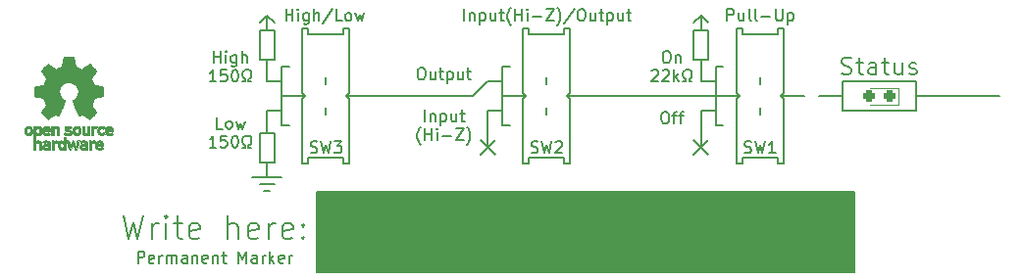
<source format=gto>
%TF.GenerationSoftware,KiCad,Pcbnew,(6.0.2)*%
%TF.CreationDate,2022-04-19T23:13:57-07:00*%
%TF.ProjectId,TxBoard,5478426f-6172-4642-9e6b-696361645f70,3*%
%TF.SameCoordinates,Original*%
%TF.FileFunction,Legend,Top*%
%TF.FilePolarity,Positive*%
%FSLAX46Y46*%
G04 Gerber Fmt 4.6, Leading zero omitted, Abs format (unit mm)*
G04 Created by KiCad (PCBNEW (6.0.2)) date 2022-04-19 23:13:57*
%MOMM*%
%LPD*%
G01*
G04 APERTURE LIST*
G04 Aperture macros list*
%AMRoundRect*
0 Rectangle with rounded corners*
0 $1 Rounding radius*
0 $2 $3 $4 $5 $6 $7 $8 $9 X,Y pos of 4 corners*
0 Add a 4 corners polygon primitive as box body*
4,1,4,$2,$3,$4,$5,$6,$7,$8,$9,$2,$3,0*
0 Add four circle primitives for the rounded corners*
1,1,$1+$1,$2,$3*
1,1,$1+$1,$4,$5*
1,1,$1+$1,$6,$7*
1,1,$1+$1,$8,$9*
0 Add four rect primitives between the rounded corners*
20,1,$1+$1,$2,$3,$4,$5,0*
20,1,$1+$1,$4,$5,$6,$7,0*
20,1,$1+$1,$6,$7,$8,$9,0*
20,1,$1+$1,$8,$9,$2,$3,0*%
G04 Aperture macros list end*
%ADD10C,0.160000*%
%ADD11C,0.150000*%
%ADD12C,0.010000*%
%ADD13C,0.177800*%
%ADD14C,0.152400*%
%ADD15C,0.120000*%
%ADD16O,2.717800X1.501800*%
%ADD17O,1.501800X2.717800*%
%ADD18C,7.000000*%
%ADD19C,1.676400*%
%ADD20RoundRect,0.237500X0.287500X0.237500X-0.287500X0.237500X-0.287500X-0.237500X0.287500X-0.237500X0*%
%ADD21C,1.100000*%
%ADD22C,1.755000*%
G04 APERTURE END LIST*
D10*
X125857000Y-102870000D02*
X124587000Y-102870000D01*
X124587000Y-102870000D02*
X124587000Y-100330000D01*
X124587000Y-100330000D02*
X125857000Y-100330000D01*
X125857000Y-100330000D02*
X125857000Y-102870000D01*
X163957000Y-99695000D02*
X164592000Y-99695000D01*
X124968000Y-105384600D02*
X125476000Y-105384600D01*
X146177000Y-99695000D02*
X145542000Y-99695000D01*
X145542000Y-99695000D02*
X145542000Y-97155000D01*
X125222000Y-98425000D02*
X125222000Y-100330000D01*
X129540000Y-105410000D02*
X175895000Y-105410000D01*
X175895000Y-105410000D02*
X175895000Y-112395000D01*
X175895000Y-112395000D02*
X129540000Y-112395000D01*
X129540000Y-112395000D02*
X129540000Y-105410000D01*
G36*
X129540000Y-105410000D02*
G01*
X175895000Y-105410000D01*
X175895000Y-112395000D01*
X129540000Y-112395000D01*
X129540000Y-105410000D01*
G37*
X145542000Y-98425000D02*
X144272000Y-98425000D01*
X123952000Y-104140000D02*
X126492000Y-104140000D01*
X172850000Y-97155000D02*
X174879000Y-97155000D01*
X163957000Y-94615000D02*
X164592000Y-94615000D01*
X163957000Y-97155000D02*
X151130000Y-97155000D01*
X125222000Y-90170000D02*
X124587000Y-90805000D01*
X165989000Y-97155000D02*
X163957000Y-97155000D01*
X143637000Y-102235000D02*
X144907000Y-100965000D01*
X162052000Y-102235000D02*
X163322000Y-100965000D01*
X143637000Y-100965000D02*
X144907000Y-102235000D01*
X126492000Y-97155000D02*
X126492000Y-99695000D01*
X125222000Y-102870000D02*
X125222000Y-104140000D01*
X147574000Y-97155000D02*
X145542000Y-97155000D01*
X125857000Y-104775000D02*
X124587000Y-104775000D01*
X163957000Y-95885000D02*
X162687000Y-95885000D01*
X181229000Y-97155000D02*
X188400000Y-97150000D01*
X145542000Y-94615000D02*
X146177000Y-94615000D01*
X125857000Y-93980000D02*
X124587000Y-93980000D01*
X124587000Y-93980000D02*
X124587000Y-91440000D01*
X124587000Y-91440000D02*
X125857000Y-91440000D01*
X125857000Y-91440000D02*
X125857000Y-93980000D01*
X162687000Y-95885000D02*
X162687000Y-93980000D01*
X171577000Y-97155000D02*
X169545000Y-97155000D01*
X145542000Y-97155000D02*
X145542000Y-94615000D01*
D11*
X181229000Y-98425000D02*
X174879000Y-98425000D01*
X174879000Y-98425000D02*
X174879000Y-95885000D01*
X174879000Y-95885000D02*
X181229000Y-95885000D01*
X181229000Y-95885000D02*
X181229000Y-98425000D01*
D10*
X162687000Y-98425000D02*
X162687000Y-101600000D01*
X127127000Y-97155000D02*
X128524000Y-97155000D01*
X126492000Y-97155000D02*
X127127000Y-97155000D01*
X144272000Y-98425000D02*
X144272000Y-101600000D01*
X162687000Y-98425000D02*
X163957000Y-98425000D01*
X145542000Y-95885000D02*
X144272000Y-95885000D01*
X162687000Y-90170000D02*
X163322000Y-90805000D01*
X125222000Y-90170000D02*
X125857000Y-90805000D01*
X126492000Y-99695000D02*
X127127000Y-99695000D01*
X126492000Y-98425000D02*
X125222000Y-98425000D01*
X125222000Y-91440000D02*
X125222000Y-90170000D01*
X163957000Y-97155000D02*
X163957000Y-99695000D01*
X144272000Y-95885000D02*
X143002000Y-97155000D01*
X127127000Y-94615000D02*
X126492000Y-94615000D01*
X125222000Y-95885000D02*
X125222000Y-93980000D01*
X163322000Y-93980000D02*
X162052000Y-93980000D01*
X162052000Y-93980000D02*
X162052000Y-91440000D01*
X162052000Y-91440000D02*
X163322000Y-91440000D01*
X163322000Y-91440000D02*
X163322000Y-93980000D01*
X126492000Y-95885000D02*
X125222000Y-95885000D01*
X162052000Y-100965000D02*
X163322000Y-102235000D01*
X143002000Y-97155000D02*
X132080000Y-97155000D01*
X163957000Y-97155000D02*
X163957000Y-94615000D01*
X162687000Y-91440000D02*
X162687000Y-90170000D01*
X162687000Y-90170000D02*
X162052000Y-90805000D01*
X126492000Y-94615000D02*
X126492000Y-97155000D01*
X138819142Y-99342380D02*
X138819142Y-98342380D01*
X139295333Y-98675714D02*
X139295333Y-99342380D01*
X139295333Y-98770952D02*
X139342952Y-98723333D01*
X139438190Y-98675714D01*
X139581047Y-98675714D01*
X139676285Y-98723333D01*
X139723904Y-98818571D01*
X139723904Y-99342380D01*
X140200095Y-98675714D02*
X140200095Y-99675714D01*
X140200095Y-98723333D02*
X140295333Y-98675714D01*
X140485809Y-98675714D01*
X140581047Y-98723333D01*
X140628666Y-98770952D01*
X140676285Y-98866190D01*
X140676285Y-99151904D01*
X140628666Y-99247142D01*
X140581047Y-99294761D01*
X140485809Y-99342380D01*
X140295333Y-99342380D01*
X140200095Y-99294761D01*
X141533428Y-98675714D02*
X141533428Y-99342380D01*
X141104857Y-98675714D02*
X141104857Y-99199523D01*
X141152476Y-99294761D01*
X141247714Y-99342380D01*
X141390571Y-99342380D01*
X141485809Y-99294761D01*
X141533428Y-99247142D01*
X141866761Y-98675714D02*
X142247714Y-98675714D01*
X142009619Y-98342380D02*
X142009619Y-99199523D01*
X142057238Y-99294761D01*
X142152476Y-99342380D01*
X142247714Y-99342380D01*
X138462000Y-101333333D02*
X138414380Y-101285714D01*
X138319142Y-101142857D01*
X138271523Y-101047619D01*
X138223904Y-100904761D01*
X138176285Y-100666666D01*
X138176285Y-100476190D01*
X138223904Y-100238095D01*
X138271523Y-100095238D01*
X138319142Y-100000000D01*
X138414380Y-99857142D01*
X138462000Y-99809523D01*
X138842952Y-100952380D02*
X138842952Y-99952380D01*
X138842952Y-100428571D02*
X139414380Y-100428571D01*
X139414380Y-100952380D02*
X139414380Y-99952380D01*
X139890571Y-100952380D02*
X139890571Y-100285714D01*
X139890571Y-99952380D02*
X139842952Y-100000000D01*
X139890571Y-100047619D01*
X139938190Y-100000000D01*
X139890571Y-99952380D01*
X139890571Y-100047619D01*
X140366761Y-100571428D02*
X141128666Y-100571428D01*
X141509619Y-99952380D02*
X142176285Y-99952380D01*
X141509619Y-100952380D01*
X142176285Y-100952380D01*
X142462000Y-101333333D02*
X142509619Y-101285714D01*
X142604857Y-101142857D01*
X142652476Y-101047619D01*
X142700095Y-100904761D01*
X142747714Y-100666666D01*
X142747714Y-100476190D01*
X142700095Y-100238095D01*
X142652476Y-100095238D01*
X142604857Y-100000000D01*
X142509619Y-99857142D01*
X142462000Y-99809523D01*
X164933666Y-90622380D02*
X164933666Y-89622380D01*
X165314619Y-89622380D01*
X165409857Y-89670000D01*
X165457476Y-89717619D01*
X165505095Y-89812857D01*
X165505095Y-89955714D01*
X165457476Y-90050952D01*
X165409857Y-90098571D01*
X165314619Y-90146190D01*
X164933666Y-90146190D01*
X166362238Y-89955714D02*
X166362238Y-90622380D01*
X165933666Y-89955714D02*
X165933666Y-90479523D01*
X165981285Y-90574761D01*
X166076523Y-90622380D01*
X166219380Y-90622380D01*
X166314619Y-90574761D01*
X166362238Y-90527142D01*
X166981285Y-90622380D02*
X166886047Y-90574761D01*
X166838428Y-90479523D01*
X166838428Y-89622380D01*
X167505095Y-90622380D02*
X167409857Y-90574761D01*
X167362238Y-90479523D01*
X167362238Y-89622380D01*
X167886047Y-90241428D02*
X168647952Y-90241428D01*
X169124142Y-89622380D02*
X169124142Y-90431904D01*
X169171761Y-90527142D01*
X169219380Y-90574761D01*
X169314619Y-90622380D01*
X169505095Y-90622380D01*
X169600333Y-90574761D01*
X169647952Y-90527142D01*
X169695571Y-90431904D01*
X169695571Y-89622380D01*
X170171761Y-89955714D02*
X170171761Y-90955714D01*
X170171761Y-90003333D02*
X170267000Y-89955714D01*
X170457476Y-89955714D01*
X170552714Y-90003333D01*
X170600333Y-90050952D01*
X170647952Y-90146190D01*
X170647952Y-90431904D01*
X170600333Y-90527142D01*
X170552714Y-90574761D01*
X170457476Y-90622380D01*
X170267000Y-90622380D01*
X170171761Y-90574761D01*
X159480333Y-98512380D02*
X159670809Y-98512380D01*
X159766047Y-98560000D01*
X159861285Y-98655238D01*
X159908904Y-98845714D01*
X159908904Y-99179047D01*
X159861285Y-99369523D01*
X159766047Y-99464761D01*
X159670809Y-99512380D01*
X159480333Y-99512380D01*
X159385095Y-99464761D01*
X159289857Y-99369523D01*
X159242238Y-99179047D01*
X159242238Y-98845714D01*
X159289857Y-98655238D01*
X159385095Y-98560000D01*
X159480333Y-98512380D01*
X160194619Y-98845714D02*
X160575571Y-98845714D01*
X160337476Y-99512380D02*
X160337476Y-98655238D01*
X160385095Y-98560000D01*
X160480333Y-98512380D01*
X160575571Y-98512380D01*
X160766047Y-98845714D02*
X161147000Y-98845714D01*
X160908904Y-99512380D02*
X160908904Y-98655238D01*
X160956523Y-98560000D01*
X161051761Y-98512380D01*
X161147000Y-98512380D01*
X121380333Y-99977380D02*
X120904142Y-99977380D01*
X120904142Y-98977380D01*
X121856523Y-99977380D02*
X121761285Y-99929761D01*
X121713666Y-99882142D01*
X121666047Y-99786904D01*
X121666047Y-99501190D01*
X121713666Y-99405952D01*
X121761285Y-99358333D01*
X121856523Y-99310714D01*
X121999380Y-99310714D01*
X122094619Y-99358333D01*
X122142238Y-99405952D01*
X122189857Y-99501190D01*
X122189857Y-99786904D01*
X122142238Y-99882142D01*
X122094619Y-99929761D01*
X121999380Y-99977380D01*
X121856523Y-99977380D01*
X122523190Y-99310714D02*
X122713666Y-99977380D01*
X122904142Y-99501190D01*
X123094619Y-99977380D01*
X123285095Y-99310714D01*
X120808904Y-101587380D02*
X120237476Y-101587380D01*
X120523190Y-101587380D02*
X120523190Y-100587380D01*
X120427952Y-100730238D01*
X120332714Y-100825476D01*
X120237476Y-100873095D01*
X121713666Y-100587380D02*
X121237476Y-100587380D01*
X121189857Y-101063571D01*
X121237476Y-101015952D01*
X121332714Y-100968333D01*
X121570809Y-100968333D01*
X121666047Y-101015952D01*
X121713666Y-101063571D01*
X121761285Y-101158809D01*
X121761285Y-101396904D01*
X121713666Y-101492142D01*
X121666047Y-101539761D01*
X121570809Y-101587380D01*
X121332714Y-101587380D01*
X121237476Y-101539761D01*
X121189857Y-101492142D01*
X122380333Y-100587380D02*
X122475571Y-100587380D01*
X122570809Y-100635000D01*
X122618428Y-100682619D01*
X122666047Y-100777857D01*
X122713666Y-100968333D01*
X122713666Y-101206428D01*
X122666047Y-101396904D01*
X122618428Y-101492142D01*
X122570809Y-101539761D01*
X122475571Y-101587380D01*
X122380333Y-101587380D01*
X122285095Y-101539761D01*
X122237476Y-101492142D01*
X122189857Y-101396904D01*
X122142238Y-101206428D01*
X122142238Y-100968333D01*
X122189857Y-100777857D01*
X122237476Y-100682619D01*
X122285095Y-100635000D01*
X122380333Y-100587380D01*
X123094619Y-101587380D02*
X123332714Y-101587380D01*
X123332714Y-101396904D01*
X123237476Y-101349285D01*
X123142238Y-101254047D01*
X123094619Y-101111190D01*
X123094619Y-100873095D01*
X123142238Y-100730238D01*
X123237476Y-100635000D01*
X123380333Y-100587380D01*
X123570809Y-100587380D01*
X123713666Y-100635000D01*
X123808904Y-100730238D01*
X123856523Y-100873095D01*
X123856523Y-101111190D01*
X123808904Y-101254047D01*
X123713666Y-101349285D01*
X123618428Y-101396904D01*
X123618428Y-101587380D01*
X123856523Y-101587380D01*
X138438190Y-94702380D02*
X138628666Y-94702380D01*
X138723904Y-94750000D01*
X138819142Y-94845238D01*
X138866761Y-95035714D01*
X138866761Y-95369047D01*
X138819142Y-95559523D01*
X138723904Y-95654761D01*
X138628666Y-95702380D01*
X138438190Y-95702380D01*
X138342952Y-95654761D01*
X138247714Y-95559523D01*
X138200095Y-95369047D01*
X138200095Y-95035714D01*
X138247714Y-94845238D01*
X138342952Y-94750000D01*
X138438190Y-94702380D01*
X139723904Y-95035714D02*
X139723904Y-95702380D01*
X139295333Y-95035714D02*
X139295333Y-95559523D01*
X139342952Y-95654761D01*
X139438190Y-95702380D01*
X139581047Y-95702380D01*
X139676285Y-95654761D01*
X139723904Y-95607142D01*
X140057238Y-95035714D02*
X140438190Y-95035714D01*
X140200095Y-94702380D02*
X140200095Y-95559523D01*
X140247714Y-95654761D01*
X140342952Y-95702380D01*
X140438190Y-95702380D01*
X140771523Y-95035714D02*
X140771523Y-96035714D01*
X140771523Y-95083333D02*
X140866761Y-95035714D01*
X141057238Y-95035714D01*
X141152476Y-95083333D01*
X141200095Y-95130952D01*
X141247714Y-95226190D01*
X141247714Y-95511904D01*
X141200095Y-95607142D01*
X141152476Y-95654761D01*
X141057238Y-95702380D01*
X140866761Y-95702380D01*
X140771523Y-95654761D01*
X142104857Y-95035714D02*
X142104857Y-95702380D01*
X141676285Y-95035714D02*
X141676285Y-95559523D01*
X141723904Y-95654761D01*
X141819142Y-95702380D01*
X141962000Y-95702380D01*
X142057238Y-95654761D01*
X142104857Y-95607142D01*
X142438190Y-95035714D02*
X142819142Y-95035714D01*
X142581047Y-94702380D02*
X142581047Y-95559523D01*
X142628666Y-95654761D01*
X142723904Y-95702380D01*
X142819142Y-95702380D01*
X159599380Y-93262380D02*
X159789857Y-93262380D01*
X159885095Y-93310000D01*
X159980333Y-93405238D01*
X160027952Y-93595714D01*
X160027952Y-93929047D01*
X159980333Y-94119523D01*
X159885095Y-94214761D01*
X159789857Y-94262380D01*
X159599380Y-94262380D01*
X159504142Y-94214761D01*
X159408904Y-94119523D01*
X159361285Y-93929047D01*
X159361285Y-93595714D01*
X159408904Y-93405238D01*
X159504142Y-93310000D01*
X159599380Y-93262380D01*
X160456523Y-93595714D02*
X160456523Y-94262380D01*
X160456523Y-93690952D02*
X160504142Y-93643333D01*
X160599380Y-93595714D01*
X160742238Y-93595714D01*
X160837476Y-93643333D01*
X160885095Y-93738571D01*
X160885095Y-94262380D01*
X158408904Y-94967619D02*
X158456523Y-94920000D01*
X158551761Y-94872380D01*
X158789857Y-94872380D01*
X158885095Y-94920000D01*
X158932714Y-94967619D01*
X158980333Y-95062857D01*
X158980333Y-95158095D01*
X158932714Y-95300952D01*
X158361285Y-95872380D01*
X158980333Y-95872380D01*
X159361285Y-94967619D02*
X159408904Y-94920000D01*
X159504142Y-94872380D01*
X159742238Y-94872380D01*
X159837476Y-94920000D01*
X159885095Y-94967619D01*
X159932714Y-95062857D01*
X159932714Y-95158095D01*
X159885095Y-95300952D01*
X159313666Y-95872380D01*
X159932714Y-95872380D01*
X160361285Y-95872380D02*
X160361285Y-94872380D01*
X160456523Y-95491428D02*
X160742238Y-95872380D01*
X160742238Y-95205714D02*
X160361285Y-95586666D01*
X161123190Y-95872380D02*
X161361285Y-95872380D01*
X161361285Y-95681904D01*
X161266047Y-95634285D01*
X161170809Y-95539047D01*
X161123190Y-95396190D01*
X161123190Y-95158095D01*
X161170809Y-95015238D01*
X161266047Y-94920000D01*
X161408904Y-94872380D01*
X161599380Y-94872380D01*
X161742238Y-94920000D01*
X161837476Y-95015238D01*
X161885095Y-95158095D01*
X161885095Y-95396190D01*
X161837476Y-95539047D01*
X161742238Y-95634285D01*
X161647000Y-95681904D01*
X161647000Y-95872380D01*
X161885095Y-95872380D01*
X174804000Y-95222142D02*
X175018285Y-95293571D01*
X175375428Y-95293571D01*
X175518285Y-95222142D01*
X175589714Y-95150714D01*
X175661142Y-95007857D01*
X175661142Y-94865000D01*
X175589714Y-94722142D01*
X175518285Y-94650714D01*
X175375428Y-94579285D01*
X175089714Y-94507857D01*
X174946857Y-94436428D01*
X174875428Y-94365000D01*
X174804000Y-94222142D01*
X174804000Y-94079285D01*
X174875428Y-93936428D01*
X174946857Y-93865000D01*
X175089714Y-93793571D01*
X175446857Y-93793571D01*
X175661142Y-93865000D01*
X176089714Y-94293571D02*
X176661142Y-94293571D01*
X176304000Y-93793571D02*
X176304000Y-95079285D01*
X176375428Y-95222142D01*
X176518285Y-95293571D01*
X176661142Y-95293571D01*
X177804000Y-95293571D02*
X177804000Y-94507857D01*
X177732571Y-94365000D01*
X177589714Y-94293571D01*
X177304000Y-94293571D01*
X177161142Y-94365000D01*
X177804000Y-95222142D02*
X177661142Y-95293571D01*
X177304000Y-95293571D01*
X177161142Y-95222142D01*
X177089714Y-95079285D01*
X177089714Y-94936428D01*
X177161142Y-94793571D01*
X177304000Y-94722142D01*
X177661142Y-94722142D01*
X177804000Y-94650714D01*
X178304000Y-94293571D02*
X178875428Y-94293571D01*
X178518285Y-93793571D02*
X178518285Y-95079285D01*
X178589714Y-95222142D01*
X178732571Y-95293571D01*
X178875428Y-95293571D01*
X180018285Y-94293571D02*
X180018285Y-95293571D01*
X179375428Y-94293571D02*
X179375428Y-95079285D01*
X179446857Y-95222142D01*
X179589714Y-95293571D01*
X179804000Y-95293571D01*
X179946857Y-95222142D01*
X180018285Y-95150714D01*
X180661142Y-95222142D02*
X180804000Y-95293571D01*
X181089714Y-95293571D01*
X181232571Y-95222142D01*
X181304000Y-95079285D01*
X181304000Y-95007857D01*
X181232571Y-94865000D01*
X181089714Y-94793571D01*
X180875428Y-94793571D01*
X180732571Y-94722142D01*
X180661142Y-94579285D01*
X180661142Y-94507857D01*
X180732571Y-94365000D01*
X180875428Y-94293571D01*
X181089714Y-94293571D01*
X181232571Y-94365000D01*
X142209142Y-90622380D02*
X142209142Y-89622380D01*
X142685333Y-89955714D02*
X142685333Y-90622380D01*
X142685333Y-90050952D02*
X142732952Y-90003333D01*
X142828190Y-89955714D01*
X142971047Y-89955714D01*
X143066285Y-90003333D01*
X143113904Y-90098571D01*
X143113904Y-90622380D01*
X143590095Y-89955714D02*
X143590095Y-90955714D01*
X143590095Y-90003333D02*
X143685333Y-89955714D01*
X143875809Y-89955714D01*
X143971047Y-90003333D01*
X144018666Y-90050952D01*
X144066285Y-90146190D01*
X144066285Y-90431904D01*
X144018666Y-90527142D01*
X143971047Y-90574761D01*
X143875809Y-90622380D01*
X143685333Y-90622380D01*
X143590095Y-90574761D01*
X144923428Y-89955714D02*
X144923428Y-90622380D01*
X144494857Y-89955714D02*
X144494857Y-90479523D01*
X144542476Y-90574761D01*
X144637714Y-90622380D01*
X144780571Y-90622380D01*
X144875809Y-90574761D01*
X144923428Y-90527142D01*
X145256761Y-89955714D02*
X145637714Y-89955714D01*
X145399619Y-89622380D02*
X145399619Y-90479523D01*
X145447238Y-90574761D01*
X145542476Y-90622380D01*
X145637714Y-90622380D01*
X146256761Y-91003333D02*
X146209142Y-90955714D01*
X146113904Y-90812857D01*
X146066285Y-90717619D01*
X146018666Y-90574761D01*
X145971047Y-90336666D01*
X145971047Y-90146190D01*
X146018666Y-89908095D01*
X146066285Y-89765238D01*
X146113904Y-89670000D01*
X146209142Y-89527142D01*
X146256761Y-89479523D01*
X146637714Y-90622380D02*
X146637714Y-89622380D01*
X146637714Y-90098571D02*
X147209142Y-90098571D01*
X147209142Y-90622380D02*
X147209142Y-89622380D01*
X147685333Y-90622380D02*
X147685333Y-89955714D01*
X147685333Y-89622380D02*
X147637714Y-89670000D01*
X147685333Y-89717619D01*
X147732952Y-89670000D01*
X147685333Y-89622380D01*
X147685333Y-89717619D01*
X148161523Y-90241428D02*
X148923428Y-90241428D01*
X149304380Y-89622380D02*
X149971047Y-89622380D01*
X149304380Y-90622380D01*
X149971047Y-90622380D01*
X150256761Y-91003333D02*
X150304380Y-90955714D01*
X150399619Y-90812857D01*
X150447238Y-90717619D01*
X150494857Y-90574761D01*
X150542476Y-90336666D01*
X150542476Y-90146190D01*
X150494857Y-89908095D01*
X150447238Y-89765238D01*
X150399619Y-89670000D01*
X150304380Y-89527142D01*
X150256761Y-89479523D01*
X151732952Y-89574761D02*
X150875809Y-90860476D01*
X152256761Y-89622380D02*
X152447238Y-89622380D01*
X152542476Y-89670000D01*
X152637714Y-89765238D01*
X152685333Y-89955714D01*
X152685333Y-90289047D01*
X152637714Y-90479523D01*
X152542476Y-90574761D01*
X152447238Y-90622380D01*
X152256761Y-90622380D01*
X152161523Y-90574761D01*
X152066285Y-90479523D01*
X152018666Y-90289047D01*
X152018666Y-89955714D01*
X152066285Y-89765238D01*
X152161523Y-89670000D01*
X152256761Y-89622380D01*
X153542476Y-89955714D02*
X153542476Y-90622380D01*
X153113904Y-89955714D02*
X153113904Y-90479523D01*
X153161523Y-90574761D01*
X153256761Y-90622380D01*
X153399619Y-90622380D01*
X153494857Y-90574761D01*
X153542476Y-90527142D01*
X153875809Y-89955714D02*
X154256761Y-89955714D01*
X154018666Y-89622380D02*
X154018666Y-90479523D01*
X154066285Y-90574761D01*
X154161523Y-90622380D01*
X154256761Y-90622380D01*
X154590095Y-89955714D02*
X154590095Y-90955714D01*
X154590095Y-90003333D02*
X154685333Y-89955714D01*
X154875809Y-89955714D01*
X154971047Y-90003333D01*
X155018666Y-90050952D01*
X155066285Y-90146190D01*
X155066285Y-90431904D01*
X155018666Y-90527142D01*
X154971047Y-90574761D01*
X154875809Y-90622380D01*
X154685333Y-90622380D01*
X154590095Y-90574761D01*
X155923428Y-89955714D02*
X155923428Y-90622380D01*
X155494857Y-89955714D02*
X155494857Y-90479523D01*
X155542476Y-90574761D01*
X155637714Y-90622380D01*
X155780571Y-90622380D01*
X155875809Y-90574761D01*
X155923428Y-90527142D01*
X156256761Y-89955714D02*
X156637714Y-89955714D01*
X156399619Y-89622380D02*
X156399619Y-90479523D01*
X156447238Y-90574761D01*
X156542476Y-90622380D01*
X156637714Y-90622380D01*
X126841666Y-90622380D02*
X126841666Y-89622380D01*
X126841666Y-90098571D02*
X127413095Y-90098571D01*
X127413095Y-90622380D02*
X127413095Y-89622380D01*
X127889285Y-90622380D02*
X127889285Y-89955714D01*
X127889285Y-89622380D02*
X127841666Y-89670000D01*
X127889285Y-89717619D01*
X127936904Y-89670000D01*
X127889285Y-89622380D01*
X127889285Y-89717619D01*
X128794047Y-89955714D02*
X128794047Y-90765238D01*
X128746428Y-90860476D01*
X128698809Y-90908095D01*
X128603571Y-90955714D01*
X128460714Y-90955714D01*
X128365476Y-90908095D01*
X128794047Y-90574761D02*
X128698809Y-90622380D01*
X128508333Y-90622380D01*
X128413095Y-90574761D01*
X128365476Y-90527142D01*
X128317857Y-90431904D01*
X128317857Y-90146190D01*
X128365476Y-90050952D01*
X128413095Y-90003333D01*
X128508333Y-89955714D01*
X128698809Y-89955714D01*
X128794047Y-90003333D01*
X129270238Y-90622380D02*
X129270238Y-89622380D01*
X129698809Y-90622380D02*
X129698809Y-90098571D01*
X129651190Y-90003333D01*
X129555952Y-89955714D01*
X129413095Y-89955714D01*
X129317857Y-90003333D01*
X129270238Y-90050952D01*
X130889285Y-89574761D02*
X130032142Y-90860476D01*
X131698809Y-90622380D02*
X131222619Y-90622380D01*
X131222619Y-89622380D01*
X132175000Y-90622380D02*
X132079761Y-90574761D01*
X132032142Y-90527142D01*
X131984523Y-90431904D01*
X131984523Y-90146190D01*
X132032142Y-90050952D01*
X132079761Y-90003333D01*
X132175000Y-89955714D01*
X132317857Y-89955714D01*
X132413095Y-90003333D01*
X132460714Y-90050952D01*
X132508333Y-90146190D01*
X132508333Y-90431904D01*
X132460714Y-90527142D01*
X132413095Y-90574761D01*
X132317857Y-90622380D01*
X132175000Y-90622380D01*
X132841666Y-89955714D02*
X133032142Y-90622380D01*
X133222619Y-90146190D01*
X133413095Y-90622380D01*
X133603571Y-89955714D01*
X120618428Y-94262380D02*
X120618428Y-93262380D01*
X120618428Y-93738571D02*
X121189857Y-93738571D01*
X121189857Y-94262380D02*
X121189857Y-93262380D01*
X121666047Y-94262380D02*
X121666047Y-93595714D01*
X121666047Y-93262380D02*
X121618428Y-93310000D01*
X121666047Y-93357619D01*
X121713666Y-93310000D01*
X121666047Y-93262380D01*
X121666047Y-93357619D01*
X122570809Y-93595714D02*
X122570809Y-94405238D01*
X122523190Y-94500476D01*
X122475571Y-94548095D01*
X122380333Y-94595714D01*
X122237476Y-94595714D01*
X122142238Y-94548095D01*
X122570809Y-94214761D02*
X122475571Y-94262380D01*
X122285095Y-94262380D01*
X122189857Y-94214761D01*
X122142238Y-94167142D01*
X122094619Y-94071904D01*
X122094619Y-93786190D01*
X122142238Y-93690952D01*
X122189857Y-93643333D01*
X122285095Y-93595714D01*
X122475571Y-93595714D01*
X122570809Y-93643333D01*
X123047000Y-94262380D02*
X123047000Y-93262380D01*
X123475571Y-94262380D02*
X123475571Y-93738571D01*
X123427952Y-93643333D01*
X123332714Y-93595714D01*
X123189857Y-93595714D01*
X123094619Y-93643333D01*
X123047000Y-93690952D01*
X120808904Y-95872380D02*
X120237476Y-95872380D01*
X120523190Y-95872380D02*
X120523190Y-94872380D01*
X120427952Y-95015238D01*
X120332714Y-95110476D01*
X120237476Y-95158095D01*
X121713666Y-94872380D02*
X121237476Y-94872380D01*
X121189857Y-95348571D01*
X121237476Y-95300952D01*
X121332714Y-95253333D01*
X121570809Y-95253333D01*
X121666047Y-95300952D01*
X121713666Y-95348571D01*
X121761285Y-95443809D01*
X121761285Y-95681904D01*
X121713666Y-95777142D01*
X121666047Y-95824761D01*
X121570809Y-95872380D01*
X121332714Y-95872380D01*
X121237476Y-95824761D01*
X121189857Y-95777142D01*
X122380333Y-94872380D02*
X122475571Y-94872380D01*
X122570809Y-94920000D01*
X122618428Y-94967619D01*
X122666047Y-95062857D01*
X122713666Y-95253333D01*
X122713666Y-95491428D01*
X122666047Y-95681904D01*
X122618428Y-95777142D01*
X122570809Y-95824761D01*
X122475571Y-95872380D01*
X122380333Y-95872380D01*
X122285095Y-95824761D01*
X122237476Y-95777142D01*
X122189857Y-95681904D01*
X122142238Y-95491428D01*
X122142238Y-95253333D01*
X122189857Y-95062857D01*
X122237476Y-94967619D01*
X122285095Y-94920000D01*
X122380333Y-94872380D01*
X123094619Y-95872380D02*
X123332714Y-95872380D01*
X123332714Y-95681904D01*
X123237476Y-95634285D01*
X123142238Y-95539047D01*
X123094619Y-95396190D01*
X123094619Y-95158095D01*
X123142238Y-95015238D01*
X123237476Y-94920000D01*
X123380333Y-94872380D01*
X123570809Y-94872380D01*
X123713666Y-94920000D01*
X123808904Y-95015238D01*
X123856523Y-95158095D01*
X123856523Y-95396190D01*
X123808904Y-95539047D01*
X123713666Y-95634285D01*
X123618428Y-95681904D01*
X123618428Y-95872380D01*
X123856523Y-95872380D01*
X114054761Y-111577380D02*
X114054761Y-110577380D01*
X114435714Y-110577380D01*
X114530952Y-110625000D01*
X114578571Y-110672619D01*
X114626190Y-110767857D01*
X114626190Y-110910714D01*
X114578571Y-111005952D01*
X114530952Y-111053571D01*
X114435714Y-111101190D01*
X114054761Y-111101190D01*
X115435714Y-111529761D02*
X115340476Y-111577380D01*
X115150000Y-111577380D01*
X115054761Y-111529761D01*
X115007142Y-111434523D01*
X115007142Y-111053571D01*
X115054761Y-110958333D01*
X115150000Y-110910714D01*
X115340476Y-110910714D01*
X115435714Y-110958333D01*
X115483333Y-111053571D01*
X115483333Y-111148809D01*
X115007142Y-111244047D01*
X115911904Y-111577380D02*
X115911904Y-110910714D01*
X115911904Y-111101190D02*
X115959523Y-111005952D01*
X116007142Y-110958333D01*
X116102380Y-110910714D01*
X116197619Y-110910714D01*
X116530952Y-111577380D02*
X116530952Y-110910714D01*
X116530952Y-111005952D02*
X116578571Y-110958333D01*
X116673809Y-110910714D01*
X116816666Y-110910714D01*
X116911904Y-110958333D01*
X116959523Y-111053571D01*
X116959523Y-111577380D01*
X116959523Y-111053571D02*
X117007142Y-110958333D01*
X117102380Y-110910714D01*
X117245238Y-110910714D01*
X117340476Y-110958333D01*
X117388095Y-111053571D01*
X117388095Y-111577380D01*
X118292857Y-111577380D02*
X118292857Y-111053571D01*
X118245238Y-110958333D01*
X118150000Y-110910714D01*
X117959523Y-110910714D01*
X117864285Y-110958333D01*
X118292857Y-111529761D02*
X118197619Y-111577380D01*
X117959523Y-111577380D01*
X117864285Y-111529761D01*
X117816666Y-111434523D01*
X117816666Y-111339285D01*
X117864285Y-111244047D01*
X117959523Y-111196428D01*
X118197619Y-111196428D01*
X118292857Y-111148809D01*
X118769047Y-110910714D02*
X118769047Y-111577380D01*
X118769047Y-111005952D02*
X118816666Y-110958333D01*
X118911904Y-110910714D01*
X119054761Y-110910714D01*
X119150000Y-110958333D01*
X119197619Y-111053571D01*
X119197619Y-111577380D01*
X120054761Y-111529761D02*
X119959523Y-111577380D01*
X119769047Y-111577380D01*
X119673809Y-111529761D01*
X119626190Y-111434523D01*
X119626190Y-111053571D01*
X119673809Y-110958333D01*
X119769047Y-110910714D01*
X119959523Y-110910714D01*
X120054761Y-110958333D01*
X120102380Y-111053571D01*
X120102380Y-111148809D01*
X119626190Y-111244047D01*
X120530952Y-110910714D02*
X120530952Y-111577380D01*
X120530952Y-111005952D02*
X120578571Y-110958333D01*
X120673809Y-110910714D01*
X120816666Y-110910714D01*
X120911904Y-110958333D01*
X120959523Y-111053571D01*
X120959523Y-111577380D01*
X121292857Y-110910714D02*
X121673809Y-110910714D01*
X121435714Y-110577380D02*
X121435714Y-111434523D01*
X121483333Y-111529761D01*
X121578571Y-111577380D01*
X121673809Y-111577380D01*
X122769047Y-111577380D02*
X122769047Y-110577380D01*
X123102380Y-111291666D01*
X123435714Y-110577380D01*
X123435714Y-111577380D01*
X124340476Y-111577380D02*
X124340476Y-111053571D01*
X124292857Y-110958333D01*
X124197619Y-110910714D01*
X124007142Y-110910714D01*
X123911904Y-110958333D01*
X124340476Y-111529761D02*
X124245238Y-111577380D01*
X124007142Y-111577380D01*
X123911904Y-111529761D01*
X123864285Y-111434523D01*
X123864285Y-111339285D01*
X123911904Y-111244047D01*
X124007142Y-111196428D01*
X124245238Y-111196428D01*
X124340476Y-111148809D01*
X124816666Y-111577380D02*
X124816666Y-110910714D01*
X124816666Y-111101190D02*
X124864285Y-111005952D01*
X124911904Y-110958333D01*
X125007142Y-110910714D01*
X125102380Y-110910714D01*
X125435714Y-111577380D02*
X125435714Y-110577380D01*
X125530952Y-111196428D02*
X125816666Y-111577380D01*
X125816666Y-110910714D02*
X125435714Y-111291666D01*
X126626190Y-111529761D02*
X126530952Y-111577380D01*
X126340476Y-111577380D01*
X126245238Y-111529761D01*
X126197619Y-111434523D01*
X126197619Y-111053571D01*
X126245238Y-110958333D01*
X126340476Y-110910714D01*
X126530952Y-110910714D01*
X126626190Y-110958333D01*
X126673809Y-111053571D01*
X126673809Y-111148809D01*
X126197619Y-111244047D01*
X127102380Y-111577380D02*
X127102380Y-110910714D01*
X127102380Y-111101190D02*
X127150000Y-111005952D01*
X127197619Y-110958333D01*
X127292857Y-110910714D01*
X127388095Y-110910714D01*
X112792857Y-107489761D02*
X113269047Y-109489761D01*
X113650000Y-108061190D01*
X114030952Y-109489761D01*
X114507142Y-107489761D01*
X115269047Y-109489761D02*
X115269047Y-108156428D01*
X115269047Y-108537380D02*
X115364285Y-108346904D01*
X115459523Y-108251666D01*
X115650000Y-108156428D01*
X115840476Y-108156428D01*
X116507142Y-109489761D02*
X116507142Y-108156428D01*
X116507142Y-107489761D02*
X116411904Y-107585000D01*
X116507142Y-107680238D01*
X116602380Y-107585000D01*
X116507142Y-107489761D01*
X116507142Y-107680238D01*
X117173809Y-108156428D02*
X117935714Y-108156428D01*
X117459523Y-107489761D02*
X117459523Y-109204047D01*
X117554761Y-109394523D01*
X117745238Y-109489761D01*
X117935714Y-109489761D01*
X119364285Y-109394523D02*
X119173809Y-109489761D01*
X118792857Y-109489761D01*
X118602380Y-109394523D01*
X118507142Y-109204047D01*
X118507142Y-108442142D01*
X118602380Y-108251666D01*
X118792857Y-108156428D01*
X119173809Y-108156428D01*
X119364285Y-108251666D01*
X119459523Y-108442142D01*
X119459523Y-108632619D01*
X118507142Y-108823095D01*
X121840476Y-109489761D02*
X121840476Y-107489761D01*
X122697619Y-109489761D02*
X122697619Y-108442142D01*
X122602380Y-108251666D01*
X122411904Y-108156428D01*
X122126190Y-108156428D01*
X121935714Y-108251666D01*
X121840476Y-108346904D01*
X124411904Y-109394523D02*
X124221428Y-109489761D01*
X123840476Y-109489761D01*
X123650000Y-109394523D01*
X123554761Y-109204047D01*
X123554761Y-108442142D01*
X123650000Y-108251666D01*
X123840476Y-108156428D01*
X124221428Y-108156428D01*
X124411904Y-108251666D01*
X124507142Y-108442142D01*
X124507142Y-108632619D01*
X123554761Y-108823095D01*
X125364285Y-109489761D02*
X125364285Y-108156428D01*
X125364285Y-108537380D02*
X125459523Y-108346904D01*
X125554761Y-108251666D01*
X125745238Y-108156428D01*
X125935714Y-108156428D01*
X127364285Y-109394523D02*
X127173809Y-109489761D01*
X126792857Y-109489761D01*
X126602380Y-109394523D01*
X126507142Y-109204047D01*
X126507142Y-108442142D01*
X126602380Y-108251666D01*
X126792857Y-108156428D01*
X127173809Y-108156428D01*
X127364285Y-108251666D01*
X127459523Y-108442142D01*
X127459523Y-108632619D01*
X126507142Y-108823095D01*
X128316666Y-109299285D02*
X128411904Y-109394523D01*
X128316666Y-109489761D01*
X128221428Y-109394523D01*
X128316666Y-109299285D01*
X128316666Y-109489761D01*
X128316666Y-108251666D02*
X128411904Y-108346904D01*
X128316666Y-108442142D01*
X128221428Y-108346904D01*
X128316666Y-108251666D01*
X128316666Y-108442142D01*
D11*
%TO.C,SW2*%
X148018666Y-102004761D02*
X148161523Y-102052380D01*
X148399619Y-102052380D01*
X148494857Y-102004761D01*
X148542476Y-101957142D01*
X148590095Y-101861904D01*
X148590095Y-101766666D01*
X148542476Y-101671428D01*
X148494857Y-101623809D01*
X148399619Y-101576190D01*
X148209142Y-101528571D01*
X148113904Y-101480952D01*
X148066285Y-101433333D01*
X148018666Y-101338095D01*
X148018666Y-101242857D01*
X148066285Y-101147619D01*
X148113904Y-101100000D01*
X148209142Y-101052380D01*
X148447238Y-101052380D01*
X148590095Y-101100000D01*
X148923428Y-101052380D02*
X149161523Y-102052380D01*
X149352000Y-101338095D01*
X149542476Y-102052380D01*
X149780571Y-101052380D01*
X150113904Y-101147619D02*
X150161523Y-101100000D01*
X150256761Y-101052380D01*
X150494857Y-101052380D01*
X150590095Y-101100000D01*
X150637714Y-101147619D01*
X150685333Y-101242857D01*
X150685333Y-101338095D01*
X150637714Y-101480952D01*
X150066285Y-102052380D01*
X150685333Y-102052380D01*
%TO.C,SW1*%
X166433666Y-102004761D02*
X166576523Y-102052380D01*
X166814619Y-102052380D01*
X166909857Y-102004761D01*
X166957476Y-101957142D01*
X167005095Y-101861904D01*
X167005095Y-101766666D01*
X166957476Y-101671428D01*
X166909857Y-101623809D01*
X166814619Y-101576190D01*
X166624142Y-101528571D01*
X166528904Y-101480952D01*
X166481285Y-101433333D01*
X166433666Y-101338095D01*
X166433666Y-101242857D01*
X166481285Y-101147619D01*
X166528904Y-101100000D01*
X166624142Y-101052380D01*
X166862238Y-101052380D01*
X167005095Y-101100000D01*
X167338428Y-101052380D02*
X167576523Y-102052380D01*
X167767000Y-101338095D01*
X167957476Y-102052380D01*
X168195571Y-101052380D01*
X169100333Y-102052380D02*
X168528904Y-102052380D01*
X168814619Y-102052380D02*
X168814619Y-101052380D01*
X168719380Y-101195238D01*
X168624142Y-101290476D01*
X168528904Y-101338095D01*
%TO.C,SW3*%
X128968666Y-102004761D02*
X129111523Y-102052380D01*
X129349619Y-102052380D01*
X129444857Y-102004761D01*
X129492476Y-101957142D01*
X129540095Y-101861904D01*
X129540095Y-101766666D01*
X129492476Y-101671428D01*
X129444857Y-101623809D01*
X129349619Y-101576190D01*
X129159142Y-101528571D01*
X129063904Y-101480952D01*
X129016285Y-101433333D01*
X128968666Y-101338095D01*
X128968666Y-101242857D01*
X129016285Y-101147619D01*
X129063904Y-101100000D01*
X129159142Y-101052380D01*
X129397238Y-101052380D01*
X129540095Y-101100000D01*
X129873428Y-101052380D02*
X130111523Y-102052380D01*
X130302000Y-101338095D01*
X130492476Y-102052380D01*
X130730571Y-101052380D01*
X131016285Y-101052380D02*
X131635333Y-101052380D01*
X131302000Y-101433333D01*
X131444857Y-101433333D01*
X131540095Y-101480952D01*
X131587714Y-101528571D01*
X131635333Y-101623809D01*
X131635333Y-101861904D01*
X131587714Y-101957142D01*
X131540095Y-102004761D01*
X131444857Y-102052380D01*
X131159142Y-102052380D01*
X131063904Y-102004761D01*
X131016285Y-101957142D01*
D12*
%TO.C,REF\u002A\u002A*%
X106756881Y-100983486D02*
X106781888Y-100990982D01*
X106781888Y-100990982D02*
X106789950Y-101007451D01*
X106789950Y-101007451D02*
X106790289Y-101014886D01*
X106790289Y-101014886D02*
X106791736Y-101035594D01*
X106791736Y-101035594D02*
X106801698Y-101038845D01*
X106801698Y-101038845D02*
X106828612Y-101024648D01*
X106828612Y-101024648D02*
X106844598Y-101014948D01*
X106844598Y-101014948D02*
X106895033Y-100994175D01*
X106895033Y-100994175D02*
X106955272Y-100983904D01*
X106955272Y-100983904D02*
X107018434Y-100983114D01*
X107018434Y-100983114D02*
X107077637Y-100990786D01*
X107077637Y-100990786D02*
X107126002Y-101005898D01*
X107126002Y-101005898D02*
X107156646Y-101027432D01*
X107156646Y-101027432D02*
X107162689Y-101054366D01*
X107162689Y-101054366D02*
X107159639Y-101061660D01*
X107159639Y-101061660D02*
X107137406Y-101091937D01*
X107137406Y-101091937D02*
X107102930Y-101129175D01*
X107102930Y-101129175D02*
X107096694Y-101135195D01*
X107096694Y-101135195D02*
X107063833Y-101162875D01*
X107063833Y-101162875D02*
X107035480Y-101171818D01*
X107035480Y-101171818D02*
X106995827Y-101165576D01*
X106995827Y-101165576D02*
X106979942Y-101161429D01*
X106979942Y-101161429D02*
X106930509Y-101151467D01*
X106930509Y-101151467D02*
X106895752Y-101155947D01*
X106895752Y-101155947D02*
X106866400Y-101171746D01*
X106866400Y-101171746D02*
X106839513Y-101192949D01*
X106839513Y-101192949D02*
X106819710Y-101219614D01*
X106819710Y-101219614D02*
X106805948Y-101256827D01*
X106805948Y-101256827D02*
X106797184Y-101309673D01*
X106797184Y-101309673D02*
X106792374Y-101383237D01*
X106792374Y-101383237D02*
X106790474Y-101482605D01*
X106790474Y-101482605D02*
X106790289Y-101542601D01*
X106790289Y-101542601D02*
X106790289Y-101800526D01*
X106790289Y-101800526D02*
X106623184Y-101800526D01*
X106623184Y-101800526D02*
X106623184Y-100981710D01*
X106623184Y-100981710D02*
X106706736Y-100981710D01*
X106706736Y-100981710D02*
X106756881Y-100983486D01*
X106756881Y-100983486D02*
X106756881Y-100983486D01*
G36*
X106756881Y-100983486D02*
G01*
X106781888Y-100990982D01*
X106789950Y-101007451D01*
X106790289Y-101014886D01*
X106791736Y-101035594D01*
X106801698Y-101038845D01*
X106828612Y-101024648D01*
X106844598Y-101014948D01*
X106895033Y-100994175D01*
X106955272Y-100983904D01*
X107018434Y-100983114D01*
X107077637Y-100990786D01*
X107126002Y-101005898D01*
X107156646Y-101027432D01*
X107162689Y-101054366D01*
X107159639Y-101061660D01*
X107137406Y-101091937D01*
X107102930Y-101129175D01*
X107096694Y-101135195D01*
X107063833Y-101162875D01*
X107035480Y-101171818D01*
X106995827Y-101165576D01*
X106979942Y-101161429D01*
X106930509Y-101151467D01*
X106895752Y-101155947D01*
X106866400Y-101171746D01*
X106839513Y-101192949D01*
X106819710Y-101219614D01*
X106805948Y-101256827D01*
X106797184Y-101309673D01*
X106792374Y-101383237D01*
X106790474Y-101482605D01*
X106790289Y-101542601D01*
X106790289Y-101800526D01*
X106623184Y-101800526D01*
X106623184Y-100981710D01*
X106706736Y-100981710D01*
X106756881Y-100983486D01*
G37*
X106756881Y-100983486D02*
X106781888Y-100990982D01*
X106789950Y-101007451D01*
X106790289Y-101014886D01*
X106791736Y-101035594D01*
X106801698Y-101038845D01*
X106828612Y-101024648D01*
X106844598Y-101014948D01*
X106895033Y-100994175D01*
X106955272Y-100983904D01*
X107018434Y-100983114D01*
X107077637Y-100990786D01*
X107126002Y-101005898D01*
X107156646Y-101027432D01*
X107162689Y-101054366D01*
X107159639Y-101061660D01*
X107137406Y-101091937D01*
X107102930Y-101129175D01*
X107096694Y-101135195D01*
X107063833Y-101162875D01*
X107035480Y-101171818D01*
X106995827Y-101165576D01*
X106979942Y-101161429D01*
X106930509Y-101151467D01*
X106895752Y-101155947D01*
X106866400Y-101171746D01*
X106839513Y-101192949D01*
X106819710Y-101219614D01*
X106805948Y-101256827D01*
X106797184Y-101309673D01*
X106792374Y-101383237D01*
X106790474Y-101482605D01*
X106790289Y-101542601D01*
X106790289Y-101800526D01*
X106623184Y-101800526D01*
X106623184Y-100981710D01*
X106706736Y-100981710D01*
X106756881Y-100983486D01*
X104703784Y-99737104D02*
X104791205Y-99775754D01*
X104791205Y-99775754D02*
X104857570Y-99840290D01*
X104857570Y-99840290D02*
X104902976Y-99930812D01*
X104902976Y-99930812D02*
X104927518Y-100047418D01*
X104927518Y-100047418D02*
X104929277Y-100065624D01*
X104929277Y-100065624D02*
X104930656Y-100193984D01*
X104930656Y-100193984D02*
X104912784Y-100306496D01*
X104912784Y-100306496D02*
X104876750Y-100397688D01*
X104876750Y-100397688D02*
X104857455Y-100427022D01*
X104857455Y-100427022D02*
X104790245Y-100489106D01*
X104790245Y-100489106D02*
X104704650Y-100529316D01*
X104704650Y-100529316D02*
X104608890Y-100546003D01*
X104608890Y-100546003D02*
X104511187Y-100537517D01*
X104511187Y-100537517D02*
X104436917Y-100511380D01*
X104436917Y-100511380D02*
X104373047Y-100467335D01*
X104373047Y-100467335D02*
X104320846Y-100409587D01*
X104320846Y-100409587D02*
X104319943Y-100408236D01*
X104319943Y-100408236D02*
X104298744Y-100372593D01*
X104298744Y-100372593D02*
X104284967Y-100336752D01*
X104284967Y-100336752D02*
X104276624Y-100291519D01*
X104276624Y-100291519D02*
X104271727Y-100227701D01*
X104271727Y-100227701D02*
X104269569Y-100175368D01*
X104269569Y-100175368D02*
X104268671Y-100127910D01*
X104268671Y-100127910D02*
X104435743Y-100127910D01*
X104435743Y-100127910D02*
X104437376Y-100175154D01*
X104437376Y-100175154D02*
X104443304Y-100238046D01*
X104443304Y-100238046D02*
X104453761Y-100278407D01*
X104453761Y-100278407D02*
X104472619Y-100307122D01*
X104472619Y-100307122D02*
X104490281Y-100323896D01*
X104490281Y-100323896D02*
X104552894Y-100359016D01*
X104552894Y-100359016D02*
X104618408Y-100363710D01*
X104618408Y-100363710D02*
X104679421Y-100338440D01*
X104679421Y-100338440D02*
X104709928Y-100310124D01*
X104709928Y-100310124D02*
X104731911Y-100281589D01*
X104731911Y-100281589D02*
X104744769Y-100254284D01*
X104744769Y-100254284D02*
X104750412Y-100218750D01*
X104750412Y-100218750D02*
X104750751Y-100165524D01*
X104750751Y-100165524D02*
X104749012Y-100116506D01*
X104749012Y-100116506D02*
X104745271Y-100046482D01*
X104745271Y-100046482D02*
X104739341Y-100001064D01*
X104739341Y-100001064D02*
X104728653Y-99971440D01*
X104728653Y-99971440D02*
X104710639Y-99948797D01*
X104710639Y-99948797D02*
X104696363Y-99935855D01*
X104696363Y-99935855D02*
X104636651Y-99901860D01*
X104636651Y-99901860D02*
X104572234Y-99900165D01*
X104572234Y-99900165D02*
X104518219Y-99920301D01*
X104518219Y-99920301D02*
X104472140Y-99962352D01*
X104472140Y-99962352D02*
X104444689Y-100031428D01*
X104444689Y-100031428D02*
X104435743Y-100127910D01*
X104435743Y-100127910D02*
X104268671Y-100127910D01*
X104268671Y-100127910D02*
X104267599Y-100071299D01*
X104267599Y-100071299D02*
X104270964Y-99993468D01*
X104270964Y-99993468D02*
X104281045Y-99934930D01*
X104281045Y-99934930D02*
X104299226Y-99888737D01*
X104299226Y-99888737D02*
X104326890Y-99847942D01*
X104326890Y-99847942D02*
X104337146Y-99835828D01*
X104337146Y-99835828D02*
X104401278Y-99775474D01*
X104401278Y-99775474D02*
X104470066Y-99740220D01*
X104470066Y-99740220D02*
X104554189Y-99725450D01*
X104554189Y-99725450D02*
X104595209Y-99724243D01*
X104595209Y-99724243D02*
X104703784Y-99737104D01*
X104703784Y-99737104D02*
X104703784Y-99737104D01*
G36*
X104270964Y-99993468D02*
G01*
X104281045Y-99934930D01*
X104299226Y-99888737D01*
X104326890Y-99847942D01*
X104337146Y-99835828D01*
X104401278Y-99775474D01*
X104470066Y-99740220D01*
X104554189Y-99725450D01*
X104595209Y-99724243D01*
X104703784Y-99737104D01*
X104791205Y-99775754D01*
X104857570Y-99840290D01*
X104902976Y-99930812D01*
X104927518Y-100047418D01*
X104929277Y-100065624D01*
X104930656Y-100193984D01*
X104912784Y-100306496D01*
X104876750Y-100397688D01*
X104857455Y-100427022D01*
X104790245Y-100489106D01*
X104704650Y-100529316D01*
X104608890Y-100546003D01*
X104511187Y-100537517D01*
X104436917Y-100511380D01*
X104373047Y-100467335D01*
X104320846Y-100409587D01*
X104319943Y-100408236D01*
X104298744Y-100372593D01*
X104284967Y-100336752D01*
X104276624Y-100291519D01*
X104271727Y-100227701D01*
X104269569Y-100175368D01*
X104268671Y-100127910D01*
X104435743Y-100127910D01*
X104437376Y-100175154D01*
X104443304Y-100238046D01*
X104453761Y-100278407D01*
X104472619Y-100307122D01*
X104490281Y-100323896D01*
X104552894Y-100359016D01*
X104618408Y-100363710D01*
X104679421Y-100338440D01*
X104709928Y-100310124D01*
X104731911Y-100281589D01*
X104744769Y-100254284D01*
X104750412Y-100218750D01*
X104750751Y-100165524D01*
X104749012Y-100116506D01*
X104745271Y-100046482D01*
X104739341Y-100001064D01*
X104728653Y-99971440D01*
X104710639Y-99948797D01*
X104696363Y-99935855D01*
X104636651Y-99901860D01*
X104572234Y-99900165D01*
X104518219Y-99920301D01*
X104472140Y-99962352D01*
X104444689Y-100031428D01*
X104435743Y-100127910D01*
X104268671Y-100127910D01*
X104267599Y-100071299D01*
X104270964Y-99993468D01*
G37*
X104270964Y-99993468D02*
X104281045Y-99934930D01*
X104299226Y-99888737D01*
X104326890Y-99847942D01*
X104337146Y-99835828D01*
X104401278Y-99775474D01*
X104470066Y-99740220D01*
X104554189Y-99725450D01*
X104595209Y-99724243D01*
X104703784Y-99737104D01*
X104791205Y-99775754D01*
X104857570Y-99840290D01*
X104902976Y-99930812D01*
X104927518Y-100047418D01*
X104929277Y-100065624D01*
X104930656Y-100193984D01*
X104912784Y-100306496D01*
X104876750Y-100397688D01*
X104857455Y-100427022D01*
X104790245Y-100489106D01*
X104704650Y-100529316D01*
X104608890Y-100546003D01*
X104511187Y-100537517D01*
X104436917Y-100511380D01*
X104373047Y-100467335D01*
X104320846Y-100409587D01*
X104319943Y-100408236D01*
X104298744Y-100372593D01*
X104284967Y-100336752D01*
X104276624Y-100291519D01*
X104271727Y-100227701D01*
X104269569Y-100175368D01*
X104268671Y-100127910D01*
X104435743Y-100127910D01*
X104437376Y-100175154D01*
X104443304Y-100238046D01*
X104453761Y-100278407D01*
X104472619Y-100307122D01*
X104490281Y-100323896D01*
X104552894Y-100359016D01*
X104618408Y-100363710D01*
X104679421Y-100338440D01*
X104709928Y-100310124D01*
X104731911Y-100281589D01*
X104744769Y-100254284D01*
X104750412Y-100218750D01*
X104750751Y-100165524D01*
X104749012Y-100116506D01*
X104745271Y-100046482D01*
X104739341Y-100001064D01*
X104728653Y-99971440D01*
X104710639Y-99948797D01*
X104696363Y-99935855D01*
X104636651Y-99901860D01*
X104572234Y-99900165D01*
X104518219Y-99920301D01*
X104472140Y-99962352D01*
X104444689Y-100031428D01*
X104435743Y-100127910D01*
X104268671Y-100127910D01*
X104267599Y-100071299D01*
X104270964Y-99993468D01*
X108095628Y-99725547D02*
X108158908Y-99737548D01*
X108158908Y-99737548D02*
X108224557Y-99762648D01*
X108224557Y-99762648D02*
X108231572Y-99765848D01*
X108231572Y-99765848D02*
X108281356Y-99792026D01*
X108281356Y-99792026D02*
X108315834Y-99816353D01*
X108315834Y-99816353D02*
X108326978Y-99831937D01*
X108326978Y-99831937D02*
X108316366Y-99857353D01*
X108316366Y-99857353D02*
X108290588Y-99894853D01*
X108290588Y-99894853D02*
X108279146Y-99908852D01*
X108279146Y-99908852D02*
X108231992Y-99963954D01*
X108231992Y-99963954D02*
X108171201Y-99928086D01*
X108171201Y-99928086D02*
X108113347Y-99904192D01*
X108113347Y-99904192D02*
X108046500Y-99891420D01*
X108046500Y-99891420D02*
X107982394Y-99890613D01*
X107982394Y-99890613D02*
X107932764Y-99902615D01*
X107932764Y-99902615D02*
X107920854Y-99910105D01*
X107920854Y-99910105D02*
X107898172Y-99944450D01*
X107898172Y-99944450D02*
X107895416Y-99984013D01*
X107895416Y-99984013D02*
X107912388Y-100014920D01*
X107912388Y-100014920D02*
X107922427Y-100020913D01*
X107922427Y-100020913D02*
X107952510Y-100028357D01*
X107952510Y-100028357D02*
X108005389Y-100037106D01*
X108005389Y-100037106D02*
X108070575Y-100045467D01*
X108070575Y-100045467D02*
X108082600Y-100046778D01*
X108082600Y-100046778D02*
X108187297Y-100064888D01*
X108187297Y-100064888D02*
X108263232Y-100095651D01*
X108263232Y-100095651D02*
X108313592Y-100141907D01*
X108313592Y-100141907D02*
X108341564Y-100206497D01*
X108341564Y-100206497D02*
X108350278Y-100285387D01*
X108350278Y-100285387D02*
X108338240Y-100375065D01*
X108338240Y-100375065D02*
X108299151Y-100445486D01*
X108299151Y-100445486D02*
X108232855Y-100496777D01*
X108232855Y-100496777D02*
X108139194Y-100529067D01*
X108139194Y-100529067D02*
X108035223Y-100541807D01*
X108035223Y-100541807D02*
X107950438Y-100541654D01*
X107950438Y-100541654D02*
X107881665Y-100530083D01*
X107881665Y-100530083D02*
X107834697Y-100514109D01*
X107834697Y-100514109D02*
X107775350Y-100486275D01*
X107775350Y-100486275D02*
X107720506Y-100453973D01*
X107720506Y-100453973D02*
X107701013Y-100439755D01*
X107701013Y-100439755D02*
X107650881Y-100398835D01*
X107650881Y-100398835D02*
X107771803Y-100276477D01*
X107771803Y-100276477D02*
X107840543Y-100321967D01*
X107840543Y-100321967D02*
X107909488Y-100356133D01*
X107909488Y-100356133D02*
X107983111Y-100374004D01*
X107983111Y-100374004D02*
X108053883Y-100375889D01*
X108053883Y-100375889D02*
X108114274Y-100362101D01*
X108114274Y-100362101D02*
X108156757Y-100332949D01*
X108156757Y-100332949D02*
X108170474Y-100308352D01*
X108170474Y-100308352D02*
X108168417Y-100268904D01*
X108168417Y-100268904D02*
X108134330Y-100238737D01*
X108134330Y-100238737D02*
X108068308Y-100217906D01*
X108068308Y-100217906D02*
X107995974Y-100208279D01*
X107995974Y-100208279D02*
X107884652Y-100189910D01*
X107884652Y-100189910D02*
X107801952Y-100155254D01*
X107801952Y-100155254D02*
X107746765Y-100103297D01*
X107746765Y-100103297D02*
X107717988Y-100033023D01*
X107717988Y-100033023D02*
X107714001Y-99949707D01*
X107714001Y-99949707D02*
X107733693Y-99862681D01*
X107733693Y-99862681D02*
X107778589Y-99796902D01*
X107778589Y-99796902D02*
X107849091Y-99752068D01*
X107849091Y-99752068D02*
X107945601Y-99727879D01*
X107945601Y-99727879D02*
X108017100Y-99723137D01*
X108017100Y-99723137D02*
X108095628Y-99725547D01*
X108095628Y-99725547D02*
X108095628Y-99725547D01*
G36*
X108095628Y-99725547D02*
G01*
X108158908Y-99737548D01*
X108224557Y-99762648D01*
X108231572Y-99765848D01*
X108281356Y-99792026D01*
X108315834Y-99816353D01*
X108326978Y-99831937D01*
X108316366Y-99857353D01*
X108290588Y-99894853D01*
X108279146Y-99908852D01*
X108231992Y-99963954D01*
X108171201Y-99928086D01*
X108113347Y-99904192D01*
X108046500Y-99891420D01*
X107982394Y-99890613D01*
X107932764Y-99902615D01*
X107920854Y-99910105D01*
X107898172Y-99944450D01*
X107895416Y-99984013D01*
X107912388Y-100014920D01*
X107922427Y-100020913D01*
X107952510Y-100028357D01*
X108005389Y-100037106D01*
X108070575Y-100045467D01*
X108082600Y-100046778D01*
X108187297Y-100064888D01*
X108263232Y-100095651D01*
X108313592Y-100141907D01*
X108341564Y-100206497D01*
X108350278Y-100285387D01*
X108338240Y-100375065D01*
X108299151Y-100445486D01*
X108232855Y-100496777D01*
X108139194Y-100529067D01*
X108035223Y-100541807D01*
X107950438Y-100541654D01*
X107881665Y-100530083D01*
X107834697Y-100514109D01*
X107775350Y-100486275D01*
X107720506Y-100453973D01*
X107701013Y-100439755D01*
X107650881Y-100398835D01*
X107771803Y-100276477D01*
X107840543Y-100321967D01*
X107909488Y-100356133D01*
X107983111Y-100374004D01*
X108053883Y-100375889D01*
X108114274Y-100362101D01*
X108156757Y-100332949D01*
X108170474Y-100308352D01*
X108168417Y-100268904D01*
X108134330Y-100238737D01*
X108068308Y-100217906D01*
X107995974Y-100208279D01*
X107884652Y-100189910D01*
X107801952Y-100155254D01*
X107746765Y-100103297D01*
X107717988Y-100033023D01*
X107714001Y-99949707D01*
X107733693Y-99862681D01*
X107778589Y-99796902D01*
X107849091Y-99752068D01*
X107945601Y-99727879D01*
X108017100Y-99723137D01*
X108095628Y-99725547D01*
G37*
X108095628Y-99725547D02*
X108158908Y-99737548D01*
X108224557Y-99762648D01*
X108231572Y-99765848D01*
X108281356Y-99792026D01*
X108315834Y-99816353D01*
X108326978Y-99831937D01*
X108316366Y-99857353D01*
X108290588Y-99894853D01*
X108279146Y-99908852D01*
X108231992Y-99963954D01*
X108171201Y-99928086D01*
X108113347Y-99904192D01*
X108046500Y-99891420D01*
X107982394Y-99890613D01*
X107932764Y-99902615D01*
X107920854Y-99910105D01*
X107898172Y-99944450D01*
X107895416Y-99984013D01*
X107912388Y-100014920D01*
X107922427Y-100020913D01*
X107952510Y-100028357D01*
X108005389Y-100037106D01*
X108070575Y-100045467D01*
X108082600Y-100046778D01*
X108187297Y-100064888D01*
X108263232Y-100095651D01*
X108313592Y-100141907D01*
X108341564Y-100206497D01*
X108350278Y-100285387D01*
X108338240Y-100375065D01*
X108299151Y-100445486D01*
X108232855Y-100496777D01*
X108139194Y-100529067D01*
X108035223Y-100541807D01*
X107950438Y-100541654D01*
X107881665Y-100530083D01*
X107834697Y-100514109D01*
X107775350Y-100486275D01*
X107720506Y-100453973D01*
X107701013Y-100439755D01*
X107650881Y-100398835D01*
X107771803Y-100276477D01*
X107840543Y-100321967D01*
X107909488Y-100356133D01*
X107983111Y-100374004D01*
X108053883Y-100375889D01*
X108114274Y-100362101D01*
X108156757Y-100332949D01*
X108170474Y-100308352D01*
X108168417Y-100268904D01*
X108134330Y-100238737D01*
X108068308Y-100217906D01*
X107995974Y-100208279D01*
X107884652Y-100189910D01*
X107801952Y-100155254D01*
X107746765Y-100103297D01*
X107717988Y-100033023D01*
X107714001Y-99949707D01*
X107733693Y-99862681D01*
X107778589Y-99796902D01*
X107849091Y-99752068D01*
X107945601Y-99727879D01*
X108017100Y-99723137D01*
X108095628Y-99725547D01*
X107074957Y-99742226D02*
X107116546Y-99762090D01*
X107116546Y-99762090D02*
X107156825Y-99790784D01*
X107156825Y-99790784D02*
X107187510Y-99823809D01*
X107187510Y-99823809D02*
X107209861Y-99865931D01*
X107209861Y-99865931D02*
X107225136Y-99921915D01*
X107225136Y-99921915D02*
X107234592Y-99996528D01*
X107234592Y-99996528D02*
X107239487Y-100094535D01*
X107239487Y-100094535D02*
X107241081Y-100220702D01*
X107241081Y-100220702D02*
X107241106Y-100233914D01*
X107241106Y-100233914D02*
X107241473Y-100530526D01*
X107241473Y-100530526D02*
X107057657Y-100530526D01*
X107057657Y-100530526D02*
X107057657Y-100257081D01*
X107057657Y-100257081D02*
X107057527Y-100155777D01*
X107057527Y-100155777D02*
X107056621Y-100082353D01*
X107056621Y-100082353D02*
X107054173Y-100031271D01*
X107054173Y-100031271D02*
X107049414Y-99996990D01*
X107049414Y-99996990D02*
X107041574Y-99973971D01*
X107041574Y-99973971D02*
X107029885Y-99956673D01*
X107029885Y-99956673D02*
X107013602Y-99939581D01*
X107013602Y-99939581D02*
X106956634Y-99902857D01*
X106956634Y-99902857D02*
X106894445Y-99896042D01*
X106894445Y-99896042D02*
X106835199Y-99919261D01*
X106835199Y-99919261D02*
X106814595Y-99936543D01*
X106814595Y-99936543D02*
X106799470Y-99952791D01*
X106799470Y-99952791D02*
X106788610Y-99970191D01*
X106788610Y-99970191D02*
X106781310Y-99994212D01*
X106781310Y-99994212D02*
X106776863Y-100030322D01*
X106776863Y-100030322D02*
X106774564Y-100083988D01*
X106774564Y-100083988D02*
X106773704Y-100160680D01*
X106773704Y-100160680D02*
X106773578Y-100254043D01*
X106773578Y-100254043D02*
X106773578Y-100530526D01*
X106773578Y-100530526D02*
X106589763Y-100530526D01*
X106589763Y-100530526D02*
X106589763Y-99728421D01*
X106589763Y-99728421D02*
X106681671Y-99728421D01*
X106681671Y-99728421D02*
X106736851Y-99730603D01*
X106736851Y-99730603D02*
X106765320Y-99738351D01*
X106765320Y-99738351D02*
X106773575Y-99753468D01*
X106773575Y-99753468D02*
X106773578Y-99753916D01*
X106773578Y-99753916D02*
X106777408Y-99768720D01*
X106777408Y-99768720D02*
X106794301Y-99767040D01*
X106794301Y-99767040D02*
X106827888Y-99750773D01*
X106827888Y-99750773D02*
X106904063Y-99726840D01*
X106904063Y-99726840D02*
X106991200Y-99724178D01*
X106991200Y-99724178D02*
X107074957Y-99742226D01*
X107074957Y-99742226D02*
X107074957Y-99742226D01*
G36*
X107074957Y-99742226D02*
G01*
X107116546Y-99762090D01*
X107156825Y-99790784D01*
X107187510Y-99823809D01*
X107209861Y-99865931D01*
X107225136Y-99921915D01*
X107234592Y-99996528D01*
X107239487Y-100094535D01*
X107241081Y-100220702D01*
X107241106Y-100233914D01*
X107241473Y-100530526D01*
X107057657Y-100530526D01*
X107057657Y-100257081D01*
X107057527Y-100155777D01*
X107056621Y-100082353D01*
X107054173Y-100031271D01*
X107049414Y-99996990D01*
X107041574Y-99973971D01*
X107029885Y-99956673D01*
X107013602Y-99939581D01*
X106956634Y-99902857D01*
X106894445Y-99896042D01*
X106835199Y-99919261D01*
X106814595Y-99936543D01*
X106799470Y-99952791D01*
X106788610Y-99970191D01*
X106781310Y-99994212D01*
X106776863Y-100030322D01*
X106774564Y-100083988D01*
X106773704Y-100160680D01*
X106773578Y-100254043D01*
X106773578Y-100530526D01*
X106589763Y-100530526D01*
X106589763Y-99728421D01*
X106681671Y-99728421D01*
X106736851Y-99730603D01*
X106765320Y-99738351D01*
X106773575Y-99753468D01*
X106773578Y-99753916D01*
X106777408Y-99768720D01*
X106794301Y-99767040D01*
X106827888Y-99750773D01*
X106904063Y-99726840D01*
X106991200Y-99724178D01*
X107074957Y-99742226D01*
G37*
X107074957Y-99742226D02*
X107116546Y-99762090D01*
X107156825Y-99790784D01*
X107187510Y-99823809D01*
X107209861Y-99865931D01*
X107225136Y-99921915D01*
X107234592Y-99996528D01*
X107239487Y-100094535D01*
X107241081Y-100220702D01*
X107241106Y-100233914D01*
X107241473Y-100530526D01*
X107057657Y-100530526D01*
X107057657Y-100257081D01*
X107057527Y-100155777D01*
X107056621Y-100082353D01*
X107054173Y-100031271D01*
X107049414Y-99996990D01*
X107041574Y-99973971D01*
X107029885Y-99956673D01*
X107013602Y-99939581D01*
X106956634Y-99902857D01*
X106894445Y-99896042D01*
X106835199Y-99919261D01*
X106814595Y-99936543D01*
X106799470Y-99952791D01*
X106788610Y-99970191D01*
X106781310Y-99994212D01*
X106776863Y-100030322D01*
X106774564Y-100083988D01*
X106773704Y-100160680D01*
X106773578Y-100254043D01*
X106773578Y-100530526D01*
X106589763Y-100530526D01*
X106589763Y-99728421D01*
X106681671Y-99728421D01*
X106736851Y-99730603D01*
X106765320Y-99738351D01*
X106773575Y-99753468D01*
X106773578Y-99753916D01*
X106777408Y-99768720D01*
X106794301Y-99767040D01*
X106827888Y-99750773D01*
X106904063Y-99726840D01*
X106991200Y-99724178D01*
X107074957Y-99742226D01*
X108577964Y-94188576D02*
X108653513Y-94589322D01*
X108653513Y-94589322D02*
X109211041Y-94819154D01*
X109211041Y-94819154D02*
X109545465Y-94591748D01*
X109545465Y-94591748D02*
X109639122Y-94528431D01*
X109639122Y-94528431D02*
X109723782Y-94471896D01*
X109723782Y-94471896D02*
X109795495Y-94424727D01*
X109795495Y-94424727D02*
X109850311Y-94389502D01*
X109850311Y-94389502D02*
X109884280Y-94368805D01*
X109884280Y-94368805D02*
X109893530Y-94364342D01*
X109893530Y-94364342D02*
X109910195Y-94375820D01*
X109910195Y-94375820D02*
X109945806Y-94407551D01*
X109945806Y-94407551D02*
X109996371Y-94455483D01*
X109996371Y-94455483D02*
X110057900Y-94515562D01*
X110057900Y-94515562D02*
X110126399Y-94583733D01*
X110126399Y-94583733D02*
X110197879Y-94655945D01*
X110197879Y-94655945D02*
X110268347Y-94728142D01*
X110268347Y-94728142D02*
X110333811Y-94796273D01*
X110333811Y-94796273D02*
X110390280Y-94856283D01*
X110390280Y-94856283D02*
X110433763Y-94904119D01*
X110433763Y-94904119D02*
X110460268Y-94935727D01*
X110460268Y-94935727D02*
X110466605Y-94946305D01*
X110466605Y-94946305D02*
X110457486Y-94965806D01*
X110457486Y-94965806D02*
X110431920Y-95008531D01*
X110431920Y-95008531D02*
X110392597Y-95070298D01*
X110392597Y-95070298D02*
X110342203Y-95146931D01*
X110342203Y-95146931D02*
X110283427Y-95234248D01*
X110283427Y-95234248D02*
X110249368Y-95284052D01*
X110249368Y-95284052D02*
X110187289Y-95374993D01*
X110187289Y-95374993D02*
X110132126Y-95457059D01*
X110132126Y-95457059D02*
X110086554Y-95526163D01*
X110086554Y-95526163D02*
X110053250Y-95578222D01*
X110053250Y-95578222D02*
X110034890Y-95609150D01*
X110034890Y-95609150D02*
X110032131Y-95615650D01*
X110032131Y-95615650D02*
X110038385Y-95634121D01*
X110038385Y-95634121D02*
X110055434Y-95677172D01*
X110055434Y-95677172D02*
X110080703Y-95738749D01*
X110080703Y-95738749D02*
X110111622Y-95812799D01*
X110111622Y-95812799D02*
X110145618Y-95893270D01*
X110145618Y-95893270D02*
X110180118Y-95974107D01*
X110180118Y-95974107D02*
X110212551Y-96049258D01*
X110212551Y-96049258D02*
X110240343Y-96112671D01*
X110240343Y-96112671D02*
X110260923Y-96158293D01*
X110260923Y-96158293D02*
X110271719Y-96180069D01*
X110271719Y-96180069D02*
X110272356Y-96180926D01*
X110272356Y-96180926D02*
X110289307Y-96185084D01*
X110289307Y-96185084D02*
X110334451Y-96194361D01*
X110334451Y-96194361D02*
X110403110Y-96207844D01*
X110403110Y-96207844D02*
X110490602Y-96224621D01*
X110490602Y-96224621D02*
X110592250Y-96243781D01*
X110592250Y-96243781D02*
X110651556Y-96254830D01*
X110651556Y-96254830D02*
X110760172Y-96275510D01*
X110760172Y-96275510D02*
X110858277Y-96295189D01*
X110858277Y-96295189D02*
X110940909Y-96312789D01*
X110940909Y-96312789D02*
X111003104Y-96327233D01*
X111003104Y-96327233D02*
X111039899Y-96337446D01*
X111039899Y-96337446D02*
X111047296Y-96340686D01*
X111047296Y-96340686D02*
X111054540Y-96362617D01*
X111054540Y-96362617D02*
X111060385Y-96412147D01*
X111060385Y-96412147D02*
X111064835Y-96483485D01*
X111064835Y-96483485D02*
X111067893Y-96570839D01*
X111067893Y-96570839D02*
X111069565Y-96668417D01*
X111069565Y-96668417D02*
X111069853Y-96770426D01*
X111069853Y-96770426D02*
X111068761Y-96871075D01*
X111068761Y-96871075D02*
X111066294Y-96964572D01*
X111066294Y-96964572D02*
X111062456Y-97045125D01*
X111062456Y-97045125D02*
X111057250Y-97106942D01*
X111057250Y-97106942D02*
X111050681Y-97144230D01*
X111050681Y-97144230D02*
X111046741Y-97151993D01*
X111046741Y-97151993D02*
X111023188Y-97161298D01*
X111023188Y-97161298D02*
X110973282Y-97174600D01*
X110973282Y-97174600D02*
X110903623Y-97190337D01*
X110903623Y-97190337D02*
X110820813Y-97206946D01*
X110820813Y-97206946D02*
X110791905Y-97212319D01*
X110791905Y-97212319D02*
X110652531Y-97237848D01*
X110652531Y-97237848D02*
X110542436Y-97258408D01*
X110542436Y-97258408D02*
X110457982Y-97274815D01*
X110457982Y-97274815D02*
X110395530Y-97287887D01*
X110395530Y-97287887D02*
X110351444Y-97298441D01*
X110351444Y-97298441D02*
X110322085Y-97307294D01*
X110322085Y-97307294D02*
X110303815Y-97315263D01*
X110303815Y-97315263D02*
X110292998Y-97323165D01*
X110292998Y-97323165D02*
X110291485Y-97324727D01*
X110291485Y-97324727D02*
X110276377Y-97349886D01*
X110276377Y-97349886D02*
X110253329Y-97398850D01*
X110253329Y-97398850D02*
X110224644Y-97465621D01*
X110224644Y-97465621D02*
X110192622Y-97544205D01*
X110192622Y-97544205D02*
X110159565Y-97628607D01*
X110159565Y-97628607D02*
X110127773Y-97712830D01*
X110127773Y-97712830D02*
X110099549Y-97790879D01*
X110099549Y-97790879D02*
X110077193Y-97856759D01*
X110077193Y-97856759D02*
X110063007Y-97904473D01*
X110063007Y-97904473D02*
X110059293Y-97928027D01*
X110059293Y-97928027D02*
X110059602Y-97928852D01*
X110059602Y-97928852D02*
X110072189Y-97948104D01*
X110072189Y-97948104D02*
X110100744Y-97990463D01*
X110100744Y-97990463D02*
X110142267Y-98051521D01*
X110142267Y-98051521D02*
X110193756Y-98126868D01*
X110193756Y-98126868D02*
X110252211Y-98212096D01*
X110252211Y-98212096D02*
X110268858Y-98236315D01*
X110268858Y-98236315D02*
X110328215Y-98324123D01*
X110328215Y-98324123D02*
X110380447Y-98404238D01*
X110380447Y-98404238D02*
X110422708Y-98472062D01*
X110422708Y-98472062D02*
X110452153Y-98522993D01*
X110452153Y-98522993D02*
X110465937Y-98552431D01*
X110465937Y-98552431D02*
X110466605Y-98556048D01*
X110466605Y-98556048D02*
X110455024Y-98575057D01*
X110455024Y-98575057D02*
X110423024Y-98612714D01*
X110423024Y-98612714D02*
X110374718Y-98664973D01*
X110374718Y-98664973D02*
X110314220Y-98727786D01*
X110314220Y-98727786D02*
X110245644Y-98797106D01*
X110245644Y-98797106D02*
X110173104Y-98868885D01*
X110173104Y-98868885D02*
X110100712Y-98939077D01*
X110100712Y-98939077D02*
X110032584Y-99003635D01*
X110032584Y-99003635D02*
X109972832Y-99058510D01*
X109972832Y-99058510D02*
X109925571Y-99099656D01*
X109925571Y-99099656D02*
X109894913Y-99123026D01*
X109894913Y-99123026D02*
X109886432Y-99126842D01*
X109886432Y-99126842D02*
X109866691Y-99117855D01*
X109866691Y-99117855D02*
X109826274Y-99093616D01*
X109826274Y-99093616D02*
X109771763Y-99058209D01*
X109771763Y-99058209D02*
X109729823Y-99029711D01*
X109729823Y-99029711D02*
X109653829Y-98977418D01*
X109653829Y-98977418D02*
X109563834Y-98915845D01*
X109563834Y-98915845D02*
X109473564Y-98854370D01*
X109473564Y-98854370D02*
X109425032Y-98821469D01*
X109425032Y-98821469D02*
X109260762Y-98710359D01*
X109260762Y-98710359D02*
X109122869Y-98784916D01*
X109122869Y-98784916D02*
X109060049Y-98817578D01*
X109060049Y-98817578D02*
X109006629Y-98842966D01*
X109006629Y-98842966D02*
X108970484Y-98857446D01*
X108970484Y-98857446D02*
X108961284Y-98859460D01*
X108961284Y-98859460D02*
X108950221Y-98844584D01*
X108950221Y-98844584D02*
X108928394Y-98802547D01*
X108928394Y-98802547D02*
X108897434Y-98737227D01*
X108897434Y-98737227D02*
X108858970Y-98652500D01*
X108858970Y-98652500D02*
X108814632Y-98552245D01*
X108814632Y-98552245D02*
X108766047Y-98440339D01*
X108766047Y-98440339D02*
X108714846Y-98320659D01*
X108714846Y-98320659D02*
X108662659Y-98197084D01*
X108662659Y-98197084D02*
X108611113Y-98073491D01*
X108611113Y-98073491D02*
X108561840Y-97953757D01*
X108561840Y-97953757D02*
X108516467Y-97841759D01*
X108516467Y-97841759D02*
X108476625Y-97741377D01*
X108476625Y-97741377D02*
X108443942Y-97656486D01*
X108443942Y-97656486D02*
X108420049Y-97590965D01*
X108420049Y-97590965D02*
X108406574Y-97548690D01*
X108406574Y-97548690D02*
X108404406Y-97534172D01*
X108404406Y-97534172D02*
X108421583Y-97515653D01*
X108421583Y-97515653D02*
X108459190Y-97485590D01*
X108459190Y-97485590D02*
X108509366Y-97450232D01*
X108509366Y-97450232D02*
X108513578Y-97447434D01*
X108513578Y-97447434D02*
X108643264Y-97343625D01*
X108643264Y-97343625D02*
X108747834Y-97222515D01*
X108747834Y-97222515D02*
X108826381Y-97087976D01*
X108826381Y-97087976D02*
X108877999Y-96943882D01*
X108877999Y-96943882D02*
X108901782Y-96794105D01*
X108901782Y-96794105D02*
X108896823Y-96642517D01*
X108896823Y-96642517D02*
X108862217Y-96492992D01*
X108862217Y-96492992D02*
X108797057Y-96349400D01*
X108797057Y-96349400D02*
X108777886Y-96317984D01*
X108777886Y-96317984D02*
X108678174Y-96191125D01*
X108678174Y-96191125D02*
X108560377Y-96089255D01*
X108560377Y-96089255D02*
X108428571Y-96012904D01*
X108428571Y-96012904D02*
X108286833Y-95962602D01*
X108286833Y-95962602D02*
X108139242Y-95938879D01*
X108139242Y-95938879D02*
X107989873Y-95942265D01*
X107989873Y-95942265D02*
X107842803Y-95973288D01*
X107842803Y-95973288D02*
X107702111Y-96032480D01*
X107702111Y-96032480D02*
X107571873Y-96120369D01*
X107571873Y-96120369D02*
X107531586Y-96156042D01*
X107531586Y-96156042D02*
X107429055Y-96267706D01*
X107429055Y-96267706D02*
X107354341Y-96385257D01*
X107354341Y-96385257D02*
X107303090Y-96517020D01*
X107303090Y-96517020D02*
X107274546Y-96647507D01*
X107274546Y-96647507D02*
X107267500Y-96794216D01*
X107267500Y-96794216D02*
X107290996Y-96941653D01*
X107290996Y-96941653D02*
X107342649Y-97084834D01*
X107342649Y-97084834D02*
X107420071Y-97218777D01*
X107420071Y-97218777D02*
X107520875Y-97338498D01*
X107520875Y-97338498D02*
X107642676Y-97439014D01*
X107642676Y-97439014D02*
X107658684Y-97449609D01*
X107658684Y-97449609D02*
X107709398Y-97484306D01*
X107709398Y-97484306D02*
X107747950Y-97514370D01*
X107747950Y-97514370D02*
X107766381Y-97533565D01*
X107766381Y-97533565D02*
X107766649Y-97534172D01*
X107766649Y-97534172D02*
X107762692Y-97554936D01*
X107762692Y-97554936D02*
X107747007Y-97602062D01*
X107747007Y-97602062D02*
X107721222Y-97671673D01*
X107721222Y-97671673D02*
X107686969Y-97759893D01*
X107686969Y-97759893D02*
X107645877Y-97862844D01*
X107645877Y-97862844D02*
X107599576Y-97976650D01*
X107599576Y-97976650D02*
X107549696Y-98097435D01*
X107549696Y-98097435D02*
X107497867Y-98221321D01*
X107497867Y-98221321D02*
X107445719Y-98344432D01*
X107445719Y-98344432D02*
X107394882Y-98462891D01*
X107394882Y-98462891D02*
X107346987Y-98572823D01*
X107346987Y-98572823D02*
X107303662Y-98670349D01*
X107303662Y-98670349D02*
X107266538Y-98751593D01*
X107266538Y-98751593D02*
X107237244Y-98812679D01*
X107237244Y-98812679D02*
X107217412Y-98849730D01*
X107217412Y-98849730D02*
X107209426Y-98859460D01*
X107209426Y-98859460D02*
X107185021Y-98851883D01*
X107185021Y-98851883D02*
X107139358Y-98831560D01*
X107139358Y-98831560D02*
X107080310Y-98802125D01*
X107080310Y-98802125D02*
X107047840Y-98784916D01*
X107047840Y-98784916D02*
X106909947Y-98710359D01*
X106909947Y-98710359D02*
X106745677Y-98821469D01*
X106745677Y-98821469D02*
X106661821Y-98878390D01*
X106661821Y-98878390D02*
X106570013Y-98941030D01*
X106570013Y-98941030D02*
X106483980Y-99000011D01*
X106483980Y-99000011D02*
X106440887Y-99029711D01*
X106440887Y-99029711D02*
X106380277Y-99070410D01*
X106380277Y-99070410D02*
X106328955Y-99102663D01*
X106328955Y-99102663D02*
X106293615Y-99122384D01*
X106293615Y-99122384D02*
X106282137Y-99126554D01*
X106282137Y-99126554D02*
X106265430Y-99115307D01*
X106265430Y-99115307D02*
X106228454Y-99083911D01*
X106228454Y-99083911D02*
X106174795Y-99035624D01*
X106174795Y-99035624D02*
X106108038Y-98973708D01*
X106108038Y-98973708D02*
X106031766Y-98901421D01*
X106031766Y-98901421D02*
X105983527Y-98855008D01*
X105983527Y-98855008D02*
X105899133Y-98772087D01*
X105899133Y-98772087D02*
X105826197Y-98697920D01*
X105826197Y-98697920D02*
X105767669Y-98635680D01*
X105767669Y-98635680D02*
X105726497Y-98588541D01*
X105726497Y-98588541D02*
X105705628Y-98559673D01*
X105705628Y-98559673D02*
X105703626Y-98553815D01*
X105703626Y-98553815D02*
X105712917Y-98531532D01*
X105712917Y-98531532D02*
X105738591Y-98486477D01*
X105738591Y-98486477D02*
X105777800Y-98423211D01*
X105777800Y-98423211D02*
X105827697Y-98346295D01*
X105827697Y-98346295D02*
X105885433Y-98260292D01*
X105885433Y-98260292D02*
X105901851Y-98236315D01*
X105901851Y-98236315D02*
X105961677Y-98149170D01*
X105961677Y-98149170D02*
X106015350Y-98070710D01*
X106015350Y-98070710D02*
X106059870Y-98005345D01*
X106059870Y-98005345D02*
X106092235Y-97957484D01*
X106092235Y-97957484D02*
X106109445Y-97931535D01*
X106109445Y-97931535D02*
X106111107Y-97928852D01*
X106111107Y-97928852D02*
X106108621Y-97908172D01*
X106108621Y-97908172D02*
X106095423Y-97862704D01*
X106095423Y-97862704D02*
X106073814Y-97798444D01*
X106073814Y-97798444D02*
X106046096Y-97721387D01*
X106046096Y-97721387D02*
X106014570Y-97637529D01*
X106014570Y-97637529D02*
X105981537Y-97552866D01*
X105981537Y-97552866D02*
X105949299Y-97473392D01*
X105949299Y-97473392D02*
X105920157Y-97405104D01*
X105920157Y-97405104D02*
X105896412Y-97353997D01*
X105896412Y-97353997D02*
X105880365Y-97326067D01*
X105880365Y-97326067D02*
X105879225Y-97324727D01*
X105879225Y-97324727D02*
X105869412Y-97316745D01*
X105869412Y-97316745D02*
X105852839Y-97308851D01*
X105852839Y-97308851D02*
X105825868Y-97300229D01*
X105825868Y-97300229D02*
X105784861Y-97290062D01*
X105784861Y-97290062D02*
X105726180Y-97277531D01*
X105726180Y-97277531D02*
X105646187Y-97261821D01*
X105646187Y-97261821D02*
X105541245Y-97242113D01*
X105541245Y-97242113D02*
X105407715Y-97217592D01*
X105407715Y-97217592D02*
X105378804Y-97212319D01*
X105378804Y-97212319D02*
X105293118Y-97195764D01*
X105293118Y-97195764D02*
X105218418Y-97179569D01*
X105218418Y-97179569D02*
X105161306Y-97165296D01*
X105161306Y-97165296D02*
X105128383Y-97154508D01*
X105128383Y-97154508D02*
X105123969Y-97151993D01*
X105123969Y-97151993D02*
X105116694Y-97129696D01*
X105116694Y-97129696D02*
X105110781Y-97079869D01*
X105110781Y-97079869D02*
X105106234Y-97008304D01*
X105106234Y-97008304D02*
X105103055Y-96920793D01*
X105103055Y-96920793D02*
X105101251Y-96823128D01*
X105101251Y-96823128D02*
X105100823Y-96721101D01*
X105100823Y-96721101D02*
X105101777Y-96620503D01*
X105101777Y-96620503D02*
X105104116Y-96527127D01*
X105104116Y-96527127D02*
X105107844Y-96446765D01*
X105107844Y-96446765D02*
X105112966Y-96385209D01*
X105112966Y-96385209D02*
X105119484Y-96348250D01*
X105119484Y-96348250D02*
X105123414Y-96340686D01*
X105123414Y-96340686D02*
X105145292Y-96333056D01*
X105145292Y-96333056D02*
X105195109Y-96320642D01*
X105195109Y-96320642D02*
X105267903Y-96304522D01*
X105267903Y-96304522D02*
X105358711Y-96285773D01*
X105358711Y-96285773D02*
X105462569Y-96265471D01*
X105462569Y-96265471D02*
X105519154Y-96254830D01*
X105519154Y-96254830D02*
X105626514Y-96234760D01*
X105626514Y-96234760D02*
X105722254Y-96216580D01*
X105722254Y-96216580D02*
X105801694Y-96201199D01*
X105801694Y-96201199D02*
X105860154Y-96189531D01*
X105860154Y-96189531D02*
X105892955Y-96182488D01*
X105892955Y-96182488D02*
X105898354Y-96180926D01*
X105898354Y-96180926D02*
X105907478Y-96163322D01*
X105907478Y-96163322D02*
X105926765Y-96120918D01*
X105926765Y-96120918D02*
X105953645Y-96059772D01*
X105953645Y-96059772D02*
X105985546Y-95985943D01*
X105985546Y-95985943D02*
X106019898Y-95905489D01*
X106019898Y-95905489D02*
X106054129Y-95824468D01*
X106054129Y-95824468D02*
X106085669Y-95748937D01*
X106085669Y-95748937D02*
X106111946Y-95684955D01*
X106111946Y-95684955D02*
X106130389Y-95638580D01*
X106130389Y-95638580D02*
X106138429Y-95615869D01*
X106138429Y-95615869D02*
X106138578Y-95614876D01*
X106138578Y-95614876D02*
X106129465Y-95596961D01*
X106129465Y-95596961D02*
X106103914Y-95555733D01*
X106103914Y-95555733D02*
X106064612Y-95495291D01*
X106064612Y-95495291D02*
X106014243Y-95419731D01*
X106014243Y-95419731D02*
X105955494Y-95333152D01*
X105955494Y-95333152D02*
X105921342Y-95283421D01*
X105921342Y-95283421D02*
X105859110Y-95192236D01*
X105859110Y-95192236D02*
X105803836Y-95109449D01*
X105803836Y-95109449D02*
X105758218Y-95039249D01*
X105758218Y-95039249D02*
X105724952Y-94985824D01*
X105724952Y-94985824D02*
X105706736Y-94953361D01*
X105706736Y-94953361D02*
X105704105Y-94946083D01*
X105704105Y-94946083D02*
X105715414Y-94929145D01*
X105715414Y-94929145D02*
X105746681Y-94892978D01*
X105746681Y-94892978D02*
X105793910Y-94841635D01*
X105793910Y-94841635D02*
X105853108Y-94779167D01*
X105853108Y-94779167D02*
X105920281Y-94709626D01*
X105920281Y-94709626D02*
X105991434Y-94637065D01*
X105991434Y-94637065D02*
X106062574Y-94565535D01*
X106062574Y-94565535D02*
X106129707Y-94499087D01*
X106129707Y-94499087D02*
X106188839Y-94441774D01*
X106188839Y-94441774D02*
X106235975Y-94397647D01*
X106235975Y-94397647D02*
X106267123Y-94370759D01*
X106267123Y-94370759D02*
X106277543Y-94364342D01*
X106277543Y-94364342D02*
X106294509Y-94373365D01*
X106294509Y-94373365D02*
X106335089Y-94398715D01*
X106335089Y-94398715D02*
X106395337Y-94437810D01*
X106395337Y-94437810D02*
X106471307Y-94488071D01*
X106471307Y-94488071D02*
X106559054Y-94546917D01*
X106559054Y-94546917D02*
X106625244Y-94591748D01*
X106625244Y-94591748D02*
X106959668Y-94819154D01*
X106959668Y-94819154D02*
X107238433Y-94704238D01*
X107238433Y-94704238D02*
X107517197Y-94589322D01*
X107517197Y-94589322D02*
X107592746Y-94188576D01*
X107592746Y-94188576D02*
X107668294Y-93787829D01*
X107668294Y-93787829D02*
X108502415Y-93787829D01*
X108502415Y-93787829D02*
X108577964Y-94188576D01*
X108577964Y-94188576D02*
X108577964Y-94188576D01*
G36*
X108577964Y-94188576D02*
G01*
X108653513Y-94589322D01*
X109211041Y-94819154D01*
X109545465Y-94591748D01*
X109639122Y-94528431D01*
X109723782Y-94471896D01*
X109795495Y-94424727D01*
X109850311Y-94389502D01*
X109884280Y-94368805D01*
X109893530Y-94364342D01*
X109910195Y-94375820D01*
X109945806Y-94407551D01*
X109996371Y-94455483D01*
X110057900Y-94515562D01*
X110126399Y-94583733D01*
X110197879Y-94655945D01*
X110268347Y-94728142D01*
X110333811Y-94796273D01*
X110390280Y-94856283D01*
X110433763Y-94904119D01*
X110460268Y-94935727D01*
X110466605Y-94946305D01*
X110457486Y-94965806D01*
X110431920Y-95008531D01*
X110392597Y-95070298D01*
X110342203Y-95146931D01*
X110283427Y-95234248D01*
X110249368Y-95284052D01*
X110187289Y-95374993D01*
X110132126Y-95457059D01*
X110086554Y-95526163D01*
X110053250Y-95578222D01*
X110034890Y-95609150D01*
X110032131Y-95615650D01*
X110038385Y-95634121D01*
X110055434Y-95677172D01*
X110080703Y-95738749D01*
X110111622Y-95812799D01*
X110145618Y-95893270D01*
X110180118Y-95974107D01*
X110212551Y-96049258D01*
X110240343Y-96112671D01*
X110260923Y-96158293D01*
X110271719Y-96180069D01*
X110272356Y-96180926D01*
X110289307Y-96185084D01*
X110334451Y-96194361D01*
X110403110Y-96207844D01*
X110490602Y-96224621D01*
X110592250Y-96243781D01*
X110651556Y-96254830D01*
X110760172Y-96275510D01*
X110858277Y-96295189D01*
X110940909Y-96312789D01*
X111003104Y-96327233D01*
X111039899Y-96337446D01*
X111047296Y-96340686D01*
X111054540Y-96362617D01*
X111060385Y-96412147D01*
X111064835Y-96483485D01*
X111067893Y-96570839D01*
X111069565Y-96668417D01*
X111069853Y-96770426D01*
X111068761Y-96871075D01*
X111066294Y-96964572D01*
X111062456Y-97045125D01*
X111057250Y-97106942D01*
X111050681Y-97144230D01*
X111046741Y-97151993D01*
X111023188Y-97161298D01*
X110973282Y-97174600D01*
X110903623Y-97190337D01*
X110820813Y-97206946D01*
X110791905Y-97212319D01*
X110652531Y-97237848D01*
X110542436Y-97258408D01*
X110457982Y-97274815D01*
X110395530Y-97287887D01*
X110351444Y-97298441D01*
X110322085Y-97307294D01*
X110303815Y-97315263D01*
X110292998Y-97323165D01*
X110291485Y-97324727D01*
X110276377Y-97349886D01*
X110253329Y-97398850D01*
X110224644Y-97465621D01*
X110192622Y-97544205D01*
X110159565Y-97628607D01*
X110127773Y-97712830D01*
X110099549Y-97790879D01*
X110077193Y-97856759D01*
X110063007Y-97904473D01*
X110059293Y-97928027D01*
X110059602Y-97928852D01*
X110072189Y-97948104D01*
X110100744Y-97990463D01*
X110142267Y-98051521D01*
X110193756Y-98126868D01*
X110252211Y-98212096D01*
X110268858Y-98236315D01*
X110328215Y-98324123D01*
X110380447Y-98404238D01*
X110422708Y-98472062D01*
X110452153Y-98522993D01*
X110465937Y-98552431D01*
X110466605Y-98556048D01*
X110455024Y-98575057D01*
X110423024Y-98612714D01*
X110374718Y-98664973D01*
X110314220Y-98727786D01*
X110245644Y-98797106D01*
X110173104Y-98868885D01*
X110100712Y-98939077D01*
X110032584Y-99003635D01*
X109972832Y-99058510D01*
X109925571Y-99099656D01*
X109894913Y-99123026D01*
X109886432Y-99126842D01*
X109866691Y-99117855D01*
X109826274Y-99093616D01*
X109771763Y-99058209D01*
X109729823Y-99029711D01*
X109653829Y-98977418D01*
X109563834Y-98915845D01*
X109473564Y-98854370D01*
X109425032Y-98821469D01*
X109260762Y-98710359D01*
X109122869Y-98784916D01*
X109060049Y-98817578D01*
X109006629Y-98842966D01*
X108970484Y-98857446D01*
X108961284Y-98859460D01*
X108950221Y-98844584D01*
X108928394Y-98802547D01*
X108897434Y-98737227D01*
X108858970Y-98652500D01*
X108814632Y-98552245D01*
X108766047Y-98440339D01*
X108714846Y-98320659D01*
X108662659Y-98197084D01*
X108611113Y-98073491D01*
X108561840Y-97953757D01*
X108516467Y-97841759D01*
X108476625Y-97741377D01*
X108443942Y-97656486D01*
X108420049Y-97590965D01*
X108406574Y-97548690D01*
X108404406Y-97534172D01*
X108421583Y-97515653D01*
X108459190Y-97485590D01*
X108509366Y-97450232D01*
X108513578Y-97447434D01*
X108643264Y-97343625D01*
X108747834Y-97222515D01*
X108826381Y-97087976D01*
X108877999Y-96943882D01*
X108901782Y-96794105D01*
X108896823Y-96642517D01*
X108862217Y-96492992D01*
X108797057Y-96349400D01*
X108777886Y-96317984D01*
X108678174Y-96191125D01*
X108560377Y-96089255D01*
X108428571Y-96012904D01*
X108286833Y-95962602D01*
X108139242Y-95938879D01*
X107989873Y-95942265D01*
X107842803Y-95973288D01*
X107702111Y-96032480D01*
X107571873Y-96120369D01*
X107531586Y-96156042D01*
X107429055Y-96267706D01*
X107354341Y-96385257D01*
X107303090Y-96517020D01*
X107274546Y-96647507D01*
X107267500Y-96794216D01*
X107290996Y-96941653D01*
X107342649Y-97084834D01*
X107420071Y-97218777D01*
X107520875Y-97338498D01*
X107642676Y-97439014D01*
X107658684Y-97449609D01*
X107709398Y-97484306D01*
X107747950Y-97514370D01*
X107766381Y-97533565D01*
X107766649Y-97534172D01*
X107762692Y-97554936D01*
X107747007Y-97602062D01*
X107721222Y-97671673D01*
X107686969Y-97759893D01*
X107645877Y-97862844D01*
X107599576Y-97976650D01*
X107549696Y-98097435D01*
X107497867Y-98221321D01*
X107445719Y-98344432D01*
X107394882Y-98462891D01*
X107346987Y-98572823D01*
X107303662Y-98670349D01*
X107266538Y-98751593D01*
X107237244Y-98812679D01*
X107217412Y-98849730D01*
X107209426Y-98859460D01*
X107185021Y-98851883D01*
X107139358Y-98831560D01*
X107080310Y-98802125D01*
X107047840Y-98784916D01*
X106909947Y-98710359D01*
X106745677Y-98821469D01*
X106661821Y-98878390D01*
X106570013Y-98941030D01*
X106483980Y-99000011D01*
X106440887Y-99029711D01*
X106380277Y-99070410D01*
X106328955Y-99102663D01*
X106293615Y-99122384D01*
X106282137Y-99126554D01*
X106265430Y-99115307D01*
X106228454Y-99083911D01*
X106174795Y-99035624D01*
X106108038Y-98973708D01*
X106031766Y-98901421D01*
X105983527Y-98855008D01*
X105899133Y-98772087D01*
X105826197Y-98697920D01*
X105767669Y-98635680D01*
X105726497Y-98588541D01*
X105705628Y-98559673D01*
X105703626Y-98553815D01*
X105712917Y-98531532D01*
X105738591Y-98486477D01*
X105777800Y-98423211D01*
X105827697Y-98346295D01*
X105885433Y-98260292D01*
X105901851Y-98236315D01*
X105961677Y-98149170D01*
X106015350Y-98070710D01*
X106059870Y-98005345D01*
X106092235Y-97957484D01*
X106109445Y-97931535D01*
X106111107Y-97928852D01*
X106108621Y-97908172D01*
X106095423Y-97862704D01*
X106073814Y-97798444D01*
X106046096Y-97721387D01*
X106014570Y-97637529D01*
X105981537Y-97552866D01*
X105949299Y-97473392D01*
X105920157Y-97405104D01*
X105896412Y-97353997D01*
X105880365Y-97326067D01*
X105879225Y-97324727D01*
X105869412Y-97316745D01*
X105852839Y-97308851D01*
X105825868Y-97300229D01*
X105784861Y-97290062D01*
X105726180Y-97277531D01*
X105646187Y-97261821D01*
X105541245Y-97242113D01*
X105407715Y-97217592D01*
X105378804Y-97212319D01*
X105293118Y-97195764D01*
X105218418Y-97179569D01*
X105161306Y-97165296D01*
X105128383Y-97154508D01*
X105123969Y-97151993D01*
X105116694Y-97129696D01*
X105110781Y-97079869D01*
X105106234Y-97008304D01*
X105103055Y-96920793D01*
X105101251Y-96823128D01*
X105100823Y-96721101D01*
X105101777Y-96620503D01*
X105104116Y-96527127D01*
X105107844Y-96446765D01*
X105112966Y-96385209D01*
X105119484Y-96348250D01*
X105123414Y-96340686D01*
X105145292Y-96333056D01*
X105195109Y-96320642D01*
X105267903Y-96304522D01*
X105358711Y-96285773D01*
X105462569Y-96265471D01*
X105519154Y-96254830D01*
X105626514Y-96234760D01*
X105722254Y-96216580D01*
X105801694Y-96201199D01*
X105860154Y-96189531D01*
X105892955Y-96182488D01*
X105898354Y-96180926D01*
X105907478Y-96163322D01*
X105926765Y-96120918D01*
X105953645Y-96059772D01*
X105985546Y-95985943D01*
X106019898Y-95905489D01*
X106054129Y-95824468D01*
X106085669Y-95748937D01*
X106111946Y-95684955D01*
X106130389Y-95638580D01*
X106138429Y-95615869D01*
X106138578Y-95614876D01*
X106129465Y-95596961D01*
X106103914Y-95555733D01*
X106064612Y-95495291D01*
X106014243Y-95419731D01*
X105955494Y-95333152D01*
X105921342Y-95283421D01*
X105859110Y-95192236D01*
X105803836Y-95109449D01*
X105758218Y-95039249D01*
X105724952Y-94985824D01*
X105706736Y-94953361D01*
X105704105Y-94946083D01*
X105715414Y-94929145D01*
X105746681Y-94892978D01*
X105793910Y-94841635D01*
X105853108Y-94779167D01*
X105920281Y-94709626D01*
X105991434Y-94637065D01*
X106062574Y-94565535D01*
X106129707Y-94499087D01*
X106188839Y-94441774D01*
X106235975Y-94397647D01*
X106267123Y-94370759D01*
X106277543Y-94364342D01*
X106294509Y-94373365D01*
X106335089Y-94398715D01*
X106395337Y-94437810D01*
X106471307Y-94488071D01*
X106559054Y-94546917D01*
X106625244Y-94591748D01*
X106959668Y-94819154D01*
X107238433Y-94704238D01*
X107517197Y-94589322D01*
X107592746Y-94188576D01*
X107668294Y-93787829D01*
X108502415Y-93787829D01*
X108577964Y-94188576D01*
G37*
X108577964Y-94188576D02*
X108653513Y-94589322D01*
X109211041Y-94819154D01*
X109545465Y-94591748D01*
X109639122Y-94528431D01*
X109723782Y-94471896D01*
X109795495Y-94424727D01*
X109850311Y-94389502D01*
X109884280Y-94368805D01*
X109893530Y-94364342D01*
X109910195Y-94375820D01*
X109945806Y-94407551D01*
X109996371Y-94455483D01*
X110057900Y-94515562D01*
X110126399Y-94583733D01*
X110197879Y-94655945D01*
X110268347Y-94728142D01*
X110333811Y-94796273D01*
X110390280Y-94856283D01*
X110433763Y-94904119D01*
X110460268Y-94935727D01*
X110466605Y-94946305D01*
X110457486Y-94965806D01*
X110431920Y-95008531D01*
X110392597Y-95070298D01*
X110342203Y-95146931D01*
X110283427Y-95234248D01*
X110249368Y-95284052D01*
X110187289Y-95374993D01*
X110132126Y-95457059D01*
X110086554Y-95526163D01*
X110053250Y-95578222D01*
X110034890Y-95609150D01*
X110032131Y-95615650D01*
X110038385Y-95634121D01*
X110055434Y-95677172D01*
X110080703Y-95738749D01*
X110111622Y-95812799D01*
X110145618Y-95893270D01*
X110180118Y-95974107D01*
X110212551Y-96049258D01*
X110240343Y-96112671D01*
X110260923Y-96158293D01*
X110271719Y-96180069D01*
X110272356Y-96180926D01*
X110289307Y-96185084D01*
X110334451Y-96194361D01*
X110403110Y-96207844D01*
X110490602Y-96224621D01*
X110592250Y-96243781D01*
X110651556Y-96254830D01*
X110760172Y-96275510D01*
X110858277Y-96295189D01*
X110940909Y-96312789D01*
X111003104Y-96327233D01*
X111039899Y-96337446D01*
X111047296Y-96340686D01*
X111054540Y-96362617D01*
X111060385Y-96412147D01*
X111064835Y-96483485D01*
X111067893Y-96570839D01*
X111069565Y-96668417D01*
X111069853Y-96770426D01*
X111068761Y-96871075D01*
X111066294Y-96964572D01*
X111062456Y-97045125D01*
X111057250Y-97106942D01*
X111050681Y-97144230D01*
X111046741Y-97151993D01*
X111023188Y-97161298D01*
X110973282Y-97174600D01*
X110903623Y-97190337D01*
X110820813Y-97206946D01*
X110791905Y-97212319D01*
X110652531Y-97237848D01*
X110542436Y-97258408D01*
X110457982Y-97274815D01*
X110395530Y-97287887D01*
X110351444Y-97298441D01*
X110322085Y-97307294D01*
X110303815Y-97315263D01*
X110292998Y-97323165D01*
X110291485Y-97324727D01*
X110276377Y-97349886D01*
X110253329Y-97398850D01*
X110224644Y-97465621D01*
X110192622Y-97544205D01*
X110159565Y-97628607D01*
X110127773Y-97712830D01*
X110099549Y-97790879D01*
X110077193Y-97856759D01*
X110063007Y-97904473D01*
X110059293Y-97928027D01*
X110059602Y-97928852D01*
X110072189Y-97948104D01*
X110100744Y-97990463D01*
X110142267Y-98051521D01*
X110193756Y-98126868D01*
X110252211Y-98212096D01*
X110268858Y-98236315D01*
X110328215Y-98324123D01*
X110380447Y-98404238D01*
X110422708Y-98472062D01*
X110452153Y-98522993D01*
X110465937Y-98552431D01*
X110466605Y-98556048D01*
X110455024Y-98575057D01*
X110423024Y-98612714D01*
X110374718Y-98664973D01*
X110314220Y-98727786D01*
X110245644Y-98797106D01*
X110173104Y-98868885D01*
X110100712Y-98939077D01*
X110032584Y-99003635D01*
X109972832Y-99058510D01*
X109925571Y-99099656D01*
X109894913Y-99123026D01*
X109886432Y-99126842D01*
X109866691Y-99117855D01*
X109826274Y-99093616D01*
X109771763Y-99058209D01*
X109729823Y-99029711D01*
X109653829Y-98977418D01*
X109563834Y-98915845D01*
X109473564Y-98854370D01*
X109425032Y-98821469D01*
X109260762Y-98710359D01*
X109122869Y-98784916D01*
X109060049Y-98817578D01*
X109006629Y-98842966D01*
X108970484Y-98857446D01*
X108961284Y-98859460D01*
X108950221Y-98844584D01*
X108928394Y-98802547D01*
X108897434Y-98737227D01*
X108858970Y-98652500D01*
X108814632Y-98552245D01*
X108766047Y-98440339D01*
X108714846Y-98320659D01*
X108662659Y-98197084D01*
X108611113Y-98073491D01*
X108561840Y-97953757D01*
X108516467Y-97841759D01*
X108476625Y-97741377D01*
X108443942Y-97656486D01*
X108420049Y-97590965D01*
X108406574Y-97548690D01*
X108404406Y-97534172D01*
X108421583Y-97515653D01*
X108459190Y-97485590D01*
X108509366Y-97450232D01*
X108513578Y-97447434D01*
X108643264Y-97343625D01*
X108747834Y-97222515D01*
X108826381Y-97087976D01*
X108877999Y-96943882D01*
X108901782Y-96794105D01*
X108896823Y-96642517D01*
X108862217Y-96492992D01*
X108797057Y-96349400D01*
X108777886Y-96317984D01*
X108678174Y-96191125D01*
X108560377Y-96089255D01*
X108428571Y-96012904D01*
X108286833Y-95962602D01*
X108139242Y-95938879D01*
X107989873Y-95942265D01*
X107842803Y-95973288D01*
X107702111Y-96032480D01*
X107571873Y-96120369D01*
X107531586Y-96156042D01*
X107429055Y-96267706D01*
X107354341Y-96385257D01*
X107303090Y-96517020D01*
X107274546Y-96647507D01*
X107267500Y-96794216D01*
X107290996Y-96941653D01*
X107342649Y-97084834D01*
X107420071Y-97218777D01*
X107520875Y-97338498D01*
X107642676Y-97439014D01*
X107658684Y-97449609D01*
X107709398Y-97484306D01*
X107747950Y-97514370D01*
X107766381Y-97533565D01*
X107766649Y-97534172D01*
X107762692Y-97554936D01*
X107747007Y-97602062D01*
X107721222Y-97671673D01*
X107686969Y-97759893D01*
X107645877Y-97862844D01*
X107599576Y-97976650D01*
X107549696Y-98097435D01*
X107497867Y-98221321D01*
X107445719Y-98344432D01*
X107394882Y-98462891D01*
X107346987Y-98572823D01*
X107303662Y-98670349D01*
X107266538Y-98751593D01*
X107237244Y-98812679D01*
X107217412Y-98849730D01*
X107209426Y-98859460D01*
X107185021Y-98851883D01*
X107139358Y-98831560D01*
X107080310Y-98802125D01*
X107047840Y-98784916D01*
X106909947Y-98710359D01*
X106745677Y-98821469D01*
X106661821Y-98878390D01*
X106570013Y-98941030D01*
X106483980Y-99000011D01*
X106440887Y-99029711D01*
X106380277Y-99070410D01*
X106328955Y-99102663D01*
X106293615Y-99122384D01*
X106282137Y-99126554D01*
X106265430Y-99115307D01*
X106228454Y-99083911D01*
X106174795Y-99035624D01*
X106108038Y-98973708D01*
X106031766Y-98901421D01*
X105983527Y-98855008D01*
X105899133Y-98772087D01*
X105826197Y-98697920D01*
X105767669Y-98635680D01*
X105726497Y-98588541D01*
X105705628Y-98559673D01*
X105703626Y-98553815D01*
X105712917Y-98531532D01*
X105738591Y-98486477D01*
X105777800Y-98423211D01*
X105827697Y-98346295D01*
X105885433Y-98260292D01*
X105901851Y-98236315D01*
X105961677Y-98149170D01*
X106015350Y-98070710D01*
X106059870Y-98005345D01*
X106092235Y-97957484D01*
X106109445Y-97931535D01*
X106111107Y-97928852D01*
X106108621Y-97908172D01*
X106095423Y-97862704D01*
X106073814Y-97798444D01*
X106046096Y-97721387D01*
X106014570Y-97637529D01*
X105981537Y-97552866D01*
X105949299Y-97473392D01*
X105920157Y-97405104D01*
X105896412Y-97353997D01*
X105880365Y-97326067D01*
X105879225Y-97324727D01*
X105869412Y-97316745D01*
X105852839Y-97308851D01*
X105825868Y-97300229D01*
X105784861Y-97290062D01*
X105726180Y-97277531D01*
X105646187Y-97261821D01*
X105541245Y-97242113D01*
X105407715Y-97217592D01*
X105378804Y-97212319D01*
X105293118Y-97195764D01*
X105218418Y-97179569D01*
X105161306Y-97165296D01*
X105128383Y-97154508D01*
X105123969Y-97151993D01*
X105116694Y-97129696D01*
X105110781Y-97079869D01*
X105106234Y-97008304D01*
X105103055Y-96920793D01*
X105101251Y-96823128D01*
X105100823Y-96721101D01*
X105101777Y-96620503D01*
X105104116Y-96527127D01*
X105107844Y-96446765D01*
X105112966Y-96385209D01*
X105119484Y-96348250D01*
X105123414Y-96340686D01*
X105145292Y-96333056D01*
X105195109Y-96320642D01*
X105267903Y-96304522D01*
X105358711Y-96285773D01*
X105462569Y-96265471D01*
X105519154Y-96254830D01*
X105626514Y-96234760D01*
X105722254Y-96216580D01*
X105801694Y-96201199D01*
X105860154Y-96189531D01*
X105892955Y-96182488D01*
X105898354Y-96180926D01*
X105907478Y-96163322D01*
X105926765Y-96120918D01*
X105953645Y-96059772D01*
X105985546Y-95985943D01*
X106019898Y-95905489D01*
X106054129Y-95824468D01*
X106085669Y-95748937D01*
X106111946Y-95684955D01*
X106130389Y-95638580D01*
X106138429Y-95615869D01*
X106138578Y-95614876D01*
X106129465Y-95596961D01*
X106103914Y-95555733D01*
X106064612Y-95495291D01*
X106014243Y-95419731D01*
X105955494Y-95333152D01*
X105921342Y-95283421D01*
X105859110Y-95192236D01*
X105803836Y-95109449D01*
X105758218Y-95039249D01*
X105724952Y-94985824D01*
X105706736Y-94953361D01*
X105704105Y-94946083D01*
X105715414Y-94929145D01*
X105746681Y-94892978D01*
X105793910Y-94841635D01*
X105853108Y-94779167D01*
X105920281Y-94709626D01*
X105991434Y-94637065D01*
X106062574Y-94565535D01*
X106129707Y-94499087D01*
X106188839Y-94441774D01*
X106235975Y-94397647D01*
X106267123Y-94370759D01*
X106277543Y-94364342D01*
X106294509Y-94373365D01*
X106335089Y-94398715D01*
X106395337Y-94437810D01*
X106471307Y-94488071D01*
X106559054Y-94546917D01*
X106625244Y-94591748D01*
X106959668Y-94819154D01*
X107238433Y-94704238D01*
X107517197Y-94589322D01*
X107592746Y-94188576D01*
X107668294Y-93787829D01*
X108502415Y-93787829D01*
X108577964Y-94188576D01*
X109456992Y-100986673D02*
X109527427Y-101003780D01*
X109527427Y-101003780D02*
X109547787Y-101012844D01*
X109547787Y-101012844D02*
X109587253Y-101036583D01*
X109587253Y-101036583D02*
X109617541Y-101063321D01*
X109617541Y-101063321D02*
X109639952Y-101097699D01*
X109639952Y-101097699D02*
X109655786Y-101144360D01*
X109655786Y-101144360D02*
X109666343Y-101207946D01*
X109666343Y-101207946D02*
X109672924Y-101293099D01*
X109672924Y-101293099D02*
X109676828Y-101404462D01*
X109676828Y-101404462D02*
X109678310Y-101478849D01*
X109678310Y-101478849D02*
X109683765Y-101800526D01*
X109683765Y-101800526D02*
X109590580Y-101800526D01*
X109590580Y-101800526D02*
X109534047Y-101798156D01*
X109534047Y-101798156D02*
X109504922Y-101790055D01*
X109504922Y-101790055D02*
X109497394Y-101776451D01*
X109497394Y-101776451D02*
X109493420Y-101761741D01*
X109493420Y-101761741D02*
X109475652Y-101764554D01*
X109475652Y-101764554D02*
X109451440Y-101776348D01*
X109451440Y-101776348D02*
X109390828Y-101794427D01*
X109390828Y-101794427D02*
X109312929Y-101799299D01*
X109312929Y-101799299D02*
X109230995Y-101791330D01*
X109230995Y-101791330D02*
X109158281Y-101770889D01*
X109158281Y-101770889D02*
X109151759Y-101768051D01*
X109151759Y-101768051D02*
X109085302Y-101721365D01*
X109085302Y-101721365D02*
X109041491Y-101656464D01*
X109041491Y-101656464D02*
X109021332Y-101580600D01*
X109021332Y-101580600D02*
X109022872Y-101553344D01*
X109022872Y-101553344D02*
X109187345Y-101553344D01*
X109187345Y-101553344D02*
X109201837Y-101590024D01*
X109201837Y-101590024D02*
X109244805Y-101616309D01*
X109244805Y-101616309D02*
X109314129Y-101630417D01*
X109314129Y-101630417D02*
X109351177Y-101632290D01*
X109351177Y-101632290D02*
X109412919Y-101627494D01*
X109412919Y-101627494D02*
X109453960Y-101608858D01*
X109453960Y-101608858D02*
X109463973Y-101600000D01*
X109463973Y-101600000D02*
X109491100Y-101551806D01*
X109491100Y-101551806D02*
X109497394Y-101508092D01*
X109497394Y-101508092D02*
X109497394Y-101449605D01*
X109497394Y-101449605D02*
X109415930Y-101449605D01*
X109415930Y-101449605D02*
X109321234Y-101454432D01*
X109321234Y-101454432D02*
X109254813Y-101469613D01*
X109254813Y-101469613D02*
X109212846Y-101496200D01*
X109212846Y-101496200D02*
X109203449Y-101508052D01*
X109203449Y-101508052D02*
X109187345Y-101553344D01*
X109187345Y-101553344D02*
X109022872Y-101553344D01*
X109022872Y-101553344D02*
X109025829Y-101501026D01*
X109025829Y-101501026D02*
X109055985Y-101424995D01*
X109055985Y-101424995D02*
X109097131Y-101373612D01*
X109097131Y-101373612D02*
X109122052Y-101351397D01*
X109122052Y-101351397D02*
X109146448Y-101336798D01*
X109146448Y-101336798D02*
X109178191Y-101327897D01*
X109178191Y-101327897D02*
X109225152Y-101322775D01*
X109225152Y-101322775D02*
X109295204Y-101319515D01*
X109295204Y-101319515D02*
X109322990Y-101318577D01*
X109322990Y-101318577D02*
X109497394Y-101312879D01*
X109497394Y-101312879D02*
X109497138Y-101260091D01*
X109497138Y-101260091D02*
X109490384Y-101204603D01*
X109490384Y-101204603D02*
X109465964Y-101171052D01*
X109465964Y-101171052D02*
X109416630Y-101149618D01*
X109416630Y-101149618D02*
X109415306Y-101149236D01*
X109415306Y-101149236D02*
X109345360Y-101140808D01*
X109345360Y-101140808D02*
X109276914Y-101151816D01*
X109276914Y-101151816D02*
X109226047Y-101178585D01*
X109226047Y-101178585D02*
X109205637Y-101191803D01*
X109205637Y-101191803D02*
X109183654Y-101189974D01*
X109183654Y-101189974D02*
X109149826Y-101170824D01*
X109149826Y-101170824D02*
X109129961Y-101157308D01*
X109129961Y-101157308D02*
X109091106Y-101128432D01*
X109091106Y-101128432D02*
X109067038Y-101106786D01*
X109067038Y-101106786D02*
X109063176Y-101100589D01*
X109063176Y-101100589D02*
X109079079Y-101068519D01*
X109079079Y-101068519D02*
X109126065Y-101030219D01*
X109126065Y-101030219D02*
X109146473Y-101017297D01*
X109146473Y-101017297D02*
X109205143Y-100995041D01*
X109205143Y-100995041D02*
X109284212Y-100982432D01*
X109284212Y-100982432D02*
X109372041Y-100979600D01*
X109372041Y-100979600D02*
X109456992Y-100986673D01*
X109456992Y-100986673D02*
X109456992Y-100986673D01*
G36*
X109055985Y-101424995D02*
G01*
X109097131Y-101373612D01*
X109122052Y-101351397D01*
X109146448Y-101336798D01*
X109178191Y-101327897D01*
X109225152Y-101322775D01*
X109295204Y-101319515D01*
X109322990Y-101318577D01*
X109497394Y-101312879D01*
X109497138Y-101260091D01*
X109490384Y-101204603D01*
X109465964Y-101171052D01*
X109416630Y-101149618D01*
X109415306Y-101149236D01*
X109345360Y-101140808D01*
X109276914Y-101151816D01*
X109226047Y-101178585D01*
X109205637Y-101191803D01*
X109183654Y-101189974D01*
X109149826Y-101170824D01*
X109129961Y-101157308D01*
X109091106Y-101128432D01*
X109067038Y-101106786D01*
X109063176Y-101100589D01*
X109079079Y-101068519D01*
X109126065Y-101030219D01*
X109146473Y-101017297D01*
X109205143Y-100995041D01*
X109284212Y-100982432D01*
X109372041Y-100979600D01*
X109456992Y-100986673D01*
X109527427Y-101003780D01*
X109547787Y-101012844D01*
X109587253Y-101036583D01*
X109617541Y-101063321D01*
X109639952Y-101097699D01*
X109655786Y-101144360D01*
X109666343Y-101207946D01*
X109672924Y-101293099D01*
X109676828Y-101404462D01*
X109678310Y-101478849D01*
X109683765Y-101800526D01*
X109590580Y-101800526D01*
X109534047Y-101798156D01*
X109504922Y-101790055D01*
X109497394Y-101776451D01*
X109493420Y-101761741D01*
X109475652Y-101764554D01*
X109451440Y-101776348D01*
X109390828Y-101794427D01*
X109312929Y-101799299D01*
X109230995Y-101791330D01*
X109158281Y-101770889D01*
X109151759Y-101768051D01*
X109085302Y-101721365D01*
X109041491Y-101656464D01*
X109021332Y-101580600D01*
X109022872Y-101553344D01*
X109187345Y-101553344D01*
X109201837Y-101590024D01*
X109244805Y-101616309D01*
X109314129Y-101630417D01*
X109351177Y-101632290D01*
X109412919Y-101627494D01*
X109453960Y-101608858D01*
X109463973Y-101600000D01*
X109491100Y-101551806D01*
X109497394Y-101508092D01*
X109497394Y-101449605D01*
X109415930Y-101449605D01*
X109321234Y-101454432D01*
X109254813Y-101469613D01*
X109212846Y-101496200D01*
X109203449Y-101508052D01*
X109187345Y-101553344D01*
X109022872Y-101553344D01*
X109025829Y-101501026D01*
X109055985Y-101424995D01*
G37*
X109055985Y-101424995D02*
X109097131Y-101373612D01*
X109122052Y-101351397D01*
X109146448Y-101336798D01*
X109178191Y-101327897D01*
X109225152Y-101322775D01*
X109295204Y-101319515D01*
X109322990Y-101318577D01*
X109497394Y-101312879D01*
X109497138Y-101260091D01*
X109490384Y-101204603D01*
X109465964Y-101171052D01*
X109416630Y-101149618D01*
X109415306Y-101149236D01*
X109345360Y-101140808D01*
X109276914Y-101151816D01*
X109226047Y-101178585D01*
X109205637Y-101191803D01*
X109183654Y-101189974D01*
X109149826Y-101170824D01*
X109129961Y-101157308D01*
X109091106Y-101128432D01*
X109067038Y-101106786D01*
X109063176Y-101100589D01*
X109079079Y-101068519D01*
X109126065Y-101030219D01*
X109146473Y-101017297D01*
X109205143Y-100995041D01*
X109284212Y-100982432D01*
X109372041Y-100979600D01*
X109456992Y-100986673D01*
X109527427Y-101003780D01*
X109547787Y-101012844D01*
X109587253Y-101036583D01*
X109617541Y-101063321D01*
X109639952Y-101097699D01*
X109655786Y-101144360D01*
X109666343Y-101207946D01*
X109672924Y-101293099D01*
X109676828Y-101404462D01*
X109678310Y-101478849D01*
X109683765Y-101800526D01*
X109590580Y-101800526D01*
X109534047Y-101798156D01*
X109504922Y-101790055D01*
X109497394Y-101776451D01*
X109493420Y-101761741D01*
X109475652Y-101764554D01*
X109451440Y-101776348D01*
X109390828Y-101794427D01*
X109312929Y-101799299D01*
X109230995Y-101791330D01*
X109158281Y-101770889D01*
X109151759Y-101768051D01*
X109085302Y-101721365D01*
X109041491Y-101656464D01*
X109021332Y-101580600D01*
X109022872Y-101553344D01*
X109187345Y-101553344D01*
X109201837Y-101590024D01*
X109244805Y-101616309D01*
X109314129Y-101630417D01*
X109351177Y-101632290D01*
X109412919Y-101627494D01*
X109453960Y-101608858D01*
X109463973Y-101600000D01*
X109491100Y-101551806D01*
X109497394Y-101508092D01*
X109497394Y-101449605D01*
X109415930Y-101449605D01*
X109321234Y-101454432D01*
X109254813Y-101469613D01*
X109212846Y-101496200D01*
X109203449Y-101508052D01*
X109187345Y-101553344D01*
X109022872Y-101553344D01*
X109025829Y-101501026D01*
X109055985Y-101424995D01*
X111635784Y-99725554D02*
X111678574Y-99735949D01*
X111678574Y-99735949D02*
X111760609Y-99774013D01*
X111760609Y-99774013D02*
X111830757Y-99832149D01*
X111830757Y-99832149D02*
X111879305Y-99901852D01*
X111879305Y-99901852D02*
X111885975Y-99917502D01*
X111885975Y-99917502D02*
X111895124Y-99958496D01*
X111895124Y-99958496D02*
X111901529Y-100019138D01*
X111901529Y-100019138D02*
X111903710Y-100080430D01*
X111903710Y-100080430D02*
X111903710Y-100196316D01*
X111903710Y-100196316D02*
X111661407Y-100196316D01*
X111661407Y-100196316D02*
X111561471Y-100196693D01*
X111561471Y-100196693D02*
X111491069Y-100198987D01*
X111491069Y-100198987D02*
X111446313Y-100204938D01*
X111446313Y-100204938D02*
X111423315Y-100216285D01*
X111423315Y-100216285D02*
X111418189Y-100234771D01*
X111418189Y-100234771D02*
X111427048Y-100262136D01*
X111427048Y-100262136D02*
X111442917Y-100294155D01*
X111442917Y-100294155D02*
X111487184Y-100347592D01*
X111487184Y-100347592D02*
X111548699Y-100374215D01*
X111548699Y-100374215D02*
X111623885Y-100373347D01*
X111623885Y-100373347D02*
X111709053Y-100344371D01*
X111709053Y-100344371D02*
X111782659Y-100308611D01*
X111782659Y-100308611D02*
X111843734Y-100356904D01*
X111843734Y-100356904D02*
X111904810Y-100405197D01*
X111904810Y-100405197D02*
X111847351Y-100458285D01*
X111847351Y-100458285D02*
X111770641Y-100508445D01*
X111770641Y-100508445D02*
X111676302Y-100538688D01*
X111676302Y-100538688D02*
X111574827Y-100547151D01*
X111574827Y-100547151D02*
X111476711Y-100531974D01*
X111476711Y-100531974D02*
X111460881Y-100526824D01*
X111460881Y-100526824D02*
X111374647Y-100481791D01*
X111374647Y-100481791D02*
X111310501Y-100414652D01*
X111310501Y-100414652D02*
X111267091Y-100323405D01*
X111267091Y-100323405D02*
X111243064Y-100206044D01*
X111243064Y-100206044D02*
X111242784Y-100203529D01*
X111242784Y-100203529D02*
X111240633Y-100075627D01*
X111240633Y-100075627D02*
X111249329Y-100029997D01*
X111249329Y-100029997D02*
X111419105Y-100029997D01*
X111419105Y-100029997D02*
X111434697Y-100037013D01*
X111434697Y-100037013D02*
X111477029Y-100042388D01*
X111477029Y-100042388D02*
X111539434Y-100045457D01*
X111539434Y-100045457D02*
X111578981Y-100045921D01*
X111578981Y-100045921D02*
X111652728Y-100045630D01*
X111652728Y-100045630D02*
X111698840Y-100043783D01*
X111698840Y-100043783D02*
X111723100Y-100038912D01*
X111723100Y-100038912D02*
X111731294Y-100029555D01*
X111731294Y-100029555D02*
X111729206Y-100014245D01*
X111729206Y-100014245D02*
X111727455Y-100008322D01*
X111727455Y-100008322D02*
X111697560Y-99952668D01*
X111697560Y-99952668D02*
X111650542Y-99907815D01*
X111650542Y-99907815D02*
X111609049Y-99888105D01*
X111609049Y-99888105D02*
X111553926Y-99889295D01*
X111553926Y-99889295D02*
X111498068Y-99913875D01*
X111498068Y-99913875D02*
X111451212Y-99954570D01*
X111451212Y-99954570D02*
X111423094Y-100004108D01*
X111423094Y-100004108D02*
X111419105Y-100029997D01*
X111419105Y-100029997D02*
X111249329Y-100029997D01*
X111249329Y-100029997D02*
X111262074Y-99963133D01*
X111262074Y-99963133D02*
X111304611Y-99868727D01*
X111304611Y-99868727D02*
X111365747Y-99795088D01*
X111365747Y-99795088D02*
X111442985Y-99744893D01*
X111442985Y-99744893D02*
X111533830Y-99720822D01*
X111533830Y-99720822D02*
X111635784Y-99725554D01*
X111635784Y-99725554D02*
X111635784Y-99725554D01*
G36*
X111304611Y-99868727D02*
G01*
X111365747Y-99795088D01*
X111442985Y-99744893D01*
X111533830Y-99720822D01*
X111635784Y-99725554D01*
X111678574Y-99735949D01*
X111760609Y-99774013D01*
X111830757Y-99832149D01*
X111879305Y-99901852D01*
X111885975Y-99917502D01*
X111895124Y-99958496D01*
X111901529Y-100019138D01*
X111903710Y-100080430D01*
X111903710Y-100196316D01*
X111661407Y-100196316D01*
X111561471Y-100196693D01*
X111491069Y-100198987D01*
X111446313Y-100204938D01*
X111423315Y-100216285D01*
X111418189Y-100234771D01*
X111427048Y-100262136D01*
X111442917Y-100294155D01*
X111487184Y-100347592D01*
X111548699Y-100374215D01*
X111623885Y-100373347D01*
X111709053Y-100344371D01*
X111782659Y-100308611D01*
X111843734Y-100356904D01*
X111904810Y-100405197D01*
X111847351Y-100458285D01*
X111770641Y-100508445D01*
X111676302Y-100538688D01*
X111574827Y-100547151D01*
X111476711Y-100531974D01*
X111460881Y-100526824D01*
X111374647Y-100481791D01*
X111310501Y-100414652D01*
X111267091Y-100323405D01*
X111243064Y-100206044D01*
X111242784Y-100203529D01*
X111240633Y-100075627D01*
X111249329Y-100029997D01*
X111419105Y-100029997D01*
X111434697Y-100037013D01*
X111477029Y-100042388D01*
X111539434Y-100045457D01*
X111578981Y-100045921D01*
X111652728Y-100045630D01*
X111698840Y-100043783D01*
X111723100Y-100038912D01*
X111731294Y-100029555D01*
X111729206Y-100014245D01*
X111727455Y-100008322D01*
X111697560Y-99952668D01*
X111650542Y-99907815D01*
X111609049Y-99888105D01*
X111553926Y-99889295D01*
X111498068Y-99913875D01*
X111451212Y-99954570D01*
X111423094Y-100004108D01*
X111419105Y-100029997D01*
X111249329Y-100029997D01*
X111262074Y-99963133D01*
X111304611Y-99868727D01*
G37*
X111304611Y-99868727D02*
X111365747Y-99795088D01*
X111442985Y-99744893D01*
X111533830Y-99720822D01*
X111635784Y-99725554D01*
X111678574Y-99735949D01*
X111760609Y-99774013D01*
X111830757Y-99832149D01*
X111879305Y-99901852D01*
X111885975Y-99917502D01*
X111895124Y-99958496D01*
X111901529Y-100019138D01*
X111903710Y-100080430D01*
X111903710Y-100196316D01*
X111661407Y-100196316D01*
X111561471Y-100196693D01*
X111491069Y-100198987D01*
X111446313Y-100204938D01*
X111423315Y-100216285D01*
X111418189Y-100234771D01*
X111427048Y-100262136D01*
X111442917Y-100294155D01*
X111487184Y-100347592D01*
X111548699Y-100374215D01*
X111623885Y-100373347D01*
X111709053Y-100344371D01*
X111782659Y-100308611D01*
X111843734Y-100356904D01*
X111904810Y-100405197D01*
X111847351Y-100458285D01*
X111770641Y-100508445D01*
X111676302Y-100538688D01*
X111574827Y-100547151D01*
X111476711Y-100531974D01*
X111460881Y-100526824D01*
X111374647Y-100481791D01*
X111310501Y-100414652D01*
X111267091Y-100323405D01*
X111243064Y-100206044D01*
X111242784Y-100203529D01*
X111240633Y-100075627D01*
X111249329Y-100029997D01*
X111419105Y-100029997D01*
X111434697Y-100037013D01*
X111477029Y-100042388D01*
X111539434Y-100045457D01*
X111578981Y-100045921D01*
X111652728Y-100045630D01*
X111698840Y-100043783D01*
X111723100Y-100038912D01*
X111731294Y-100029555D01*
X111729206Y-100014245D01*
X111727455Y-100008322D01*
X111697560Y-99952668D01*
X111650542Y-99907815D01*
X111609049Y-99888105D01*
X111553926Y-99889295D01*
X111498068Y-99913875D01*
X111451212Y-99954570D01*
X111423094Y-100004108D01*
X111419105Y-100029997D01*
X111249329Y-100029997D01*
X111262074Y-99963133D01*
X111304611Y-99868727D01*
X106237457Y-100988184D02*
X106316070Y-101009160D01*
X106316070Y-101009160D02*
X106375916Y-101047180D01*
X106375916Y-101047180D02*
X106418147Y-101096978D01*
X106418147Y-101096978D02*
X106431275Y-101118230D01*
X106431275Y-101118230D02*
X106440968Y-101140492D01*
X106440968Y-101140492D02*
X106447744Y-101168970D01*
X106447744Y-101168970D02*
X106452123Y-101208871D01*
X106452123Y-101208871D02*
X106454624Y-101265401D01*
X106454624Y-101265401D02*
X106455768Y-101343767D01*
X106455768Y-101343767D02*
X106456072Y-101449176D01*
X106456072Y-101449176D02*
X106456078Y-101477142D01*
X106456078Y-101477142D02*
X106456078Y-101800526D01*
X106456078Y-101800526D02*
X106375868Y-101800526D01*
X106375868Y-101800526D02*
X106324706Y-101796943D01*
X106324706Y-101796943D02*
X106286877Y-101787866D01*
X106286877Y-101787866D02*
X106277399Y-101782268D01*
X106277399Y-101782268D02*
X106251488Y-101772606D01*
X106251488Y-101772606D02*
X106225024Y-101782268D01*
X106225024Y-101782268D02*
X106181452Y-101794330D01*
X106181452Y-101794330D02*
X106118160Y-101799185D01*
X106118160Y-101799185D02*
X106048010Y-101797078D01*
X106048010Y-101797078D02*
X105983860Y-101788256D01*
X105983860Y-101788256D02*
X105946407Y-101776937D01*
X105946407Y-101776937D02*
X105873933Y-101730412D01*
X105873933Y-101730412D02*
X105828640Y-101665846D01*
X105828640Y-101665846D02*
X105808278Y-101580000D01*
X105808278Y-101580000D02*
X105808088Y-101577796D01*
X105808088Y-101577796D02*
X105809875Y-101539713D01*
X105809875Y-101539713D02*
X105971473Y-101539713D01*
X105971473Y-101539713D02*
X105985601Y-101583030D01*
X105985601Y-101583030D02*
X106008612Y-101607408D01*
X106008612Y-101607408D02*
X106054804Y-101625845D01*
X106054804Y-101625845D02*
X106115775Y-101633205D01*
X106115775Y-101633205D02*
X106177949Y-101629583D01*
X106177949Y-101629583D02*
X106227751Y-101615074D01*
X106227751Y-101615074D02*
X106241703Y-101605765D01*
X106241703Y-101605765D02*
X106266085Y-101562753D01*
X106266085Y-101562753D02*
X106272263Y-101513857D01*
X106272263Y-101513857D02*
X106272263Y-101449605D01*
X106272263Y-101449605D02*
X106179818Y-101449605D01*
X106179818Y-101449605D02*
X106091995Y-101456366D01*
X106091995Y-101456366D02*
X106025418Y-101475520D01*
X106025418Y-101475520D02*
X105984002Y-101505376D01*
X105984002Y-101505376D02*
X105971473Y-101539713D01*
X105971473Y-101539713D02*
X105809875Y-101539713D01*
X105809875Y-101539713D02*
X105812490Y-101484004D01*
X105812490Y-101484004D02*
X105843424Y-101409847D01*
X105843424Y-101409847D02*
X105901581Y-101353767D01*
X105901581Y-101353767D02*
X105909620Y-101348665D01*
X105909620Y-101348665D02*
X105944163Y-101332055D01*
X105944163Y-101332055D02*
X105986918Y-101321996D01*
X105986918Y-101321996D02*
X106046686Y-101317107D01*
X106046686Y-101317107D02*
X106117690Y-101315983D01*
X106117690Y-101315983D02*
X106272263Y-101315921D01*
X106272263Y-101315921D02*
X106272263Y-101251125D01*
X106272263Y-101251125D02*
X106265706Y-101200850D01*
X106265706Y-101200850D02*
X106248975Y-101167169D01*
X106248975Y-101167169D02*
X106247016Y-101165376D01*
X106247016Y-101165376D02*
X106209783Y-101150642D01*
X106209783Y-101150642D02*
X106153580Y-101144931D01*
X106153580Y-101144931D02*
X106091467Y-101147737D01*
X106091467Y-101147737D02*
X106036510Y-101158556D01*
X106036510Y-101158556D02*
X106003899Y-101174782D01*
X106003899Y-101174782D02*
X105986228Y-101187780D01*
X105986228Y-101187780D02*
X105967569Y-101190262D01*
X105967569Y-101190262D02*
X105941819Y-101179613D01*
X105941819Y-101179613D02*
X105902873Y-101153218D01*
X105902873Y-101153218D02*
X105844630Y-101108465D01*
X105844630Y-101108465D02*
X105839284Y-101104273D01*
X105839284Y-101104273D02*
X105842023Y-101088760D01*
X105842023Y-101088760D02*
X105864876Y-101062960D01*
X105864876Y-101062960D02*
X105899609Y-101034289D01*
X105899609Y-101034289D02*
X105937990Y-101010166D01*
X105937990Y-101010166D02*
X105950048Y-101004470D01*
X105950048Y-101004470D02*
X105994034Y-100993103D01*
X105994034Y-100993103D02*
X106058487Y-100984995D01*
X106058487Y-100984995D02*
X106130497Y-100981743D01*
X106130497Y-100981743D02*
X106133864Y-100981736D01*
X106133864Y-100981736D02*
X106237457Y-100988184D01*
X106237457Y-100988184D02*
X106237457Y-100988184D01*
G36*
X105843424Y-101409847D02*
G01*
X105901581Y-101353767D01*
X105909620Y-101348665D01*
X105944163Y-101332055D01*
X105986918Y-101321996D01*
X106046686Y-101317107D01*
X106117690Y-101315983D01*
X106272263Y-101315921D01*
X106272263Y-101251125D01*
X106265706Y-101200850D01*
X106248975Y-101167169D01*
X106247016Y-101165376D01*
X106209783Y-101150642D01*
X106153580Y-101144931D01*
X106091467Y-101147737D01*
X106036510Y-101158556D01*
X106003899Y-101174782D01*
X105986228Y-101187780D01*
X105967569Y-101190262D01*
X105941819Y-101179613D01*
X105902873Y-101153218D01*
X105844630Y-101108465D01*
X105839284Y-101104273D01*
X105842023Y-101088760D01*
X105864876Y-101062960D01*
X105899609Y-101034289D01*
X105937990Y-101010166D01*
X105950048Y-101004470D01*
X105994034Y-100993103D01*
X106058487Y-100984995D01*
X106130497Y-100981743D01*
X106133864Y-100981736D01*
X106237457Y-100988184D01*
X106316070Y-101009160D01*
X106375916Y-101047180D01*
X106418147Y-101096978D01*
X106431275Y-101118230D01*
X106440968Y-101140492D01*
X106447744Y-101168970D01*
X106452123Y-101208871D01*
X106454624Y-101265401D01*
X106455768Y-101343767D01*
X106456072Y-101449176D01*
X106456078Y-101477142D01*
X106456078Y-101800526D01*
X106375868Y-101800526D01*
X106324706Y-101796943D01*
X106286877Y-101787866D01*
X106277399Y-101782268D01*
X106251488Y-101772606D01*
X106225024Y-101782268D01*
X106181452Y-101794330D01*
X106118160Y-101799185D01*
X106048010Y-101797078D01*
X105983860Y-101788256D01*
X105946407Y-101776937D01*
X105873933Y-101730412D01*
X105828640Y-101665846D01*
X105808278Y-101580000D01*
X105808088Y-101577796D01*
X105809875Y-101539713D01*
X105971473Y-101539713D01*
X105985601Y-101583030D01*
X106008612Y-101607408D01*
X106054804Y-101625845D01*
X106115775Y-101633205D01*
X106177949Y-101629583D01*
X106227751Y-101615074D01*
X106241703Y-101605765D01*
X106266085Y-101562753D01*
X106272263Y-101513857D01*
X106272263Y-101449605D01*
X106179818Y-101449605D01*
X106091995Y-101456366D01*
X106025418Y-101475520D01*
X105984002Y-101505376D01*
X105971473Y-101539713D01*
X105809875Y-101539713D01*
X105812490Y-101484004D01*
X105843424Y-101409847D01*
G37*
X105843424Y-101409847D02*
X105901581Y-101353767D01*
X105909620Y-101348665D01*
X105944163Y-101332055D01*
X105986918Y-101321996D01*
X106046686Y-101317107D01*
X106117690Y-101315983D01*
X106272263Y-101315921D01*
X106272263Y-101251125D01*
X106265706Y-101200850D01*
X106248975Y-101167169D01*
X106247016Y-101165376D01*
X106209783Y-101150642D01*
X106153580Y-101144931D01*
X106091467Y-101147737D01*
X106036510Y-101158556D01*
X106003899Y-101174782D01*
X105986228Y-101187780D01*
X105967569Y-101190262D01*
X105941819Y-101179613D01*
X105902873Y-101153218D01*
X105844630Y-101108465D01*
X105839284Y-101104273D01*
X105842023Y-101088760D01*
X105864876Y-101062960D01*
X105899609Y-101034289D01*
X105937990Y-101010166D01*
X105950048Y-101004470D01*
X105994034Y-100993103D01*
X106058487Y-100984995D01*
X106130497Y-100981743D01*
X106133864Y-100981736D01*
X106237457Y-100988184D01*
X106316070Y-101009160D01*
X106375916Y-101047180D01*
X106418147Y-101096978D01*
X106431275Y-101118230D01*
X106440968Y-101140492D01*
X106447744Y-101168970D01*
X106452123Y-101208871D01*
X106454624Y-101265401D01*
X106455768Y-101343767D01*
X106456072Y-101449176D01*
X106456078Y-101477142D01*
X106456078Y-101800526D01*
X106375868Y-101800526D01*
X106324706Y-101796943D01*
X106286877Y-101787866D01*
X106277399Y-101782268D01*
X106251488Y-101772606D01*
X106225024Y-101782268D01*
X106181452Y-101794330D01*
X106118160Y-101799185D01*
X106048010Y-101797078D01*
X105983860Y-101788256D01*
X105946407Y-101776937D01*
X105873933Y-101730412D01*
X105828640Y-101665846D01*
X105808278Y-101580000D01*
X105808088Y-101577796D01*
X105809875Y-101539713D01*
X105971473Y-101539713D01*
X105985601Y-101583030D01*
X106008612Y-101607408D01*
X106054804Y-101625845D01*
X106115775Y-101633205D01*
X106177949Y-101629583D01*
X106227751Y-101615074D01*
X106241703Y-101605765D01*
X106266085Y-101562753D01*
X106272263Y-101513857D01*
X106272263Y-101449605D01*
X106179818Y-101449605D01*
X106091995Y-101456366D01*
X106025418Y-101475520D01*
X105984002Y-101505376D01*
X105971473Y-101539713D01*
X105809875Y-101539713D01*
X105812490Y-101484004D01*
X105843424Y-101409847D01*
X106274018Y-99747027D02*
X106290670Y-99754866D01*
X106290670Y-99754866D02*
X106348305Y-99797086D01*
X106348305Y-99797086D02*
X106402805Y-99858700D01*
X106402805Y-99858700D02*
X106443499Y-99926543D01*
X106443499Y-99926543D02*
X106455074Y-99957734D01*
X106455074Y-99957734D02*
X106465634Y-100013449D01*
X106465634Y-100013449D02*
X106471931Y-100080781D01*
X106471931Y-100080781D02*
X106472696Y-100108585D01*
X106472696Y-100108585D02*
X106472789Y-100196316D01*
X106472789Y-100196316D02*
X105967850Y-100196316D01*
X105967850Y-100196316D02*
X105978613Y-100242270D01*
X105978613Y-100242270D02*
X106005033Y-100296620D01*
X106005033Y-100296620D02*
X106051222Y-100343591D01*
X106051222Y-100343591D02*
X106106172Y-100373848D01*
X106106172Y-100373848D02*
X106141189Y-100380131D01*
X106141189Y-100380131D02*
X106188677Y-100372506D01*
X106188677Y-100372506D02*
X106245335Y-100353383D01*
X106245335Y-100353383D02*
X106264582Y-100344584D01*
X106264582Y-100344584D02*
X106335759Y-100309036D01*
X106335759Y-100309036D02*
X106396502Y-100355367D01*
X106396502Y-100355367D02*
X106431552Y-100386703D01*
X106431552Y-100386703D02*
X106450202Y-100412567D01*
X106450202Y-100412567D02*
X106451147Y-100420158D01*
X106451147Y-100420158D02*
X106434485Y-100438556D01*
X106434485Y-100438556D02*
X106397970Y-100466515D01*
X106397970Y-100466515D02*
X106364828Y-100488327D01*
X106364828Y-100488327D02*
X106275393Y-100527537D01*
X106275393Y-100527537D02*
X106175129Y-100545285D01*
X106175129Y-100545285D02*
X106075754Y-100540670D01*
X106075754Y-100540670D02*
X105996539Y-100516551D01*
X105996539Y-100516551D02*
X105914880Y-100464884D01*
X105914880Y-100464884D02*
X105856849Y-100396856D01*
X105856849Y-100396856D02*
X105820546Y-100308843D01*
X105820546Y-100308843D02*
X105804072Y-100197216D01*
X105804072Y-100197216D02*
X105802611Y-100146138D01*
X105802611Y-100146138D02*
X105808457Y-100029091D01*
X105808457Y-100029091D02*
X105809175Y-100025686D01*
X105809175Y-100025686D02*
X105976489Y-100025686D01*
X105976489Y-100025686D02*
X105981097Y-100036662D01*
X105981097Y-100036662D02*
X106000036Y-100042715D01*
X106000036Y-100042715D02*
X106039098Y-100045310D01*
X106039098Y-100045310D02*
X106104077Y-100045910D01*
X106104077Y-100045910D02*
X106129097Y-100045921D01*
X106129097Y-100045921D02*
X106205221Y-100045014D01*
X106205221Y-100045014D02*
X106253496Y-100041720D01*
X106253496Y-100041720D02*
X106279460Y-100035181D01*
X106279460Y-100035181D02*
X106288648Y-100024537D01*
X106288648Y-100024537D02*
X106288973Y-100021119D01*
X106288973Y-100021119D02*
X106278487Y-99993956D01*
X106278487Y-99993956D02*
X106252242Y-99955903D01*
X106252242Y-99955903D02*
X106240959Y-99942579D01*
X106240959Y-99942579D02*
X106199072Y-99904896D01*
X106199072Y-99904896D02*
X106155409Y-99890080D01*
X106155409Y-99890080D02*
X106131885Y-99888842D01*
X106131885Y-99888842D02*
X106068243Y-99904329D01*
X106068243Y-99904329D02*
X106014873Y-99945930D01*
X106014873Y-99945930D02*
X105981019Y-100006353D01*
X105981019Y-100006353D02*
X105980419Y-100008322D01*
X105980419Y-100008322D02*
X105976489Y-100025686D01*
X105976489Y-100025686D02*
X105809175Y-100025686D01*
X105809175Y-100025686D02*
X105827899Y-99936928D01*
X105827899Y-99936928D02*
X105862922Y-99863190D01*
X105862922Y-99863190D02*
X105905756Y-99810848D01*
X105905756Y-99810848D02*
X105984948Y-99754092D01*
X105984948Y-99754092D02*
X106078040Y-99723762D01*
X106078040Y-99723762D02*
X106177055Y-99721021D01*
X106177055Y-99721021D02*
X106274018Y-99747027D01*
X106274018Y-99747027D02*
X106274018Y-99747027D01*
G36*
X105862922Y-99863190D02*
G01*
X105905756Y-99810848D01*
X105984948Y-99754092D01*
X106078040Y-99723762D01*
X106177055Y-99721021D01*
X106274018Y-99747027D01*
X106290670Y-99754866D01*
X106348305Y-99797086D01*
X106402805Y-99858700D01*
X106443499Y-99926543D01*
X106455074Y-99957734D01*
X106465634Y-100013449D01*
X106471931Y-100080781D01*
X106472696Y-100108585D01*
X106472789Y-100196316D01*
X105967850Y-100196316D01*
X105978613Y-100242270D01*
X106005033Y-100296620D01*
X106051222Y-100343591D01*
X106106172Y-100373848D01*
X106141189Y-100380131D01*
X106188677Y-100372506D01*
X106245335Y-100353383D01*
X106264582Y-100344584D01*
X106335759Y-100309036D01*
X106396502Y-100355367D01*
X106431552Y-100386703D01*
X106450202Y-100412567D01*
X106451147Y-100420158D01*
X106434485Y-100438556D01*
X106397970Y-100466515D01*
X106364828Y-100488327D01*
X106275393Y-100527537D01*
X106175129Y-100545285D01*
X106075754Y-100540670D01*
X105996539Y-100516551D01*
X105914880Y-100464884D01*
X105856849Y-100396856D01*
X105820546Y-100308843D01*
X105804072Y-100197216D01*
X105802611Y-100146138D01*
X105808457Y-100029091D01*
X105809175Y-100025686D01*
X105976489Y-100025686D01*
X105981097Y-100036662D01*
X106000036Y-100042715D01*
X106039098Y-100045310D01*
X106104077Y-100045910D01*
X106129097Y-100045921D01*
X106205221Y-100045014D01*
X106253496Y-100041720D01*
X106279460Y-100035181D01*
X106288648Y-100024537D01*
X106288973Y-100021119D01*
X106278487Y-99993956D01*
X106252242Y-99955903D01*
X106240959Y-99942579D01*
X106199072Y-99904896D01*
X106155409Y-99890080D01*
X106131885Y-99888842D01*
X106068243Y-99904329D01*
X106014873Y-99945930D01*
X105981019Y-100006353D01*
X105980419Y-100008322D01*
X105976489Y-100025686D01*
X105809175Y-100025686D01*
X105827899Y-99936928D01*
X105862922Y-99863190D01*
G37*
X105862922Y-99863190D02*
X105905756Y-99810848D01*
X105984948Y-99754092D01*
X106078040Y-99723762D01*
X106177055Y-99721021D01*
X106274018Y-99747027D01*
X106290670Y-99754866D01*
X106348305Y-99797086D01*
X106402805Y-99858700D01*
X106443499Y-99926543D01*
X106455074Y-99957734D01*
X106465634Y-100013449D01*
X106471931Y-100080781D01*
X106472696Y-100108585D01*
X106472789Y-100196316D01*
X105967850Y-100196316D01*
X105978613Y-100242270D01*
X106005033Y-100296620D01*
X106051222Y-100343591D01*
X106106172Y-100373848D01*
X106141189Y-100380131D01*
X106188677Y-100372506D01*
X106245335Y-100353383D01*
X106264582Y-100344584D01*
X106335759Y-100309036D01*
X106396502Y-100355367D01*
X106431552Y-100386703D01*
X106450202Y-100412567D01*
X106451147Y-100420158D01*
X106434485Y-100438556D01*
X106397970Y-100466515D01*
X106364828Y-100488327D01*
X106275393Y-100527537D01*
X106175129Y-100545285D01*
X106075754Y-100540670D01*
X105996539Y-100516551D01*
X105914880Y-100464884D01*
X105856849Y-100396856D01*
X105820546Y-100308843D01*
X105804072Y-100197216D01*
X105802611Y-100146138D01*
X105808457Y-100029091D01*
X105809175Y-100025686D01*
X105976489Y-100025686D01*
X105981097Y-100036662D01*
X106000036Y-100042715D01*
X106039098Y-100045310D01*
X106104077Y-100045910D01*
X106129097Y-100045921D01*
X106205221Y-100045014D01*
X106253496Y-100041720D01*
X106279460Y-100035181D01*
X106288648Y-100024537D01*
X106288973Y-100021119D01*
X106278487Y-99993956D01*
X106252242Y-99955903D01*
X106240959Y-99942579D01*
X106199072Y-99904896D01*
X106155409Y-99890080D01*
X106131885Y-99888842D01*
X106068243Y-99904329D01*
X106014873Y-99945930D01*
X105981019Y-100006353D01*
X105980419Y-100008322D01*
X105976489Y-100025686D01*
X105809175Y-100025686D01*
X105827899Y-99936928D01*
X105862922Y-99863190D01*
X111023576Y-99735419D02*
X111120395Y-99776549D01*
X111120395Y-99776549D02*
X111150890Y-99796571D01*
X111150890Y-99796571D02*
X111189865Y-99827340D01*
X111189865Y-99827340D02*
X111214331Y-99851533D01*
X111214331Y-99851533D02*
X111218578Y-99859413D01*
X111218578Y-99859413D02*
X111206584Y-99876899D01*
X111206584Y-99876899D02*
X111175887Y-99906570D01*
X111175887Y-99906570D02*
X111151312Y-99927279D01*
X111151312Y-99927279D02*
X111084046Y-99981336D01*
X111084046Y-99981336D02*
X111030930Y-99936642D01*
X111030930Y-99936642D02*
X110989884Y-99907789D01*
X110989884Y-99907789D02*
X110949863Y-99897829D01*
X110949863Y-99897829D02*
X110904059Y-99900261D01*
X110904059Y-99900261D02*
X110831324Y-99918345D01*
X110831324Y-99918345D02*
X110781256Y-99955881D01*
X110781256Y-99955881D02*
X110750829Y-100016562D01*
X110750829Y-100016562D02*
X110737017Y-100104081D01*
X110737017Y-100104081D02*
X110737013Y-100104136D01*
X110737013Y-100104136D02*
X110738208Y-100201958D01*
X110738208Y-100201958D02*
X110756772Y-100273730D01*
X110756772Y-100273730D02*
X110793804Y-100322595D01*
X110793804Y-100322595D02*
X110819050Y-100339143D01*
X110819050Y-100339143D02*
X110886097Y-100359749D01*
X110886097Y-100359749D02*
X110957709Y-100359762D01*
X110957709Y-100359762D02*
X111020015Y-100339768D01*
X111020015Y-100339768D02*
X111034763Y-100330000D01*
X111034763Y-100330000D02*
X111071750Y-100305047D01*
X111071750Y-100305047D02*
X111100668Y-100300958D01*
X111100668Y-100300958D02*
X111131856Y-100319530D01*
X111131856Y-100319530D02*
X111166336Y-100352887D01*
X111166336Y-100352887D02*
X111220912Y-100409196D01*
X111220912Y-100409196D02*
X111160318Y-100459142D01*
X111160318Y-100459142D02*
X111066698Y-100515513D01*
X111066698Y-100515513D02*
X110961125Y-100543293D01*
X110961125Y-100543293D02*
X110850798Y-100541282D01*
X110850798Y-100541282D02*
X110778343Y-100522862D01*
X110778343Y-100522862D02*
X110693656Y-100477310D01*
X110693656Y-100477310D02*
X110625927Y-100405650D01*
X110625927Y-100405650D02*
X110595157Y-100355066D01*
X110595157Y-100355066D02*
X110570236Y-100282488D01*
X110570236Y-100282488D02*
X110557766Y-100190569D01*
X110557766Y-100190569D02*
X110557670Y-100090948D01*
X110557670Y-100090948D02*
X110569870Y-99995267D01*
X110569870Y-99995267D02*
X110594290Y-99915169D01*
X110594290Y-99915169D02*
X110598136Y-99906956D01*
X110598136Y-99906956D02*
X110655093Y-99826413D01*
X110655093Y-99826413D02*
X110732209Y-99767771D01*
X110732209Y-99767771D02*
X110823390Y-99732247D01*
X110823390Y-99732247D02*
X110922543Y-99721057D01*
X110922543Y-99721057D02*
X111023576Y-99735419D01*
X111023576Y-99735419D02*
X111023576Y-99735419D01*
G36*
X111023576Y-99735419D02*
G01*
X111120395Y-99776549D01*
X111150890Y-99796571D01*
X111189865Y-99827340D01*
X111214331Y-99851533D01*
X111218578Y-99859413D01*
X111206584Y-99876899D01*
X111175887Y-99906570D01*
X111151312Y-99927279D01*
X111084046Y-99981336D01*
X111030930Y-99936642D01*
X110989884Y-99907789D01*
X110949863Y-99897829D01*
X110904059Y-99900261D01*
X110831324Y-99918345D01*
X110781256Y-99955881D01*
X110750829Y-100016562D01*
X110737017Y-100104081D01*
X110737013Y-100104136D01*
X110738208Y-100201958D01*
X110756772Y-100273730D01*
X110793804Y-100322595D01*
X110819050Y-100339143D01*
X110886097Y-100359749D01*
X110957709Y-100359762D01*
X111020015Y-100339768D01*
X111034763Y-100330000D01*
X111071750Y-100305047D01*
X111100668Y-100300958D01*
X111131856Y-100319530D01*
X111166336Y-100352887D01*
X111220912Y-100409196D01*
X111160318Y-100459142D01*
X111066698Y-100515513D01*
X110961125Y-100543293D01*
X110850798Y-100541282D01*
X110778343Y-100522862D01*
X110693656Y-100477310D01*
X110625927Y-100405650D01*
X110595157Y-100355066D01*
X110570236Y-100282488D01*
X110557766Y-100190569D01*
X110557670Y-100090948D01*
X110569870Y-99995267D01*
X110594290Y-99915169D01*
X110598136Y-99906956D01*
X110655093Y-99826413D01*
X110732209Y-99767771D01*
X110823390Y-99732247D01*
X110922543Y-99721057D01*
X111023576Y-99735419D01*
G37*
X111023576Y-99735419D02*
X111120395Y-99776549D01*
X111150890Y-99796571D01*
X111189865Y-99827340D01*
X111214331Y-99851533D01*
X111218578Y-99859413D01*
X111206584Y-99876899D01*
X111175887Y-99906570D01*
X111151312Y-99927279D01*
X111084046Y-99981336D01*
X111030930Y-99936642D01*
X110989884Y-99907789D01*
X110949863Y-99897829D01*
X110904059Y-99900261D01*
X110831324Y-99918345D01*
X110781256Y-99955881D01*
X110750829Y-100016562D01*
X110737017Y-100104081D01*
X110737013Y-100104136D01*
X110738208Y-100201958D01*
X110756772Y-100273730D01*
X110793804Y-100322595D01*
X110819050Y-100339143D01*
X110886097Y-100359749D01*
X110957709Y-100359762D01*
X111020015Y-100339768D01*
X111034763Y-100330000D01*
X111071750Y-100305047D01*
X111100668Y-100300958D01*
X111131856Y-100319530D01*
X111166336Y-100352887D01*
X111220912Y-100409196D01*
X111160318Y-100459142D01*
X111066698Y-100515513D01*
X110961125Y-100543293D01*
X110850798Y-100541282D01*
X110778343Y-100522862D01*
X110693656Y-100477310D01*
X110625927Y-100405650D01*
X110595157Y-100355066D01*
X110570236Y-100282488D01*
X110557766Y-100190569D01*
X110557670Y-100090948D01*
X110569870Y-99995267D01*
X110594290Y-99915169D01*
X110598136Y-99906956D01*
X110655093Y-99826413D01*
X110732209Y-99767771D01*
X110823390Y-99732247D01*
X110922543Y-99721057D01*
X111023576Y-99735419D01*
X109397131Y-99988533D02*
X109398710Y-100111089D01*
X109398710Y-100111089D02*
X109404481Y-100204179D01*
X109404481Y-100204179D02*
X109415991Y-100271651D01*
X109415991Y-100271651D02*
X109434790Y-100317355D01*
X109434790Y-100317355D02*
X109462426Y-100345139D01*
X109462426Y-100345139D02*
X109500448Y-100358854D01*
X109500448Y-100358854D02*
X109547526Y-100362358D01*
X109547526Y-100362358D02*
X109596832Y-100358432D01*
X109596832Y-100358432D02*
X109634283Y-100344089D01*
X109634283Y-100344089D02*
X109661428Y-100315478D01*
X109661428Y-100315478D02*
X109679815Y-100268751D01*
X109679815Y-100268751D02*
X109690993Y-100200058D01*
X109690993Y-100200058D02*
X109696511Y-100105550D01*
X109696511Y-100105550D02*
X109697921Y-99988533D01*
X109697921Y-99988533D02*
X109697921Y-99728421D01*
X109697921Y-99728421D02*
X109881736Y-99728421D01*
X109881736Y-99728421D02*
X109881736Y-100530526D01*
X109881736Y-100530526D02*
X109789828Y-100530526D01*
X109789828Y-100530526D02*
X109734422Y-100528281D01*
X109734422Y-100528281D02*
X109705891Y-100520396D01*
X109705891Y-100520396D02*
X109697921Y-100505428D01*
X109697921Y-100505428D02*
X109693120Y-100492097D01*
X109693120Y-100492097D02*
X109674014Y-100494917D01*
X109674014Y-100494917D02*
X109635504Y-100513783D01*
X109635504Y-100513783D02*
X109547239Y-100542887D01*
X109547239Y-100542887D02*
X109453623Y-100540825D01*
X109453623Y-100540825D02*
X109363921Y-100509221D01*
X109363921Y-100509221D02*
X109321204Y-100484257D01*
X109321204Y-100484257D02*
X109288621Y-100457226D01*
X109288621Y-100457226D02*
X109264817Y-100423405D01*
X109264817Y-100423405D02*
X109248439Y-100378068D01*
X109248439Y-100378068D02*
X109238131Y-100316489D01*
X109238131Y-100316489D02*
X109232541Y-100233943D01*
X109232541Y-100233943D02*
X109230312Y-100125705D01*
X109230312Y-100125705D02*
X109230026Y-100042004D01*
X109230026Y-100042004D02*
X109230026Y-99728421D01*
X109230026Y-99728421D02*
X109397131Y-99728421D01*
X109397131Y-99728421D02*
X109397131Y-99988533D01*
X109397131Y-99988533D02*
X109397131Y-99988533D01*
G36*
X109397131Y-99988533D02*
G01*
X109398710Y-100111089D01*
X109404481Y-100204179D01*
X109415991Y-100271651D01*
X109434790Y-100317355D01*
X109462426Y-100345139D01*
X109500448Y-100358854D01*
X109547526Y-100362358D01*
X109596832Y-100358432D01*
X109634283Y-100344089D01*
X109661428Y-100315478D01*
X109679815Y-100268751D01*
X109690993Y-100200058D01*
X109696511Y-100105550D01*
X109697921Y-99988533D01*
X109697921Y-99728421D01*
X109881736Y-99728421D01*
X109881736Y-100530526D01*
X109789828Y-100530526D01*
X109734422Y-100528281D01*
X109705891Y-100520396D01*
X109697921Y-100505428D01*
X109693120Y-100492097D01*
X109674014Y-100494917D01*
X109635504Y-100513783D01*
X109547239Y-100542887D01*
X109453623Y-100540825D01*
X109363921Y-100509221D01*
X109321204Y-100484257D01*
X109288621Y-100457226D01*
X109264817Y-100423405D01*
X109248439Y-100378068D01*
X109238131Y-100316489D01*
X109232541Y-100233943D01*
X109230312Y-100125705D01*
X109230026Y-100042004D01*
X109230026Y-99728421D01*
X109397131Y-99728421D01*
X109397131Y-99988533D01*
G37*
X109397131Y-99988533D02*
X109398710Y-100111089D01*
X109404481Y-100204179D01*
X109415991Y-100271651D01*
X109434790Y-100317355D01*
X109462426Y-100345139D01*
X109500448Y-100358854D01*
X109547526Y-100362358D01*
X109596832Y-100358432D01*
X109634283Y-100344089D01*
X109661428Y-100315478D01*
X109679815Y-100268751D01*
X109690993Y-100200058D01*
X109696511Y-100105550D01*
X109697921Y-99988533D01*
X109697921Y-99728421D01*
X109881736Y-99728421D01*
X109881736Y-100530526D01*
X109789828Y-100530526D01*
X109734422Y-100528281D01*
X109705891Y-100520396D01*
X109697921Y-100505428D01*
X109693120Y-100492097D01*
X109674014Y-100494917D01*
X109635504Y-100513783D01*
X109547239Y-100542887D01*
X109453623Y-100540825D01*
X109363921Y-100509221D01*
X109321204Y-100484257D01*
X109288621Y-100457226D01*
X109264817Y-100423405D01*
X109248439Y-100378068D01*
X109238131Y-100316489D01*
X109232541Y-100233943D01*
X109230312Y-100125705D01*
X109230026Y-100042004D01*
X109230026Y-99728421D01*
X109397131Y-99728421D01*
X109397131Y-99988533D01*
X108451130Y-100985104D02*
X108517220Y-100990066D01*
X108517220Y-100990066D02*
X108603626Y-101249079D01*
X108603626Y-101249079D02*
X108690031Y-101508092D01*
X108690031Y-101508092D02*
X108717124Y-101416184D01*
X108717124Y-101416184D02*
X108733428Y-101359384D01*
X108733428Y-101359384D02*
X108754875Y-101282625D01*
X108754875Y-101282625D02*
X108778035Y-101198251D01*
X108778035Y-101198251D02*
X108790280Y-101152993D01*
X108790280Y-101152993D02*
X108836344Y-100981710D01*
X108836344Y-100981710D02*
X109026387Y-100981710D01*
X109026387Y-100981710D02*
X108969582Y-101161349D01*
X108969582Y-101161349D02*
X108941607Y-101249704D01*
X108941607Y-101249704D02*
X108907813Y-101356281D01*
X108907813Y-101356281D02*
X108872520Y-101467454D01*
X108872520Y-101467454D02*
X108841013Y-101566579D01*
X108841013Y-101566579D02*
X108769250Y-101792171D01*
X108769250Y-101792171D02*
X108614286Y-101802253D01*
X108614286Y-101802253D02*
X108572270Y-101663528D01*
X108572270Y-101663528D02*
X108546359Y-101577351D01*
X108546359Y-101577351D02*
X108518083Y-101482347D01*
X108518083Y-101482347D02*
X108493369Y-101398441D01*
X108493369Y-101398441D02*
X108492394Y-101395102D01*
X108492394Y-101395102D02*
X108473935Y-101338248D01*
X108473935Y-101338248D02*
X108457649Y-101299456D01*
X108457649Y-101299456D02*
X108446242Y-101284787D01*
X108446242Y-101284787D02*
X108443898Y-101286483D01*
X108443898Y-101286483D02*
X108435671Y-101309225D01*
X108435671Y-101309225D02*
X108420038Y-101357940D01*
X108420038Y-101357940D02*
X108398904Y-101426502D01*
X108398904Y-101426502D02*
X108374170Y-101508785D01*
X108374170Y-101508785D02*
X108360787Y-101554046D01*
X108360787Y-101554046D02*
X108288311Y-101800526D01*
X108288311Y-101800526D02*
X108134495Y-101800526D01*
X108134495Y-101800526D02*
X108011531Y-101412006D01*
X108011531Y-101412006D02*
X107976988Y-101303022D01*
X107976988Y-101303022D02*
X107945521Y-101204048D01*
X107945521Y-101204048D02*
X107918616Y-101119736D01*
X107918616Y-101119736D02*
X107897759Y-101054734D01*
X107897759Y-101054734D02*
X107884438Y-101013692D01*
X107884438Y-101013692D02*
X107880388Y-101001701D01*
X107880388Y-101001701D02*
X107883594Y-100989423D01*
X107883594Y-100989423D02*
X107908765Y-100984046D01*
X107908765Y-100984046D02*
X107961146Y-100984584D01*
X107961146Y-100984584D02*
X107969345Y-100984990D01*
X107969345Y-100984990D02*
X108066482Y-100990066D01*
X108066482Y-100990066D02*
X108130100Y-101224013D01*
X108130100Y-101224013D02*
X108153484Y-101309333D01*
X108153484Y-101309333D02*
X108174381Y-101384335D01*
X108174381Y-101384335D02*
X108190951Y-101442507D01*
X108190951Y-101442507D02*
X108201354Y-101477337D01*
X108201354Y-101477337D02*
X108203276Y-101483016D01*
X108203276Y-101483016D02*
X108211241Y-101476486D01*
X108211241Y-101476486D02*
X108227304Y-101442654D01*
X108227304Y-101442654D02*
X108249621Y-101386127D01*
X108249621Y-101386127D02*
X108276345Y-101311510D01*
X108276345Y-101311510D02*
X108298937Y-101244107D01*
X108298937Y-101244107D02*
X108385041Y-100980143D01*
X108385041Y-100980143D02*
X108451130Y-100985104D01*
X108451130Y-100985104D02*
X108451130Y-100985104D01*
G36*
X108451130Y-100985104D02*
G01*
X108517220Y-100990066D01*
X108603626Y-101249079D01*
X108690031Y-101508092D01*
X108717124Y-101416184D01*
X108733428Y-101359384D01*
X108754875Y-101282625D01*
X108778035Y-101198251D01*
X108790280Y-101152993D01*
X108836344Y-100981710D01*
X109026387Y-100981710D01*
X108969582Y-101161349D01*
X108941607Y-101249704D01*
X108907813Y-101356281D01*
X108872520Y-101467454D01*
X108841013Y-101566579D01*
X108769250Y-101792171D01*
X108614286Y-101802253D01*
X108572270Y-101663528D01*
X108546359Y-101577351D01*
X108518083Y-101482347D01*
X108493369Y-101398441D01*
X108492394Y-101395102D01*
X108473935Y-101338248D01*
X108457649Y-101299456D01*
X108446242Y-101284787D01*
X108443898Y-101286483D01*
X108435671Y-101309225D01*
X108420038Y-101357940D01*
X108398904Y-101426502D01*
X108374170Y-101508785D01*
X108360787Y-101554046D01*
X108288311Y-101800526D01*
X108134495Y-101800526D01*
X108011531Y-101412006D01*
X107976988Y-101303022D01*
X107945521Y-101204048D01*
X107918616Y-101119736D01*
X107897759Y-101054734D01*
X107884438Y-101013692D01*
X107880388Y-101001701D01*
X107883594Y-100989423D01*
X107908765Y-100984046D01*
X107961146Y-100984584D01*
X107969345Y-100984990D01*
X108066482Y-100990066D01*
X108130100Y-101224013D01*
X108153484Y-101309333D01*
X108174381Y-101384335D01*
X108190951Y-101442507D01*
X108201354Y-101477337D01*
X108203276Y-101483016D01*
X108211241Y-101476486D01*
X108227304Y-101442654D01*
X108249621Y-101386127D01*
X108276345Y-101311510D01*
X108298937Y-101244107D01*
X108385041Y-100980143D01*
X108451130Y-100985104D01*
G37*
X108451130Y-100985104D02*
X108517220Y-100990066D01*
X108603626Y-101249079D01*
X108690031Y-101508092D01*
X108717124Y-101416184D01*
X108733428Y-101359384D01*
X108754875Y-101282625D01*
X108778035Y-101198251D01*
X108790280Y-101152993D01*
X108836344Y-100981710D01*
X109026387Y-100981710D01*
X108969582Y-101161349D01*
X108941607Y-101249704D01*
X108907813Y-101356281D01*
X108872520Y-101467454D01*
X108841013Y-101566579D01*
X108769250Y-101792171D01*
X108614286Y-101802253D01*
X108572270Y-101663528D01*
X108546359Y-101577351D01*
X108518083Y-101482347D01*
X108493369Y-101398441D01*
X108492394Y-101395102D01*
X108473935Y-101338248D01*
X108457649Y-101299456D01*
X108446242Y-101284787D01*
X108443898Y-101286483D01*
X108435671Y-101309225D01*
X108420038Y-101357940D01*
X108398904Y-101426502D01*
X108374170Y-101508785D01*
X108360787Y-101554046D01*
X108288311Y-101800526D01*
X108134495Y-101800526D01*
X108011531Y-101412006D01*
X107976988Y-101303022D01*
X107945521Y-101204048D01*
X107918616Y-101119736D01*
X107897759Y-101054734D01*
X107884438Y-101013692D01*
X107880388Y-101001701D01*
X107883594Y-100989423D01*
X107908765Y-100984046D01*
X107961146Y-100984584D01*
X107969345Y-100984990D01*
X108066482Y-100990066D01*
X108130100Y-101224013D01*
X108153484Y-101309333D01*
X108174381Y-101384335D01*
X108190951Y-101442507D01*
X108201354Y-101477337D01*
X108203276Y-101483016D01*
X108211241Y-101476486D01*
X108227304Y-101442654D01*
X108249621Y-101386127D01*
X108276345Y-101311510D01*
X108298937Y-101244107D01*
X108385041Y-100980143D01*
X108451130Y-100985104D01*
X107809631Y-101800526D02*
X107717723Y-101800526D01*
X107717723Y-101800526D02*
X107664377Y-101798962D01*
X107664377Y-101798962D02*
X107636593Y-101792485D01*
X107636593Y-101792485D02*
X107626590Y-101778418D01*
X107626590Y-101778418D02*
X107625815Y-101768906D01*
X107625815Y-101768906D02*
X107624128Y-101749832D01*
X107624128Y-101749832D02*
X107613490Y-101746174D01*
X107613490Y-101746174D02*
X107585535Y-101757932D01*
X107585535Y-101757932D02*
X107563795Y-101768906D01*
X107563795Y-101768906D02*
X107480332Y-101794911D01*
X107480332Y-101794911D02*
X107389604Y-101796416D01*
X107389604Y-101796416D02*
X107315842Y-101777021D01*
X107315842Y-101777021D02*
X107247154Y-101730165D01*
X107247154Y-101730165D02*
X107194794Y-101661004D01*
X107194794Y-101661004D02*
X107166122Y-101579427D01*
X107166122Y-101579427D02*
X107165392Y-101574866D01*
X107165392Y-101574866D02*
X107161132Y-101525101D01*
X107161132Y-101525101D02*
X107159014Y-101453659D01*
X107159014Y-101453659D02*
X107159184Y-101399626D01*
X107159184Y-101399626D02*
X107341720Y-101399626D01*
X107341720Y-101399626D02*
X107345949Y-101471441D01*
X107345949Y-101471441D02*
X107355568Y-101530634D01*
X107355568Y-101530634D02*
X107368590Y-101564060D01*
X107368590Y-101564060D02*
X107417856Y-101609740D01*
X107417856Y-101609740D02*
X107476350Y-101626115D01*
X107476350Y-101626115D02*
X107536671Y-101612873D01*
X107536671Y-101612873D02*
X107588217Y-101573373D01*
X107588217Y-101573373D02*
X107607738Y-101546807D01*
X107607738Y-101546807D02*
X107619152Y-101515106D01*
X107619152Y-101515106D02*
X107624498Y-101468832D01*
X107624498Y-101468832D02*
X107625815Y-101399328D01*
X107625815Y-101399328D02*
X107623458Y-101330499D01*
X107623458Y-101330499D02*
X107617233Y-101270026D01*
X107617233Y-101270026D02*
X107608408Y-101229556D01*
X107608408Y-101229556D02*
X107606937Y-101225929D01*
X107606937Y-101225929D02*
X107571347Y-101182802D01*
X107571347Y-101182802D02*
X107519400Y-101159124D01*
X107519400Y-101159124D02*
X107461278Y-101155301D01*
X107461278Y-101155301D02*
X107407160Y-101171738D01*
X107407160Y-101171738D02*
X107367226Y-101208840D01*
X107367226Y-101208840D02*
X107363083Y-101216222D01*
X107363083Y-101216222D02*
X107350116Y-101261239D01*
X107350116Y-101261239D02*
X107343052Y-101325967D01*
X107343052Y-101325967D02*
X107341720Y-101399626D01*
X107341720Y-101399626D02*
X107159184Y-101399626D01*
X107159184Y-101399626D02*
X107159271Y-101372230D01*
X107159271Y-101372230D02*
X107160472Y-101328405D01*
X107160472Y-101328405D02*
X107168645Y-101219988D01*
X107168645Y-101219988D02*
X107185630Y-101138588D01*
X107185630Y-101138588D02*
X107213887Y-101078412D01*
X107213887Y-101078412D02*
X107255872Y-101033666D01*
X107255872Y-101033666D02*
X107296632Y-101007400D01*
X107296632Y-101007400D02*
X107353581Y-100988935D01*
X107353581Y-100988935D02*
X107424411Y-100982602D01*
X107424411Y-100982602D02*
X107496941Y-100987760D01*
X107496941Y-100987760D02*
X107558986Y-101003769D01*
X107558986Y-101003769D02*
X107591768Y-101022920D01*
X107591768Y-101022920D02*
X107625815Y-101053732D01*
X107625815Y-101053732D02*
X107625815Y-100664210D01*
X107625815Y-100664210D02*
X107809631Y-100664210D01*
X107809631Y-100664210D02*
X107809631Y-101800526D01*
X107809631Y-101800526D02*
X107809631Y-101800526D01*
G36*
X107160472Y-101328405D02*
G01*
X107168645Y-101219988D01*
X107185630Y-101138588D01*
X107213887Y-101078412D01*
X107255872Y-101033666D01*
X107296632Y-101007400D01*
X107353581Y-100988935D01*
X107424411Y-100982602D01*
X107496941Y-100987760D01*
X107558986Y-101003769D01*
X107591768Y-101022920D01*
X107625815Y-101053732D01*
X107625815Y-100664210D01*
X107809631Y-100664210D01*
X107809631Y-101800526D01*
X107717723Y-101800526D01*
X107664377Y-101798962D01*
X107636593Y-101792485D01*
X107626590Y-101778418D01*
X107625815Y-101768906D01*
X107624128Y-101749832D01*
X107613490Y-101746174D01*
X107585535Y-101757932D01*
X107563795Y-101768906D01*
X107480332Y-101794911D01*
X107389604Y-101796416D01*
X107315842Y-101777021D01*
X107247154Y-101730165D01*
X107194794Y-101661004D01*
X107166122Y-101579427D01*
X107165392Y-101574866D01*
X107161132Y-101525101D01*
X107159014Y-101453659D01*
X107159184Y-101399626D01*
X107341720Y-101399626D01*
X107345949Y-101471441D01*
X107355568Y-101530634D01*
X107368590Y-101564060D01*
X107417856Y-101609740D01*
X107476350Y-101626115D01*
X107536671Y-101612873D01*
X107588217Y-101573373D01*
X107607738Y-101546807D01*
X107619152Y-101515106D01*
X107624498Y-101468832D01*
X107625815Y-101399328D01*
X107623458Y-101330499D01*
X107617233Y-101270026D01*
X107608408Y-101229556D01*
X107606937Y-101225929D01*
X107571347Y-101182802D01*
X107519400Y-101159124D01*
X107461278Y-101155301D01*
X107407160Y-101171738D01*
X107367226Y-101208840D01*
X107363083Y-101216222D01*
X107350116Y-101261239D01*
X107343052Y-101325967D01*
X107341720Y-101399626D01*
X107159184Y-101399626D01*
X107159271Y-101372230D01*
X107160472Y-101328405D01*
G37*
X107160472Y-101328405D02*
X107168645Y-101219988D01*
X107185630Y-101138588D01*
X107213887Y-101078412D01*
X107255872Y-101033666D01*
X107296632Y-101007400D01*
X107353581Y-100988935D01*
X107424411Y-100982602D01*
X107496941Y-100987760D01*
X107558986Y-101003769D01*
X107591768Y-101022920D01*
X107625815Y-101053732D01*
X107625815Y-100664210D01*
X107809631Y-100664210D01*
X107809631Y-101800526D01*
X107717723Y-101800526D01*
X107664377Y-101798962D01*
X107636593Y-101792485D01*
X107626590Y-101778418D01*
X107625815Y-101768906D01*
X107624128Y-101749832D01*
X107613490Y-101746174D01*
X107585535Y-101757932D01*
X107563795Y-101768906D01*
X107480332Y-101794911D01*
X107389604Y-101796416D01*
X107315842Y-101777021D01*
X107247154Y-101730165D01*
X107194794Y-101661004D01*
X107166122Y-101579427D01*
X107165392Y-101574866D01*
X107161132Y-101525101D01*
X107159014Y-101453659D01*
X107159184Y-101399626D01*
X107341720Y-101399626D01*
X107345949Y-101471441D01*
X107355568Y-101530634D01*
X107368590Y-101564060D01*
X107417856Y-101609740D01*
X107476350Y-101626115D01*
X107536671Y-101612873D01*
X107588217Y-101573373D01*
X107607738Y-101546807D01*
X107619152Y-101515106D01*
X107624498Y-101468832D01*
X107625815Y-101399328D01*
X107623458Y-101330499D01*
X107617233Y-101270026D01*
X107608408Y-101229556D01*
X107606937Y-101225929D01*
X107571347Y-101182802D01*
X107519400Y-101159124D01*
X107461278Y-101155301D01*
X107407160Y-101171738D01*
X107367226Y-101208840D01*
X107363083Y-101216222D01*
X107350116Y-101261239D01*
X107343052Y-101325967D01*
X107341720Y-101399626D01*
X107159184Y-101399626D01*
X107159271Y-101372230D01*
X107160472Y-101328405D01*
X108888669Y-99738310D02*
X108973192Y-99784340D01*
X108973192Y-99784340D02*
X109039321Y-99857006D01*
X109039321Y-99857006D02*
X109070478Y-99916106D01*
X109070478Y-99916106D02*
X109083855Y-99968305D01*
X109083855Y-99968305D02*
X109092522Y-100042719D01*
X109092522Y-100042719D02*
X109096237Y-100128442D01*
X109096237Y-100128442D02*
X109094754Y-100214569D01*
X109094754Y-100214569D02*
X109087831Y-100290193D01*
X109087831Y-100290193D02*
X109079745Y-100330584D01*
X109079745Y-100330584D02*
X109052465Y-100385840D01*
X109052465Y-100385840D02*
X109005220Y-100444530D01*
X109005220Y-100444530D02*
X108948282Y-100495852D01*
X108948282Y-100495852D02*
X108891924Y-100529005D01*
X108891924Y-100529005D02*
X108890550Y-100529531D01*
X108890550Y-100529531D02*
X108820616Y-100544018D01*
X108820616Y-100544018D02*
X108737737Y-100544377D01*
X108737737Y-100544377D02*
X108658977Y-100531188D01*
X108658977Y-100531188D02*
X108628566Y-100520617D01*
X108628566Y-100520617D02*
X108550239Y-100476201D01*
X108550239Y-100476201D02*
X108494143Y-100418007D01*
X108494143Y-100418007D02*
X108457286Y-100340965D01*
X108457286Y-100340965D02*
X108436680Y-100240001D01*
X108436680Y-100240001D02*
X108432018Y-100187116D01*
X108432018Y-100187116D02*
X108432613Y-100120663D01*
X108432613Y-100120663D02*
X108611736Y-100120663D01*
X108611736Y-100120663D02*
X108617770Y-100217630D01*
X108617770Y-100217630D02*
X108635138Y-100291523D01*
X108635138Y-100291523D02*
X108662740Y-100338736D01*
X108662740Y-100338736D02*
X108682404Y-100352237D01*
X108682404Y-100352237D02*
X108732787Y-100361651D01*
X108732787Y-100361651D02*
X108792673Y-100358864D01*
X108792673Y-100358864D02*
X108844449Y-100345316D01*
X108844449Y-100345316D02*
X108858027Y-100337862D01*
X108858027Y-100337862D02*
X108893849Y-100294451D01*
X108893849Y-100294451D02*
X108917493Y-100228014D01*
X108917493Y-100228014D02*
X108927558Y-100147161D01*
X108927558Y-100147161D02*
X108922642Y-100060502D01*
X108922642Y-100060502D02*
X108911655Y-100008349D01*
X108911655Y-100008349D02*
X108880109Y-99947951D01*
X108880109Y-99947951D02*
X108830311Y-99910197D01*
X108830311Y-99910197D02*
X108770337Y-99897143D01*
X108770337Y-99897143D02*
X108708264Y-99910849D01*
X108708264Y-99910849D02*
X108660582Y-99944372D01*
X108660582Y-99944372D02*
X108635525Y-99972031D01*
X108635525Y-99972031D02*
X108620900Y-99999294D01*
X108620900Y-99999294D02*
X108613929Y-100036190D01*
X108613929Y-100036190D02*
X108611833Y-100092750D01*
X108611833Y-100092750D02*
X108611736Y-100120663D01*
X108611736Y-100120663D02*
X108432613Y-100120663D01*
X108432613Y-100120663D02*
X108433282Y-100045994D01*
X108433282Y-100045994D02*
X108456265Y-99930271D01*
X108456265Y-99930271D02*
X108500972Y-99839941D01*
X108500972Y-99839941D02*
X108567405Y-99775000D01*
X108567405Y-99775000D02*
X108655565Y-99735445D01*
X108655565Y-99735445D02*
X108674495Y-99730858D01*
X108674495Y-99730858D02*
X108788266Y-99720090D01*
X108788266Y-99720090D02*
X108888669Y-99738310D01*
X108888669Y-99738310D02*
X108888669Y-99738310D01*
G36*
X108456265Y-99930271D02*
G01*
X108500972Y-99839941D01*
X108567405Y-99775000D01*
X108655565Y-99735445D01*
X108674495Y-99730858D01*
X108788266Y-99720090D01*
X108888669Y-99738310D01*
X108973192Y-99784340D01*
X109039321Y-99857006D01*
X109070478Y-99916106D01*
X109083855Y-99968305D01*
X109092522Y-100042719D01*
X109096237Y-100128442D01*
X109094754Y-100214569D01*
X109087831Y-100290193D01*
X109079745Y-100330584D01*
X109052465Y-100385840D01*
X109005220Y-100444530D01*
X108948282Y-100495852D01*
X108891924Y-100529005D01*
X108890550Y-100529531D01*
X108820616Y-100544018D01*
X108737737Y-100544377D01*
X108658977Y-100531188D01*
X108628566Y-100520617D01*
X108550239Y-100476201D01*
X108494143Y-100418007D01*
X108457286Y-100340965D01*
X108436680Y-100240001D01*
X108432018Y-100187116D01*
X108432613Y-100120663D01*
X108611736Y-100120663D01*
X108617770Y-100217630D01*
X108635138Y-100291523D01*
X108662740Y-100338736D01*
X108682404Y-100352237D01*
X108732787Y-100361651D01*
X108792673Y-100358864D01*
X108844449Y-100345316D01*
X108858027Y-100337862D01*
X108893849Y-100294451D01*
X108917493Y-100228014D01*
X108927558Y-100147161D01*
X108922642Y-100060502D01*
X108911655Y-100008349D01*
X108880109Y-99947951D01*
X108830311Y-99910197D01*
X108770337Y-99897143D01*
X108708264Y-99910849D01*
X108660582Y-99944372D01*
X108635525Y-99972031D01*
X108620900Y-99999294D01*
X108613929Y-100036190D01*
X108611833Y-100092750D01*
X108611736Y-100120663D01*
X108432613Y-100120663D01*
X108433282Y-100045994D01*
X108456265Y-99930271D01*
G37*
X108456265Y-99930271D02*
X108500972Y-99839941D01*
X108567405Y-99775000D01*
X108655565Y-99735445D01*
X108674495Y-99730858D01*
X108788266Y-99720090D01*
X108888669Y-99738310D01*
X108973192Y-99784340D01*
X109039321Y-99857006D01*
X109070478Y-99916106D01*
X109083855Y-99968305D01*
X109092522Y-100042719D01*
X109096237Y-100128442D01*
X109094754Y-100214569D01*
X109087831Y-100290193D01*
X109079745Y-100330584D01*
X109052465Y-100385840D01*
X109005220Y-100444530D01*
X108948282Y-100495852D01*
X108891924Y-100529005D01*
X108890550Y-100529531D01*
X108820616Y-100544018D01*
X108737737Y-100544377D01*
X108658977Y-100531188D01*
X108628566Y-100520617D01*
X108550239Y-100476201D01*
X108494143Y-100418007D01*
X108457286Y-100340965D01*
X108436680Y-100240001D01*
X108432018Y-100187116D01*
X108432613Y-100120663D01*
X108611736Y-100120663D01*
X108617770Y-100217630D01*
X108635138Y-100291523D01*
X108662740Y-100338736D01*
X108682404Y-100352237D01*
X108732787Y-100361651D01*
X108792673Y-100358864D01*
X108844449Y-100345316D01*
X108858027Y-100337862D01*
X108893849Y-100294451D01*
X108917493Y-100228014D01*
X108927558Y-100147161D01*
X108922642Y-100060502D01*
X108911655Y-100008349D01*
X108880109Y-99947951D01*
X108830311Y-99910197D01*
X108770337Y-99897143D01*
X108708264Y-99910849D01*
X108660582Y-99944372D01*
X108635525Y-99972031D01*
X108620900Y-99999294D01*
X108613929Y-100036190D01*
X108611833Y-100092750D01*
X108611736Y-100120663D01*
X108432613Y-100120663D01*
X108433282Y-100045994D01*
X108456265Y-99930271D01*
X110468388Y-99727645D02*
X110525865Y-99745206D01*
X110525865Y-99745206D02*
X110562872Y-99767395D01*
X110562872Y-99767395D02*
X110574927Y-99784942D01*
X110574927Y-99784942D02*
X110571609Y-99805742D01*
X110571609Y-99805742D02*
X110550079Y-99838419D01*
X110550079Y-99838419D02*
X110531874Y-99861562D01*
X110531874Y-99861562D02*
X110494344Y-99903402D01*
X110494344Y-99903402D02*
X110466148Y-99921005D01*
X110466148Y-99921005D02*
X110442111Y-99919856D01*
X110442111Y-99919856D02*
X110370808Y-99901710D01*
X110370808Y-99901710D02*
X110318442Y-99902534D01*
X110318442Y-99902534D02*
X110275918Y-99923098D01*
X110275918Y-99923098D02*
X110261642Y-99935134D01*
X110261642Y-99935134D02*
X110215947Y-99977483D01*
X110215947Y-99977483D02*
X110215947Y-100530526D01*
X110215947Y-100530526D02*
X110032131Y-100530526D01*
X110032131Y-100530526D02*
X110032131Y-99728421D01*
X110032131Y-99728421D02*
X110124039Y-99728421D01*
X110124039Y-99728421D02*
X110179219Y-99730603D01*
X110179219Y-99730603D02*
X110207688Y-99738351D01*
X110207688Y-99738351D02*
X110215943Y-99753468D01*
X110215943Y-99753468D02*
X110215947Y-99753916D01*
X110215947Y-99753916D02*
X110219845Y-99769749D01*
X110219845Y-99769749D02*
X110237474Y-99767684D01*
X110237474Y-99767684D02*
X110261901Y-99756261D01*
X110261901Y-99756261D02*
X110312350Y-99735005D01*
X110312350Y-99735005D02*
X110353316Y-99722216D01*
X110353316Y-99722216D02*
X110406028Y-99718938D01*
X110406028Y-99718938D02*
X110468388Y-99727645D01*
X110468388Y-99727645D02*
X110468388Y-99727645D01*
G36*
X110468388Y-99727645D02*
G01*
X110525865Y-99745206D01*
X110562872Y-99767395D01*
X110574927Y-99784942D01*
X110571609Y-99805742D01*
X110550079Y-99838419D01*
X110531874Y-99861562D01*
X110494344Y-99903402D01*
X110466148Y-99921005D01*
X110442111Y-99919856D01*
X110370808Y-99901710D01*
X110318442Y-99902534D01*
X110275918Y-99923098D01*
X110261642Y-99935134D01*
X110215947Y-99977483D01*
X110215947Y-100530526D01*
X110032131Y-100530526D01*
X110032131Y-99728421D01*
X110124039Y-99728421D01*
X110179219Y-99730603D01*
X110207688Y-99738351D01*
X110215943Y-99753468D01*
X110215947Y-99753916D01*
X110219845Y-99769749D01*
X110237474Y-99767684D01*
X110261901Y-99756261D01*
X110312350Y-99735005D01*
X110353316Y-99722216D01*
X110406028Y-99718938D01*
X110468388Y-99727645D01*
G37*
X110468388Y-99727645D02*
X110525865Y-99745206D01*
X110562872Y-99767395D01*
X110574927Y-99784942D01*
X110571609Y-99805742D01*
X110550079Y-99838419D01*
X110531874Y-99861562D01*
X110494344Y-99903402D01*
X110466148Y-99921005D01*
X110442111Y-99919856D01*
X110370808Y-99901710D01*
X110318442Y-99902534D01*
X110275918Y-99923098D01*
X110261642Y-99935134D01*
X110215947Y-99977483D01*
X110215947Y-100530526D01*
X110032131Y-100530526D01*
X110032131Y-99728421D01*
X110124039Y-99728421D01*
X110179219Y-99730603D01*
X110207688Y-99738351D01*
X110215943Y-99753468D01*
X110215947Y-99753916D01*
X110219845Y-99769749D01*
X110237474Y-99767684D01*
X110261901Y-99756261D01*
X110312350Y-99735005D01*
X110353316Y-99722216D01*
X110406028Y-99718938D01*
X110468388Y-99727645D01*
X105540360Y-99742468D02*
X105575592Y-99759874D01*
X105575592Y-99759874D02*
X105619040Y-99790206D01*
X105619040Y-99790206D02*
X105650706Y-99823283D01*
X105650706Y-99823283D02*
X105672394Y-99864817D01*
X105672394Y-99864817D02*
X105685903Y-99920522D01*
X105685903Y-99920522D02*
X105693038Y-99996111D01*
X105693038Y-99996111D02*
X105695600Y-100097296D01*
X105695600Y-100097296D02*
X105695750Y-100140797D01*
X105695750Y-100140797D02*
X105695312Y-100236135D01*
X105695312Y-100236135D02*
X105693496Y-100304271D01*
X105693496Y-100304271D02*
X105689545Y-100351418D01*
X105689545Y-100351418D02*
X105682702Y-100383790D01*
X105682702Y-100383790D02*
X105672211Y-100407600D01*
X105672211Y-100407600D02*
X105661296Y-100423843D01*
X105661296Y-100423843D02*
X105591619Y-100492952D01*
X105591619Y-100492952D02*
X105509566Y-100534521D01*
X105509566Y-100534521D02*
X105421050Y-100547023D01*
X105421050Y-100547023D02*
X105331981Y-100528934D01*
X105331981Y-100528934D02*
X105303763Y-100516142D01*
X105303763Y-100516142D02*
X105236210Y-100480931D01*
X105236210Y-100480931D02*
X105236210Y-101032700D01*
X105236210Y-101032700D02*
X105285512Y-101007205D01*
X105285512Y-101007205D02*
X105350473Y-100987480D01*
X105350473Y-100987480D02*
X105430320Y-100982427D01*
X105430320Y-100982427D02*
X105510052Y-100991756D01*
X105510052Y-100991756D02*
X105570265Y-101012714D01*
X105570265Y-101012714D02*
X105620208Y-101052627D01*
X105620208Y-101052627D02*
X105662881Y-101109741D01*
X105662881Y-101109741D02*
X105666090Y-101115605D01*
X105666090Y-101115605D02*
X105679622Y-101143227D01*
X105679622Y-101143227D02*
X105689505Y-101171068D01*
X105689505Y-101171068D02*
X105696309Y-101204794D01*
X105696309Y-101204794D02*
X105700601Y-101250071D01*
X105700601Y-101250071D02*
X105702951Y-101312562D01*
X105702951Y-101312562D02*
X105703928Y-101397935D01*
X105703928Y-101397935D02*
X105704105Y-101494010D01*
X105704105Y-101494010D02*
X105704105Y-101800526D01*
X105704105Y-101800526D02*
X105520289Y-101800526D01*
X105520289Y-101800526D02*
X105520289Y-101235339D01*
X105520289Y-101235339D02*
X105468875Y-101192077D01*
X105468875Y-101192077D02*
X105415466Y-101157472D01*
X105415466Y-101157472D02*
X105364888Y-101151180D01*
X105364888Y-101151180D02*
X105314030Y-101167372D01*
X105314030Y-101167372D02*
X105286925Y-101183227D01*
X105286925Y-101183227D02*
X105266751Y-101205810D01*
X105266751Y-101205810D02*
X105252403Y-101239940D01*
X105252403Y-101239940D02*
X105242776Y-101290434D01*
X105242776Y-101290434D02*
X105236763Y-101362111D01*
X105236763Y-101362111D02*
X105233260Y-101459788D01*
X105233260Y-101459788D02*
X105232026Y-101524802D01*
X105232026Y-101524802D02*
X105227855Y-101792171D01*
X105227855Y-101792171D02*
X105140125Y-101797222D01*
X105140125Y-101797222D02*
X105052394Y-101802273D01*
X105052394Y-101802273D02*
X105052394Y-100143101D01*
X105052394Y-100143101D02*
X105236210Y-100143101D01*
X105236210Y-100143101D02*
X105240896Y-100235600D01*
X105240896Y-100235600D02*
X105256688Y-100299809D01*
X105256688Y-100299809D02*
X105286183Y-100339759D01*
X105286183Y-100339759D02*
X105331980Y-100359480D01*
X105331980Y-100359480D02*
X105378250Y-100363421D01*
X105378250Y-100363421D02*
X105430628Y-100358892D01*
X105430628Y-100358892D02*
X105465390Y-100341069D01*
X105465390Y-100341069D02*
X105487128Y-100317519D01*
X105487128Y-100317519D02*
X105504240Y-100292189D01*
X105504240Y-100292189D02*
X105514427Y-100263969D01*
X105514427Y-100263969D02*
X105518960Y-100224431D01*
X105518960Y-100224431D02*
X105519109Y-100165142D01*
X105519109Y-100165142D02*
X105517584Y-100115498D01*
X105517584Y-100115498D02*
X105514081Y-100040710D01*
X105514081Y-100040710D02*
X105508867Y-99991611D01*
X105508867Y-99991611D02*
X105500087Y-99960467D01*
X105500087Y-99960467D02*
X105485886Y-99939545D01*
X105485886Y-99939545D02*
X105472484Y-99927452D01*
X105472484Y-99927452D02*
X105416487Y-99901081D01*
X105416487Y-99901081D02*
X105350211Y-99896822D01*
X105350211Y-99896822D02*
X105312156Y-99905906D01*
X105312156Y-99905906D02*
X105274477Y-99938196D01*
X105274477Y-99938196D02*
X105249519Y-100001006D01*
X105249519Y-100001006D02*
X105237422Y-100093894D01*
X105237422Y-100093894D02*
X105236210Y-100143101D01*
X105236210Y-100143101D02*
X105052394Y-100143101D01*
X105052394Y-100143101D02*
X105052394Y-99728421D01*
X105052394Y-99728421D02*
X105144302Y-99728421D01*
X105144302Y-99728421D02*
X105199483Y-99730603D01*
X105199483Y-99730603D02*
X105227952Y-99738351D01*
X105227952Y-99738351D02*
X105236206Y-99753468D01*
X105236206Y-99753468D02*
X105236210Y-99753916D01*
X105236210Y-99753916D02*
X105240040Y-99768720D01*
X105240040Y-99768720D02*
X105256933Y-99767039D01*
X105256933Y-99767039D02*
X105290519Y-99750772D01*
X105290519Y-99750772D02*
X105368778Y-99725887D01*
X105368778Y-99725887D02*
X105456827Y-99723271D01*
X105456827Y-99723271D02*
X105540360Y-99742468D01*
X105540360Y-99742468D02*
X105540360Y-99742468D01*
G36*
X105144302Y-99728421D02*
G01*
X105199483Y-99730603D01*
X105227952Y-99738351D01*
X105236206Y-99753468D01*
X105236210Y-99753916D01*
X105240040Y-99768720D01*
X105256933Y-99767039D01*
X105290519Y-99750772D01*
X105368778Y-99725887D01*
X105456827Y-99723271D01*
X105540360Y-99742468D01*
X105575592Y-99759874D01*
X105619040Y-99790206D01*
X105650706Y-99823283D01*
X105672394Y-99864817D01*
X105685903Y-99920522D01*
X105693038Y-99996111D01*
X105695600Y-100097296D01*
X105695750Y-100140797D01*
X105695312Y-100236135D01*
X105693496Y-100304271D01*
X105689545Y-100351418D01*
X105682702Y-100383790D01*
X105672211Y-100407600D01*
X105661296Y-100423843D01*
X105591619Y-100492952D01*
X105509566Y-100534521D01*
X105421050Y-100547023D01*
X105331981Y-100528934D01*
X105303763Y-100516142D01*
X105236210Y-100480931D01*
X105236210Y-101032700D01*
X105285512Y-101007205D01*
X105350473Y-100987480D01*
X105430320Y-100982427D01*
X105510052Y-100991756D01*
X105570265Y-101012714D01*
X105620208Y-101052627D01*
X105662881Y-101109741D01*
X105666090Y-101115605D01*
X105679622Y-101143227D01*
X105689505Y-101171068D01*
X105696309Y-101204794D01*
X105700601Y-101250071D01*
X105702951Y-101312562D01*
X105703928Y-101397935D01*
X105704105Y-101494010D01*
X105704105Y-101800526D01*
X105520289Y-101800526D01*
X105520289Y-101235339D01*
X105468875Y-101192077D01*
X105415466Y-101157472D01*
X105364888Y-101151180D01*
X105314030Y-101167372D01*
X105286925Y-101183227D01*
X105266751Y-101205810D01*
X105252403Y-101239940D01*
X105242776Y-101290434D01*
X105236763Y-101362111D01*
X105233260Y-101459788D01*
X105232026Y-101524802D01*
X105227855Y-101792171D01*
X105140125Y-101797222D01*
X105052394Y-101802273D01*
X105052394Y-100143101D01*
X105236210Y-100143101D01*
X105240896Y-100235600D01*
X105256688Y-100299809D01*
X105286183Y-100339759D01*
X105331980Y-100359480D01*
X105378250Y-100363421D01*
X105430628Y-100358892D01*
X105465390Y-100341069D01*
X105487128Y-100317519D01*
X105504240Y-100292189D01*
X105514427Y-100263969D01*
X105518960Y-100224431D01*
X105519109Y-100165142D01*
X105517584Y-100115498D01*
X105514081Y-100040710D01*
X105508867Y-99991611D01*
X105500087Y-99960467D01*
X105485886Y-99939545D01*
X105472484Y-99927452D01*
X105416487Y-99901081D01*
X105350211Y-99896822D01*
X105312156Y-99905906D01*
X105274477Y-99938196D01*
X105249519Y-100001006D01*
X105237422Y-100093894D01*
X105236210Y-100143101D01*
X105052394Y-100143101D01*
X105052394Y-99728421D01*
X105144302Y-99728421D01*
G37*
X105144302Y-99728421D02*
X105199483Y-99730603D01*
X105227952Y-99738351D01*
X105236206Y-99753468D01*
X105236210Y-99753916D01*
X105240040Y-99768720D01*
X105256933Y-99767039D01*
X105290519Y-99750772D01*
X105368778Y-99725887D01*
X105456827Y-99723271D01*
X105540360Y-99742468D01*
X105575592Y-99759874D01*
X105619040Y-99790206D01*
X105650706Y-99823283D01*
X105672394Y-99864817D01*
X105685903Y-99920522D01*
X105693038Y-99996111D01*
X105695600Y-100097296D01*
X105695750Y-100140797D01*
X105695312Y-100236135D01*
X105693496Y-100304271D01*
X105689545Y-100351418D01*
X105682702Y-100383790D01*
X105672211Y-100407600D01*
X105661296Y-100423843D01*
X105591619Y-100492952D01*
X105509566Y-100534521D01*
X105421050Y-100547023D01*
X105331981Y-100528934D01*
X105303763Y-100516142D01*
X105236210Y-100480931D01*
X105236210Y-101032700D01*
X105285512Y-101007205D01*
X105350473Y-100987480D01*
X105430320Y-100982427D01*
X105510052Y-100991756D01*
X105570265Y-101012714D01*
X105620208Y-101052627D01*
X105662881Y-101109741D01*
X105666090Y-101115605D01*
X105679622Y-101143227D01*
X105689505Y-101171068D01*
X105696309Y-101204794D01*
X105700601Y-101250071D01*
X105702951Y-101312562D01*
X105703928Y-101397935D01*
X105704105Y-101494010D01*
X105704105Y-101800526D01*
X105520289Y-101800526D01*
X105520289Y-101235339D01*
X105468875Y-101192077D01*
X105415466Y-101157472D01*
X105364888Y-101151180D01*
X105314030Y-101167372D01*
X105286925Y-101183227D01*
X105266751Y-101205810D01*
X105252403Y-101239940D01*
X105242776Y-101290434D01*
X105236763Y-101362111D01*
X105233260Y-101459788D01*
X105232026Y-101524802D01*
X105227855Y-101792171D01*
X105140125Y-101797222D01*
X105052394Y-101802273D01*
X105052394Y-100143101D01*
X105236210Y-100143101D01*
X105240896Y-100235600D01*
X105256688Y-100299809D01*
X105286183Y-100339759D01*
X105331980Y-100359480D01*
X105378250Y-100363421D01*
X105430628Y-100358892D01*
X105465390Y-100341069D01*
X105487128Y-100317519D01*
X105504240Y-100292189D01*
X105514427Y-100263969D01*
X105518960Y-100224431D01*
X105519109Y-100165142D01*
X105517584Y-100115498D01*
X105514081Y-100040710D01*
X105508867Y-99991611D01*
X105500087Y-99960467D01*
X105485886Y-99939545D01*
X105472484Y-99927452D01*
X105416487Y-99901081D01*
X105350211Y-99896822D01*
X105312156Y-99905906D01*
X105274477Y-99938196D01*
X105249519Y-100001006D01*
X105237422Y-100093894D01*
X105236210Y-100143101D01*
X105052394Y-100143101D01*
X105052394Y-99728421D01*
X105144302Y-99728421D01*
X110778193Y-100986078D02*
X110858068Y-101006845D01*
X110858068Y-101006845D02*
X110924962Y-101049705D01*
X110924962Y-101049705D02*
X110957351Y-101081723D01*
X110957351Y-101081723D02*
X111010445Y-101157413D01*
X111010445Y-101157413D02*
X111040873Y-101245216D01*
X111040873Y-101245216D02*
X111051327Y-101353150D01*
X111051327Y-101353150D02*
X111051380Y-101361875D01*
X111051380Y-101361875D02*
X111051473Y-101449605D01*
X111051473Y-101449605D02*
X110546534Y-101449605D01*
X110546534Y-101449605D02*
X110557298Y-101495559D01*
X110557298Y-101495559D02*
X110576732Y-101537178D01*
X110576732Y-101537178D02*
X110610745Y-101580544D01*
X110610745Y-101580544D02*
X110617860Y-101587467D01*
X110617860Y-101587467D02*
X110679003Y-101624935D01*
X110679003Y-101624935D02*
X110748729Y-101631289D01*
X110748729Y-101631289D02*
X110828987Y-101606638D01*
X110828987Y-101606638D02*
X110842592Y-101600000D01*
X110842592Y-101600000D02*
X110884319Y-101579819D01*
X110884319Y-101579819D02*
X110912268Y-101568321D01*
X110912268Y-101568321D02*
X110917145Y-101567258D01*
X110917145Y-101567258D02*
X110934168Y-101577583D01*
X110934168Y-101577583D02*
X110966633Y-101602845D01*
X110966633Y-101602845D02*
X110983114Y-101616650D01*
X110983114Y-101616650D02*
X111017264Y-101648361D01*
X111017264Y-101648361D02*
X111028478Y-101669299D01*
X111028478Y-101669299D02*
X111020695Y-101688560D01*
X111020695Y-101688560D02*
X111016535Y-101693827D01*
X111016535Y-101693827D02*
X110988357Y-101716878D01*
X110988357Y-101716878D02*
X110941862Y-101744892D01*
X110941862Y-101744892D02*
X110909434Y-101761246D01*
X110909434Y-101761246D02*
X110817385Y-101790059D01*
X110817385Y-101790059D02*
X110715476Y-101799395D01*
X110715476Y-101799395D02*
X110618963Y-101788332D01*
X110618963Y-101788332D02*
X110591934Y-101780412D01*
X110591934Y-101780412D02*
X110508276Y-101735581D01*
X110508276Y-101735581D02*
X110446266Y-101666598D01*
X110446266Y-101666598D02*
X110405545Y-101572794D01*
X110405545Y-101572794D02*
X110385755Y-101453498D01*
X110385755Y-101453498D02*
X110383582Y-101391118D01*
X110383582Y-101391118D02*
X110389926Y-101300298D01*
X110389926Y-101300298D02*
X110550157Y-101300298D01*
X110550157Y-101300298D02*
X110565655Y-101307012D01*
X110565655Y-101307012D02*
X110607312Y-101312280D01*
X110607312Y-101312280D02*
X110667876Y-101315389D01*
X110667876Y-101315389D02*
X110708907Y-101315921D01*
X110708907Y-101315921D02*
X110782711Y-101315408D01*
X110782711Y-101315408D02*
X110829293Y-101313006D01*
X110829293Y-101313006D02*
X110854848Y-101307422D01*
X110854848Y-101307422D02*
X110865569Y-101297361D01*
X110865569Y-101297361D02*
X110867657Y-101282763D01*
X110867657Y-101282763D02*
X110853331Y-101237796D01*
X110853331Y-101237796D02*
X110817262Y-101193353D01*
X110817262Y-101193353D02*
X110769815Y-101159242D01*
X110769815Y-101159242D02*
X110722349Y-101145288D01*
X110722349Y-101145288D02*
X110657879Y-101157666D01*
X110657879Y-101157666D02*
X110602070Y-101193452D01*
X110602070Y-101193452D02*
X110563374Y-101245033D01*
X110563374Y-101245033D02*
X110550157Y-101300298D01*
X110550157Y-101300298D02*
X110389926Y-101300298D01*
X110389926Y-101300298D02*
X110392821Y-101258866D01*
X110392821Y-101258866D02*
X110421336Y-101153498D01*
X110421336Y-101153498D02*
X110469729Y-101074178D01*
X110469729Y-101074178D02*
X110538604Y-101020071D01*
X110538604Y-101020071D02*
X110628565Y-100990343D01*
X110628565Y-100990343D02*
X110677300Y-100984618D01*
X110677300Y-100984618D02*
X110778193Y-100986078D01*
X110778193Y-100986078D02*
X110778193Y-100986078D01*
G36*
X110421336Y-101153498D02*
G01*
X110469729Y-101074178D01*
X110538604Y-101020071D01*
X110628565Y-100990343D01*
X110677300Y-100984618D01*
X110778193Y-100986078D01*
X110858068Y-101006845D01*
X110924962Y-101049705D01*
X110957351Y-101081723D01*
X111010445Y-101157413D01*
X111040873Y-101245216D01*
X111051327Y-101353150D01*
X111051380Y-101361875D01*
X111051473Y-101449605D01*
X110546534Y-101449605D01*
X110557298Y-101495559D01*
X110576732Y-101537178D01*
X110610745Y-101580544D01*
X110617860Y-101587467D01*
X110679003Y-101624935D01*
X110748729Y-101631289D01*
X110828987Y-101606638D01*
X110842592Y-101600000D01*
X110884319Y-101579819D01*
X110912268Y-101568321D01*
X110917145Y-101567258D01*
X110934168Y-101577583D01*
X110966633Y-101602845D01*
X110983114Y-101616650D01*
X111017264Y-101648361D01*
X111028478Y-101669299D01*
X111020695Y-101688560D01*
X111016535Y-101693827D01*
X110988357Y-101716878D01*
X110941862Y-101744892D01*
X110909434Y-101761246D01*
X110817385Y-101790059D01*
X110715476Y-101799395D01*
X110618963Y-101788332D01*
X110591934Y-101780412D01*
X110508276Y-101735581D01*
X110446266Y-101666598D01*
X110405545Y-101572794D01*
X110385755Y-101453498D01*
X110383582Y-101391118D01*
X110389926Y-101300298D01*
X110550157Y-101300298D01*
X110565655Y-101307012D01*
X110607312Y-101312280D01*
X110667876Y-101315389D01*
X110708907Y-101315921D01*
X110782711Y-101315408D01*
X110829293Y-101313006D01*
X110854848Y-101307422D01*
X110865569Y-101297361D01*
X110867657Y-101282763D01*
X110853331Y-101237796D01*
X110817262Y-101193353D01*
X110769815Y-101159242D01*
X110722349Y-101145288D01*
X110657879Y-101157666D01*
X110602070Y-101193452D01*
X110563374Y-101245033D01*
X110550157Y-101300298D01*
X110389926Y-101300298D01*
X110392821Y-101258866D01*
X110421336Y-101153498D01*
G37*
X110421336Y-101153498D02*
X110469729Y-101074178D01*
X110538604Y-101020071D01*
X110628565Y-100990343D01*
X110677300Y-100984618D01*
X110778193Y-100986078D01*
X110858068Y-101006845D01*
X110924962Y-101049705D01*
X110957351Y-101081723D01*
X111010445Y-101157413D01*
X111040873Y-101245216D01*
X111051327Y-101353150D01*
X111051380Y-101361875D01*
X111051473Y-101449605D01*
X110546534Y-101449605D01*
X110557298Y-101495559D01*
X110576732Y-101537178D01*
X110610745Y-101580544D01*
X110617860Y-101587467D01*
X110679003Y-101624935D01*
X110748729Y-101631289D01*
X110828987Y-101606638D01*
X110842592Y-101600000D01*
X110884319Y-101579819D01*
X110912268Y-101568321D01*
X110917145Y-101567258D01*
X110934168Y-101577583D01*
X110966633Y-101602845D01*
X110983114Y-101616650D01*
X111017264Y-101648361D01*
X111028478Y-101669299D01*
X111020695Y-101688560D01*
X111016535Y-101693827D01*
X110988357Y-101716878D01*
X110941862Y-101744892D01*
X110909434Y-101761246D01*
X110817385Y-101790059D01*
X110715476Y-101799395D01*
X110618963Y-101788332D01*
X110591934Y-101780412D01*
X110508276Y-101735581D01*
X110446266Y-101666598D01*
X110405545Y-101572794D01*
X110385755Y-101453498D01*
X110383582Y-101391118D01*
X110389926Y-101300298D01*
X110550157Y-101300298D01*
X110565655Y-101307012D01*
X110607312Y-101312280D01*
X110667876Y-101315389D01*
X110708907Y-101315921D01*
X110782711Y-101315408D01*
X110829293Y-101313006D01*
X110854848Y-101307422D01*
X110865569Y-101297361D01*
X110867657Y-101282763D01*
X110853331Y-101237796D01*
X110817262Y-101193353D01*
X110769815Y-101159242D01*
X110722349Y-101145288D01*
X110657879Y-101157666D01*
X110602070Y-101193452D01*
X110563374Y-101245033D01*
X110550157Y-101300298D01*
X110389926Y-101300298D01*
X110392821Y-101258866D01*
X110421336Y-101153498D01*
X110250167Y-100981447D02*
X110314408Y-100994112D01*
X110314408Y-100994112D02*
X110350980Y-101012864D01*
X110350980Y-101012864D02*
X110389453Y-101044017D01*
X110389453Y-101044017D02*
X110334717Y-101113127D01*
X110334717Y-101113127D02*
X110300969Y-101154979D01*
X110300969Y-101154979D02*
X110278053Y-101175398D01*
X110278053Y-101175398D02*
X110255279Y-101178517D01*
X110255279Y-101178517D02*
X110221956Y-101168472D01*
X110221956Y-101168472D02*
X110206314Y-101162789D01*
X110206314Y-101162789D02*
X110142542Y-101154404D01*
X110142542Y-101154404D02*
X110084140Y-101172378D01*
X110084140Y-101172378D02*
X110041264Y-101212982D01*
X110041264Y-101212982D02*
X110034299Y-101225929D01*
X110034299Y-101225929D02*
X110026713Y-101260224D01*
X110026713Y-101260224D02*
X110020859Y-101323427D01*
X110020859Y-101323427D02*
X110017011Y-101411060D01*
X110017011Y-101411060D02*
X110015443Y-101518640D01*
X110015443Y-101518640D02*
X110015421Y-101533944D01*
X110015421Y-101533944D02*
X110015421Y-101800526D01*
X110015421Y-101800526D02*
X109831605Y-101800526D01*
X109831605Y-101800526D02*
X109831605Y-100981710D01*
X109831605Y-100981710D02*
X109923513Y-100981710D01*
X109923513Y-100981710D02*
X109976507Y-100983094D01*
X109976507Y-100983094D02*
X110004115Y-100989252D01*
X110004115Y-100989252D02*
X110014324Y-101003194D01*
X110014324Y-101003194D02*
X110015421Y-101016344D01*
X110015421Y-101016344D02*
X110015421Y-101050978D01*
X110015421Y-101050978D02*
X110059450Y-101016344D01*
X110059450Y-101016344D02*
X110109937Y-100992716D01*
X110109937Y-100992716D02*
X110177760Y-100981033D01*
X110177760Y-100981033D02*
X110250167Y-100981447D01*
X110250167Y-100981447D02*
X110250167Y-100981447D01*
G36*
X110250167Y-100981447D02*
G01*
X110314408Y-100994112D01*
X110350980Y-101012864D01*
X110389453Y-101044017D01*
X110334717Y-101113127D01*
X110300969Y-101154979D01*
X110278053Y-101175398D01*
X110255279Y-101178517D01*
X110221956Y-101168472D01*
X110206314Y-101162789D01*
X110142542Y-101154404D01*
X110084140Y-101172378D01*
X110041264Y-101212982D01*
X110034299Y-101225929D01*
X110026713Y-101260224D01*
X110020859Y-101323427D01*
X110017011Y-101411060D01*
X110015443Y-101518640D01*
X110015421Y-101533944D01*
X110015421Y-101800526D01*
X109831605Y-101800526D01*
X109831605Y-100981710D01*
X109923513Y-100981710D01*
X109976507Y-100983094D01*
X110004115Y-100989252D01*
X110014324Y-101003194D01*
X110015421Y-101016344D01*
X110015421Y-101050978D01*
X110059450Y-101016344D01*
X110109937Y-100992716D01*
X110177760Y-100981033D01*
X110250167Y-100981447D01*
G37*
X110250167Y-100981447D02*
X110314408Y-100994112D01*
X110350980Y-101012864D01*
X110389453Y-101044017D01*
X110334717Y-101113127D01*
X110300969Y-101154979D01*
X110278053Y-101175398D01*
X110255279Y-101178517D01*
X110221956Y-101168472D01*
X110206314Y-101162789D01*
X110142542Y-101154404D01*
X110084140Y-101172378D01*
X110041264Y-101212982D01*
X110034299Y-101225929D01*
X110026713Y-101260224D01*
X110020859Y-101323427D01*
X110017011Y-101411060D01*
X110015443Y-101518640D01*
X110015421Y-101533944D01*
X110015421Y-101800526D01*
X109831605Y-101800526D01*
X109831605Y-100981710D01*
X109923513Y-100981710D01*
X109976507Y-100983094D01*
X110004115Y-100989252D01*
X110014324Y-101003194D01*
X110015421Y-101016344D01*
X110015421Y-101050978D01*
X110059450Y-101016344D01*
X110109937Y-100992716D01*
X110177760Y-100981033D01*
X110250167Y-100981447D01*
D13*
%TO.C,SW2*%
X147828000Y-102489000D02*
X147828000Y-102997000D01*
X150876000Y-91313000D02*
X151384000Y-91313000D01*
X147828000Y-102997000D02*
X147320000Y-102997000D01*
X150876000Y-102997000D02*
X150876000Y-102489000D01*
X150876000Y-91821000D02*
X150876000Y-91313000D01*
X149352000Y-98155000D02*
X149352000Y-98755000D01*
X147828000Y-91821000D02*
X150876000Y-91821000D01*
X147320000Y-96901000D02*
X147320000Y-91313000D01*
X151384000Y-102997000D02*
X150876000Y-102997000D01*
D14*
X151384000Y-91313000D02*
X151384000Y-96901000D01*
D13*
X147320000Y-97409000D02*
X147574000Y-97155000D01*
D14*
X151384000Y-96901000D02*
X151130000Y-97155000D01*
D13*
X149352000Y-95555000D02*
X149352000Y-96155000D01*
D14*
X151130000Y-97155000D02*
X151384000Y-97409000D01*
D13*
X147320000Y-102997000D02*
X147320000Y-97409000D01*
X147828000Y-91313000D02*
X147828000Y-91821000D01*
X147574000Y-97155000D02*
X147320000Y-96901000D01*
X151384000Y-97409000D02*
X151384000Y-102997000D01*
X150876000Y-102489000D02*
X147828000Y-102489000D01*
X147320000Y-91313000D02*
X147828000Y-91313000D01*
D15*
%TO.C,D1*%
X177254000Y-97890000D02*
X179714000Y-97890000D01*
X179714000Y-97890000D02*
X179714000Y-96420000D01*
X179714000Y-96420000D02*
X177254000Y-96420000D01*
D14*
%TO.C,SW1*%
X169545000Y-97155000D02*
X169799000Y-97409000D01*
D13*
X166243000Y-102997000D02*
X165735000Y-102997000D01*
X167767000Y-98155000D02*
X167767000Y-98755000D01*
X165735000Y-97409000D02*
X165989000Y-97155000D01*
X169291000Y-91821000D02*
X169291000Y-91313000D01*
X166243000Y-91821000D02*
X169291000Y-91821000D01*
D14*
X169799000Y-91313000D02*
X169799000Y-96901000D01*
D13*
X165735000Y-102997000D02*
X165735000Y-97409000D01*
X169291000Y-102489000D02*
X166243000Y-102489000D01*
X169291000Y-102997000D02*
X169291000Y-102489000D01*
X167767000Y-95555000D02*
X167767000Y-96155000D01*
X169291000Y-91313000D02*
X169799000Y-91313000D01*
X166243000Y-102489000D02*
X166243000Y-102997000D01*
X166243000Y-91313000D02*
X166243000Y-91821000D01*
X165735000Y-91313000D02*
X166243000Y-91313000D01*
X165735000Y-96901000D02*
X165735000Y-91313000D01*
X169799000Y-97409000D02*
X169799000Y-102997000D01*
X165989000Y-97155000D02*
X165735000Y-96901000D01*
X169799000Y-102997000D02*
X169291000Y-102997000D01*
D14*
X169799000Y-96901000D02*
X169545000Y-97155000D01*
D13*
%TO.C,SW3*%
X128524000Y-97155000D02*
X128270000Y-96901000D01*
X128778000Y-91821000D02*
X131826000Y-91821000D01*
X131826000Y-102489000D02*
X128778000Y-102489000D01*
X128778000Y-102489000D02*
X128778000Y-102997000D01*
X130302000Y-98155000D02*
X130302000Y-98755000D01*
D14*
X132080000Y-97155000D02*
X132334000Y-97409000D01*
D13*
X128778000Y-91313000D02*
X128778000Y-91821000D01*
X132334000Y-102997000D02*
X131826000Y-102997000D01*
X131826000Y-91313000D02*
X132334000Y-91313000D01*
X128270000Y-96901000D02*
X128270000Y-91313000D01*
X131826000Y-91821000D02*
X131826000Y-91313000D01*
X132334000Y-97409000D02*
X132334000Y-102997000D01*
X131826000Y-102997000D02*
X131826000Y-102489000D01*
X128270000Y-91313000D02*
X128778000Y-91313000D01*
X130302000Y-95555000D02*
X130302000Y-96155000D01*
X128270000Y-97409000D02*
X128524000Y-97155000D01*
D14*
X132334000Y-96901000D02*
X132080000Y-97155000D01*
D13*
X128778000Y-102997000D02*
X128270000Y-102997000D01*
D14*
X132334000Y-91313000D02*
X132334000Y-96901000D01*
D13*
X128270000Y-102997000D02*
X128270000Y-97409000D01*
%TD*%
%LPC*%
%TO.C,G\u002A\u002A\u002A*%
G36*
X143497887Y-87191174D02*
G01*
X143506836Y-87160421D01*
X143539394Y-87101856D01*
X143584004Y-87053915D01*
X143641210Y-87016124D01*
X143700093Y-86991643D01*
X143720750Y-86986324D01*
X143754192Y-86979415D01*
X143796912Y-86971481D01*
X143845403Y-86963092D01*
X143896158Y-86954814D01*
X143945669Y-86947215D01*
X143990431Y-86940864D01*
X144026935Y-86936328D01*
X144051674Y-86934175D01*
X144055686Y-86934076D01*
X144062025Y-86927212D01*
X144062871Y-86909749D01*
X144058823Y-86886381D01*
X144050481Y-86861802D01*
X144045060Y-86850832D01*
X144022777Y-86821754D01*
X143992611Y-86801906D01*
X143952225Y-86790314D01*
X143899280Y-86786002D01*
X143889485Y-86785923D01*
X143800599Y-86793950D01*
X143713009Y-86817470D01*
X143643539Y-86848226D01*
X143616749Y-86861999D01*
X143595626Y-86872051D01*
X143584332Y-86876413D01*
X143583866Y-86876461D01*
X143581510Y-86868731D01*
X143579541Y-86847541D01*
X143578132Y-86815891D01*
X143577457Y-86776782D01*
X143577424Y-86765456D01*
X143577424Y-86654452D01*
X143608289Y-86641264D01*
X143666958Y-86620594D01*
X143735294Y-86603711D01*
X143809255Y-86591029D01*
X143884797Y-86582960D01*
X143957878Y-86579918D01*
X144024454Y-86582314D01*
X144080483Y-86590561D01*
X144087728Y-86592328D01*
X144159451Y-86617567D01*
X144218813Y-86653228D01*
X144266687Y-86700170D01*
X144303944Y-86759254D01*
X144331456Y-86831337D01*
X144331936Y-86832998D01*
X144335471Y-86847529D01*
X144338428Y-86865433D01*
X144340880Y-86888364D01*
X144342903Y-86917976D01*
X144344569Y-86955922D01*
X144345953Y-87003856D01*
X144347130Y-87063432D01*
X144348171Y-87136304D01*
X144349070Y-87215978D01*
X144352534Y-87551380D01*
X144063036Y-87551380D01*
X144063036Y-87433499D01*
X144040609Y-87462273D01*
X144000972Y-87503120D01*
X143952519Y-87537824D01*
X143903888Y-87560846D01*
X143862040Y-87570518D01*
X143810705Y-87575334D01*
X143756121Y-87575302D01*
X143704526Y-87570433D01*
X143662159Y-87560735D01*
X143661418Y-87560481D01*
X143605563Y-87532898D01*
X143558140Y-87492868D01*
X143521491Y-87443032D01*
X143497955Y-87386032D01*
X143494662Y-87372280D01*
X143489415Y-87331045D01*
X143488426Y-87283251D01*
X143491360Y-87234708D01*
X143763569Y-87234708D01*
X143764490Y-87272091D01*
X143779745Y-87308578D01*
X143804170Y-87336629D01*
X143822960Y-87351288D01*
X143840813Y-87358946D01*
X143864484Y-87361780D01*
X143883061Y-87362073D01*
X143919270Y-87359482D01*
X143950903Y-87352640D01*
X143961238Y-87348660D01*
X143993157Y-87326785D01*
X144023095Y-87294806D01*
X144045922Y-87258778D01*
X144053484Y-87239777D01*
X144057571Y-87219785D01*
X144060696Y-87192893D01*
X144062664Y-87163637D01*
X144063279Y-87136553D01*
X144062345Y-87116178D01*
X144059668Y-87107046D01*
X144059204Y-87106921D01*
X144039723Y-87108431D01*
X144009263Y-87112457D01*
X143972172Y-87118240D01*
X143932800Y-87125022D01*
X143895495Y-87132045D01*
X143864608Y-87138550D01*
X143844487Y-87143779D01*
X143841426Y-87144890D01*
X143802575Y-87168336D01*
X143776443Y-87199199D01*
X143763569Y-87234708D01*
X143491360Y-87234708D01*
X143491361Y-87234695D01*
X143497887Y-87191174D01*
G37*
G36*
X145663484Y-87023399D02*
G01*
X145669239Y-86964031D01*
X145677738Y-86913387D01*
X145684190Y-86888807D01*
X145716744Y-86809058D01*
X145759973Y-86739024D01*
X145812569Y-86680074D01*
X145873226Y-86633574D01*
X145940638Y-86600893D01*
X145967190Y-86592534D01*
X146000746Y-86585237D01*
X146036917Y-86581509D01*
X146081105Y-86580941D01*
X146109407Y-86581772D01*
X146166713Y-86586026D01*
X146211895Y-86594728D01*
X146249028Y-86609399D01*
X146282187Y-86631561D01*
X146309303Y-86656424D01*
X146342945Y-86690403D01*
X146342945Y-86152157D01*
X146639251Y-86152157D01*
X146639251Y-87551380D01*
X146342945Y-87551380D01*
X146342945Y-87440797D01*
X146303850Y-87480808D01*
X146270693Y-87509367D01*
X146231159Y-87535703D01*
X146211254Y-87546282D01*
X146186190Y-87557566D01*
X146164445Y-87565066D01*
X146141287Y-87569664D01*
X146111982Y-87572242D01*
X146071795Y-87573682D01*
X146063101Y-87573887D01*
X146014733Y-87574223D01*
X145978183Y-87572428D01*
X145948895Y-87568085D01*
X145923179Y-87561061D01*
X145855068Y-87530132D01*
X145795633Y-87485762D01*
X145745733Y-87428994D01*
X145706226Y-87360874D01*
X145677968Y-87282445D01*
X145671220Y-87254300D01*
X145664340Y-87206942D01*
X145660868Y-87149546D01*
X145660691Y-87101140D01*
X145960223Y-87101140D01*
X145966681Y-87167838D01*
X145983639Y-87226707D01*
X146010465Y-87275940D01*
X146046525Y-87313735D01*
X146070270Y-87329101D01*
X146103658Y-87340238D01*
X146145009Y-87344983D01*
X146187017Y-87343089D01*
X146222375Y-87334308D01*
X146222511Y-87334251D01*
X146257529Y-87312302D01*
X146290560Y-87278401D01*
X146317721Y-87236945D01*
X146327827Y-87214915D01*
X146335903Y-87191667D01*
X146341286Y-87167917D01*
X146344507Y-87139414D01*
X146346098Y-87101911D01*
X146346540Y-87065202D01*
X146346560Y-87021652D01*
X146345673Y-86990513D01*
X146343233Y-86967734D01*
X146338593Y-86949268D01*
X146331106Y-86931064D01*
X146322265Y-86913253D01*
X146293185Y-86867792D01*
X146258738Y-86836849D01*
X146216388Y-86818728D01*
X146171090Y-86812069D01*
X146135403Y-86811458D01*
X146109080Y-86815140D01*
X146085344Y-86824164D01*
X146081942Y-86825863D01*
X146039094Y-86856012D01*
X146005738Y-86898231D01*
X145981467Y-86953228D01*
X145965869Y-87021711D01*
X145964897Y-87028416D01*
X145960223Y-87101140D01*
X145660691Y-87101140D01*
X145660638Y-87086801D01*
X145663484Y-87023399D01*
G37*
G36*
X147344117Y-86585275D02*
G01*
X147426372Y-86598624D01*
X147456150Y-86605687D01*
X147487015Y-86613712D01*
X147487015Y-86728625D01*
X147486413Y-86779336D01*
X147484647Y-86815897D01*
X147481776Y-86837511D01*
X147478457Y-86843538D01*
X147466262Y-86840045D01*
X147446160Y-86831313D01*
X147438867Y-86827707D01*
X147385750Y-86806866D01*
X147323355Y-86792556D01*
X147258032Y-86786140D01*
X147244265Y-86785923D01*
X147190172Y-86789611D01*
X147150110Y-86800856D01*
X147123348Y-86819930D01*
X147113789Y-86834359D01*
X147106037Y-86859012D01*
X147108849Y-86881014D01*
X147123344Y-86901422D01*
X147150642Y-86921292D01*
X147191863Y-86941683D01*
X147248128Y-86963650D01*
X147252440Y-86965196D01*
X147316969Y-86989371D01*
X147368258Y-87011399D01*
X147409128Y-87032727D01*
X147442405Y-87054803D01*
X147466451Y-87074888D01*
X147499049Y-87109799D01*
X147521001Y-87146392D01*
X147533921Y-87188813D01*
X147539426Y-87241208D01*
X147539904Y-87263314D01*
X147539560Y-87302354D01*
X147537359Y-87330439D01*
X147532312Y-87353052D01*
X147523433Y-87375675D01*
X147517377Y-87388442D01*
X147481296Y-87443699D01*
X147431735Y-87490416D01*
X147369686Y-87527904D01*
X147296137Y-87555472D01*
X147267277Y-87562781D01*
X147226198Y-87569206D01*
X147173649Y-87573340D01*
X147114460Y-87575174D01*
X147053462Y-87574702D01*
X146995486Y-87571916D01*
X146945363Y-87566808D01*
X146924450Y-87563320D01*
X146891008Y-87556134D01*
X146859900Y-87548544D01*
X146840085Y-87542879D01*
X146812096Y-87533642D01*
X146812096Y-87414935D01*
X146812675Y-87363565D01*
X146814369Y-87326085D01*
X146817116Y-87303360D01*
X146820601Y-87296227D01*
X146832303Y-87299709D01*
X146853010Y-87308625D01*
X146867927Y-87315867D01*
X146922449Y-87339189D01*
X146979666Y-87356175D01*
X147037155Y-87366828D01*
X147092493Y-87371151D01*
X147143256Y-87369145D01*
X147187020Y-87360815D01*
X147221362Y-87346162D01*
X147243858Y-87325190D01*
X147248842Y-87315443D01*
X147254245Y-87289663D01*
X147248718Y-87266829D01*
X147231127Y-87245916D01*
X147200341Y-87225899D01*
X147155226Y-87205754D01*
X147109321Y-87189280D01*
X147026129Y-87158505D01*
X146958337Y-87126431D01*
X146904886Y-87091897D01*
X146864713Y-87053742D01*
X146836760Y-87010802D01*
X146819965Y-86961916D01*
X146813269Y-86905922D01*
X146813813Y-86865447D01*
X146817942Y-86821704D01*
X146825729Y-86787723D01*
X146838679Y-86756947D01*
X146838762Y-86756785D01*
X146867443Y-86713884D01*
X146906701Y-86672963D01*
X146951013Y-86639441D01*
X146968328Y-86629617D01*
X147027271Y-86606500D01*
X147097766Y-86590339D01*
X147176369Y-86581302D01*
X147259635Y-86579557D01*
X147344117Y-86585275D01*
G37*
G36*
X148422470Y-86815533D02*
G01*
X148428080Y-86758297D01*
X148435727Y-86710276D01*
X148440232Y-86691270D01*
X148476196Y-86587925D01*
X148523619Y-86496136D01*
X148582305Y-86416130D01*
X148652062Y-86348136D01*
X148732694Y-86292381D01*
X148812452Y-86253640D01*
X148869734Y-86233787D01*
X148929092Y-86220384D01*
X148995005Y-86212698D01*
X149071950Y-86209997D01*
X149079660Y-86209973D01*
X149178546Y-86214547D01*
X149266048Y-86229048D01*
X149344557Y-86254395D01*
X149416468Y-86291508D01*
X149484173Y-86341304D01*
X149528467Y-86382315D01*
X149588192Y-86449909D01*
X149634828Y-86521061D01*
X149669864Y-86598818D01*
X149694788Y-86686229D01*
X149705539Y-86744769D01*
X149716333Y-86860148D01*
X149713278Y-86970783D01*
X149696836Y-87075625D01*
X149667471Y-87173623D01*
X149625649Y-87263730D01*
X149571832Y-87344895D01*
X149506485Y-87416069D01*
X149430071Y-87476204D01*
X149365598Y-87513520D01*
X149303221Y-87540617D01*
X149239347Y-87559364D01*
X149169799Y-87570604D01*
X149090403Y-87575179D01*
X149059083Y-87575360D01*
X149012663Y-87574293D01*
X148967247Y-87571821D01*
X148927897Y-87568305D01*
X148899675Y-87564108D01*
X148898584Y-87563873D01*
X148806239Y-87535336D01*
X148719385Y-87492374D01*
X148640183Y-87436535D01*
X148570792Y-87369365D01*
X148513375Y-87292410D01*
X148508734Y-87284833D01*
X148483411Y-87235327D01*
X148459778Y-87175549D01*
X148439968Y-87111685D01*
X148426114Y-87049917D01*
X148424660Y-87041075D01*
X148419993Y-86994753D01*
X148418214Y-86938538D01*
X148418891Y-86892181D01*
X148738228Y-86892181D01*
X148743930Y-86985651D01*
X148760856Y-87067605D01*
X148789274Y-87138811D01*
X148829452Y-87200041D01*
X148855538Y-87228643D01*
X148900266Y-87266831D01*
X148945653Y-87292238D01*
X148995928Y-87306444D01*
X149055322Y-87311026D01*
X149075544Y-87310760D01*
X149117412Y-87308669D01*
X149148672Y-87304528D01*
X149175151Y-87297208D01*
X149200819Y-87286450D01*
X149257580Y-87250965D01*
X149305954Y-87202036D01*
X149344982Y-87140909D01*
X149373705Y-87068829D01*
X149376959Y-87057537D01*
X149385207Y-87014543D01*
X149390255Y-86960630D01*
X149392095Y-86901030D01*
X149390722Y-86840971D01*
X149386130Y-86785683D01*
X149378312Y-86740398D01*
X149377331Y-86736538D01*
X149350279Y-86659018D01*
X149313507Y-86593735D01*
X149267479Y-86541322D01*
X149212656Y-86502414D01*
X149203120Y-86497496D01*
X149182438Y-86488288D01*
X149162462Y-86482354D01*
X149138689Y-86479003D01*
X149106618Y-86477542D01*
X149071429Y-86477271D01*
X149029933Y-86477647D01*
X149000244Y-86479290D01*
X148977715Y-86482971D01*
X148957699Y-86489463D01*
X148935549Y-86499539D01*
X148934597Y-86500005D01*
X148878460Y-86536549D01*
X148830669Y-86586179D01*
X148791989Y-86647367D01*
X148763184Y-86718588D01*
X148745017Y-86798317D01*
X148738253Y-86885026D01*
X148738228Y-86892181D01*
X148418891Y-86892181D01*
X148419110Y-86877205D01*
X148422470Y-86815533D01*
G37*
G36*
X152338664Y-86212949D02*
G01*
X152397824Y-86218531D01*
X152452511Y-86227883D01*
X152501581Y-86239940D01*
X152548908Y-86253095D01*
X152548908Y-86400164D01*
X152548521Y-86447307D01*
X152547445Y-86488185D01*
X152545811Y-86520192D01*
X152543747Y-86540722D01*
X152541601Y-86547232D01*
X152530959Y-86543972D01*
X152509945Y-86535409D01*
X152483026Y-86523367D01*
X152481929Y-86522857D01*
X152417802Y-86497072D01*
X152355322Y-86481309D01*
X152287818Y-86474150D01*
X152248815Y-86473357D01*
X152172274Y-86477171D01*
X152107413Y-86488959D01*
X152050939Y-86509852D01*
X151999562Y-86540979D01*
X151962488Y-86571633D01*
X151910880Y-86630021D01*
X151872093Y-86698370D01*
X151846401Y-86775982D01*
X151834080Y-86862161D01*
X151832957Y-86900412D01*
X151839769Y-86987515D01*
X151859432Y-87066573D01*
X151891251Y-87136575D01*
X151934533Y-87196506D01*
X151988584Y-87245354D01*
X152052710Y-87282104D01*
X152107331Y-87301208D01*
X152168666Y-87311475D01*
X152239053Y-87313202D01*
X152313800Y-87306904D01*
X152388212Y-87293099D01*
X152457596Y-87272302D01*
X152489492Y-87259188D01*
X152514629Y-87248196D01*
X152533858Y-87240730D01*
X152541672Y-87238612D01*
X152544076Y-87246391D01*
X152546143Y-87267922D01*
X152547727Y-87300496D01*
X152548686Y-87341406D01*
X152548908Y-87374839D01*
X152548908Y-87511066D01*
X152518704Y-87523686D01*
X152476588Y-87539680D01*
X152434522Y-87551867D01*
X152389193Y-87560762D01*
X152337284Y-87566882D01*
X152275481Y-87570744D01*
X152203218Y-87572815D01*
X152139051Y-87573560D01*
X152088410Y-87573152D01*
X152048393Y-87571459D01*
X152016094Y-87568349D01*
X151988612Y-87563690D01*
X151985104Y-87562934D01*
X151888386Y-87533817D01*
X151801076Y-87491536D01*
X151723823Y-87436593D01*
X151657282Y-87369487D01*
X151602103Y-87290719D01*
X151582327Y-87253984D01*
X151553652Y-87189083D01*
X151533244Y-87125182D01*
X151520351Y-87058235D01*
X151514222Y-86984198D01*
X151514104Y-86899024D01*
X151514425Y-86888807D01*
X151517809Y-86820855D01*
X151523495Y-86764765D01*
X151532527Y-86715985D01*
X151545951Y-86669963D01*
X151564812Y-86622149D01*
X151586218Y-86576039D01*
X151638664Y-86485819D01*
X151702428Y-86407542D01*
X151777401Y-86341303D01*
X151863474Y-86287198D01*
X151960536Y-86245320D01*
X151972758Y-86241173D01*
X152003085Y-86231517D01*
X152029112Y-86224490D01*
X152054665Y-86219575D01*
X152083565Y-86216257D01*
X152119636Y-86214018D01*
X152166703Y-86212343D01*
X152191236Y-86211669D01*
X152271109Y-86210781D01*
X152338664Y-86212949D01*
G37*
G36*
X152692006Y-87016968D02*
G01*
X152697001Y-86963055D01*
X152704554Y-86917578D01*
X152711526Y-86892526D01*
X152732480Y-86840076D01*
X152755067Y-86797555D01*
X152783139Y-86758584D01*
X152812301Y-86725491D01*
X152874490Y-86670978D01*
X152947731Y-86628608D01*
X153032102Y-86598338D01*
X153039537Y-86596386D01*
X153088618Y-86587364D01*
X153147978Y-86581859D01*
X153211990Y-86579932D01*
X153275033Y-86581645D01*
X153331480Y-86587059D01*
X153363023Y-86592838D01*
X153445735Y-86620271D01*
X153519056Y-86660922D01*
X153582111Y-86713922D01*
X153634027Y-86778402D01*
X153673930Y-86853495D01*
X153697933Y-86925746D01*
X153704650Y-86965626D01*
X153708215Y-87015957D01*
X153708783Y-87072092D01*
X153706513Y-87129387D01*
X153701561Y-87183195D01*
X153694083Y-87228869D01*
X153686816Y-87255259D01*
X153651240Y-87336849D01*
X153607355Y-87405070D01*
X153553565Y-87461522D01*
X153488272Y-87507801D01*
X153409880Y-87545506D01*
X153388626Y-87553570D01*
X153354202Y-87562264D01*
X153307697Y-87568733D01*
X153253351Y-87572893D01*
X153195406Y-87574656D01*
X153138103Y-87573936D01*
X153085682Y-87570648D01*
X153042384Y-87564705D01*
X153026290Y-87560941D01*
X152942005Y-87529481D01*
X152868667Y-87486000D01*
X152806828Y-87431064D01*
X152757036Y-87365240D01*
X152719844Y-87289095D01*
X152700592Y-87225734D01*
X152693861Y-87183702D01*
X152690286Y-87131854D01*
X152689976Y-87100664D01*
X152990508Y-87100664D01*
X152997248Y-87159806D01*
X153011114Y-87214493D01*
X153031653Y-87261463D01*
X153058412Y-87297455D01*
X153070140Y-87307592D01*
X153100482Y-87326600D01*
X153132746Y-87338167D01*
X153172293Y-87343790D01*
X153204013Y-87344962D01*
X153241796Y-87343827D01*
X153270325Y-87338526D01*
X153296566Y-87327710D01*
X153298666Y-87326623D01*
X153339071Y-87297079D01*
X153369609Y-87255673D01*
X153390445Y-87201968D01*
X153401744Y-87135525D01*
X153403671Y-87055905D01*
X153403388Y-87048015D01*
X153396067Y-86976037D01*
X153380173Y-86917829D01*
X153355232Y-86872827D01*
X153320768Y-86840470D01*
X153276308Y-86820196D01*
X153221375Y-86811441D01*
X153203250Y-86810976D01*
X153144550Y-86816705D01*
X153096536Y-86834492D01*
X153057789Y-86865241D01*
X153026891Y-86909854D01*
X153017577Y-86929120D01*
X153000220Y-86982059D01*
X152991348Y-87040327D01*
X152990508Y-87100664D01*
X152689976Y-87100664D01*
X152689718Y-87074755D01*
X152692006Y-87016968D01*
G37*
G36*
X157627262Y-86903774D02*
G01*
X157627403Y-86990821D01*
X157627955Y-87063032D01*
X157629107Y-87122033D01*
X157631049Y-87169447D01*
X157633973Y-87206900D01*
X157638069Y-87236016D01*
X157643527Y-87258419D01*
X157650538Y-87275735D01*
X157659292Y-87289587D01*
X157669979Y-87301600D01*
X157674395Y-87305843D01*
X157701731Y-87327986D01*
X157728366Y-87340239D01*
X157761044Y-87345113D01*
X157781047Y-87345570D01*
X157832223Y-87338415D01*
X157875376Y-87316926D01*
X157907416Y-87285510D01*
X157917612Y-87271391D01*
X157925966Y-87256489D01*
X157932660Y-87239073D01*
X157937875Y-87217415D01*
X157941793Y-87189784D01*
X157944594Y-87154451D01*
X157946460Y-87109686D01*
X157947572Y-87053758D01*
X157948111Y-86984938D01*
X157948259Y-86901497D01*
X157948260Y-86895729D01*
X157948260Y-86604847D01*
X158244566Y-86604847D01*
X158244566Y-87551380D01*
X157948260Y-87551380D01*
X157948260Y-87427500D01*
X157899620Y-87477208D01*
X157857931Y-87515740D01*
X157817655Y-87542900D01*
X157774421Y-87560488D01*
X157723855Y-87570306D01*
X157664300Y-87574092D01*
X157617556Y-87574424D01*
X157582549Y-87572566D01*
X157554646Y-87568064D01*
X157530961Y-87561092D01*
X157475214Y-87536136D01*
X157431225Y-87503560D01*
X157395325Y-87460123D01*
X157373163Y-87421752D01*
X157363388Y-87401505D01*
X157355248Y-87381361D01*
X157348596Y-87359633D01*
X157343282Y-87334636D01*
X157339157Y-87304685D01*
X157336074Y-87268092D01*
X157333884Y-87223173D01*
X157332437Y-87168241D01*
X157331586Y-87101610D01*
X157331181Y-87021595D01*
X157331077Y-86944364D01*
X157330956Y-86604847D01*
X157627262Y-86604847D01*
X157627262Y-86903774D01*
G37*
G36*
X160692739Y-86582021D02*
G01*
X160748620Y-86585185D01*
X160797790Y-86590448D01*
X160835971Y-86597718D01*
X160843415Y-86599875D01*
X160886627Y-86613715D01*
X160886627Y-86740973D01*
X160886432Y-86784636D01*
X160885895Y-86821839D01*
X160885085Y-86849779D01*
X160884074Y-86865654D01*
X160883435Y-86868230D01*
X160875007Y-86864961D01*
X160855614Y-86856311D01*
X160829134Y-86844019D01*
X160823763Y-86841483D01*
X160791935Y-86827586D01*
X160764114Y-86819065D01*
X160733483Y-86814377D01*
X160693226Y-86811984D01*
X160693205Y-86811983D01*
X160651811Y-86811389D01*
X160620515Y-86813721D01*
X160593096Y-86819747D01*
X160571895Y-86826941D01*
X160519174Y-86855175D01*
X160474805Y-86895936D01*
X160441850Y-86946163D01*
X160433721Y-86965034D01*
X160420472Y-87016863D01*
X160415299Y-87076094D01*
X160418321Y-87135720D01*
X160429658Y-87188732D01*
X160429898Y-87189456D01*
X160451334Y-87232815D01*
X160484106Y-87273818D01*
X160523782Y-87307938D01*
X160565928Y-87330644D01*
X160569222Y-87331815D01*
X160620511Y-87342906D01*
X160678787Y-87345202D01*
X160738772Y-87339295D01*
X160795188Y-87325777D01*
X160842756Y-87305240D01*
X160850916Y-87300230D01*
X160864409Y-87292135D01*
X160874009Y-87289618D01*
X160880310Y-87294590D01*
X160883909Y-87308963D01*
X160885399Y-87334649D01*
X160885375Y-87373560D01*
X160884789Y-87409067D01*
X160882511Y-87530137D01*
X160824896Y-87550421D01*
X160800908Y-87558249D01*
X160777978Y-87563916D01*
X160752531Y-87567845D01*
X160720992Y-87570457D01*
X160679785Y-87572177D01*
X160631474Y-87573312D01*
X160572253Y-87573943D01*
X160526533Y-87573162D01*
X160491401Y-87570810D01*
X160463947Y-87566730D01*
X160450398Y-87563511D01*
X160370243Y-87533559D01*
X160298081Y-87490596D01*
X160235496Y-87436191D01*
X160184070Y-87371915D01*
X160145386Y-87299340D01*
X160125978Y-87241540D01*
X160117423Y-87192918D01*
X160113188Y-87134126D01*
X160113212Y-87070859D01*
X160117435Y-87008816D01*
X160125796Y-86953692D01*
X160129198Y-86938981D01*
X160158771Y-86854861D01*
X160201564Y-86779934D01*
X160256489Y-86715252D01*
X160322458Y-86661868D01*
X160398385Y-86620834D01*
X160483182Y-86593203D01*
X160487624Y-86592194D01*
X160527588Y-86586041D01*
X160577946Y-86582356D01*
X160634421Y-86581047D01*
X160692739Y-86582021D01*
G37*
G36*
X161012858Y-87191174D02*
G01*
X161021807Y-87160421D01*
X161054365Y-87101856D01*
X161098975Y-87053915D01*
X161156181Y-87016124D01*
X161215064Y-86991643D01*
X161235721Y-86986324D01*
X161269163Y-86979415D01*
X161311883Y-86971481D01*
X161360374Y-86963092D01*
X161411128Y-86954814D01*
X161460640Y-86947215D01*
X161505401Y-86940864D01*
X161541906Y-86936328D01*
X161566645Y-86934175D01*
X161570657Y-86934076D01*
X161576996Y-86927212D01*
X161577842Y-86909749D01*
X161573794Y-86886381D01*
X161565451Y-86861802D01*
X161560030Y-86850832D01*
X161537748Y-86821754D01*
X161507582Y-86801906D01*
X161467196Y-86790314D01*
X161414251Y-86786002D01*
X161404456Y-86785923D01*
X161315570Y-86793950D01*
X161227980Y-86817470D01*
X161158510Y-86848226D01*
X161131720Y-86861999D01*
X161110596Y-86872051D01*
X161099303Y-86876413D01*
X161098837Y-86876461D01*
X161096481Y-86868731D01*
X161094511Y-86847541D01*
X161093102Y-86815891D01*
X161092428Y-86776782D01*
X161092395Y-86765456D01*
X161092395Y-86654452D01*
X161123260Y-86641264D01*
X161181928Y-86620594D01*
X161250265Y-86603711D01*
X161324226Y-86591029D01*
X161399768Y-86582960D01*
X161472849Y-86579918D01*
X161539425Y-86582314D01*
X161595454Y-86590561D01*
X161602699Y-86592328D01*
X161674422Y-86617567D01*
X161733784Y-86653228D01*
X161781658Y-86700170D01*
X161818915Y-86759254D01*
X161846427Y-86831337D01*
X161846907Y-86832998D01*
X161850442Y-86847529D01*
X161853399Y-86865433D01*
X161855851Y-86888364D01*
X161857874Y-86917976D01*
X161859540Y-86955922D01*
X161860924Y-87003856D01*
X161862100Y-87063432D01*
X161863142Y-87136304D01*
X161864040Y-87215978D01*
X161867505Y-87551380D01*
X161578007Y-87551380D01*
X161578007Y-87433499D01*
X161555580Y-87462273D01*
X161515942Y-87503120D01*
X161467490Y-87537824D01*
X161418858Y-87560846D01*
X161377011Y-87570518D01*
X161325676Y-87575334D01*
X161271092Y-87575302D01*
X161219497Y-87570433D01*
X161177130Y-87560735D01*
X161176389Y-87560481D01*
X161120534Y-87532898D01*
X161073111Y-87492868D01*
X161036462Y-87443032D01*
X161012926Y-87386032D01*
X161009632Y-87372280D01*
X161004386Y-87331045D01*
X161003396Y-87283251D01*
X161006331Y-87234708D01*
X161278540Y-87234708D01*
X161279461Y-87272091D01*
X161294716Y-87308578D01*
X161319141Y-87336629D01*
X161337930Y-87351288D01*
X161355784Y-87358946D01*
X161379455Y-87361780D01*
X161398031Y-87362073D01*
X161434241Y-87359482D01*
X161465874Y-87352640D01*
X161476209Y-87348660D01*
X161508128Y-87326785D01*
X161538066Y-87294806D01*
X161560893Y-87258778D01*
X161568455Y-87239777D01*
X161572542Y-87219785D01*
X161575667Y-87192893D01*
X161577635Y-87163637D01*
X161578249Y-87136553D01*
X161577316Y-87116178D01*
X161574639Y-87107046D01*
X161574175Y-87106921D01*
X161554694Y-87108431D01*
X161524234Y-87112457D01*
X161487143Y-87118240D01*
X161447771Y-87125022D01*
X161410466Y-87132045D01*
X161379579Y-87138550D01*
X161359457Y-87143779D01*
X161356397Y-87144890D01*
X161317546Y-87168336D01*
X161291414Y-87199199D01*
X161278540Y-87234708D01*
X161006331Y-87234708D01*
X161006332Y-87234695D01*
X161012858Y-87191174D01*
G37*
G36*
X162444095Y-86320642D02*
G01*
X162446961Y-86334048D01*
X162448894Y-86358389D01*
X162450016Y-86395372D01*
X162450449Y-86446706D01*
X162450463Y-86460809D01*
X162450463Y-86604847D01*
X162664462Y-86604847D01*
X162664462Y-86818846D01*
X162450463Y-86818846D01*
X162450509Y-87030787D01*
X162450849Y-87091927D01*
X162451784Y-87148179D01*
X162453227Y-87197079D01*
X162455093Y-87236163D01*
X162457295Y-87262966D01*
X162458981Y-87273064D01*
X162471212Y-87298847D01*
X162490192Y-87322416D01*
X162493251Y-87325147D01*
X162509676Y-87337337D01*
X162525512Y-87343257D01*
X162546989Y-87344378D01*
X162569144Y-87343061D01*
X162600347Y-87339968D01*
X162628164Y-87336021D01*
X162641828Y-87333230D01*
X162664462Y-87327231D01*
X162664462Y-87549210D01*
X162616595Y-87562641D01*
X162583608Y-87568968D01*
X162540239Y-87573212D01*
X162491204Y-87575338D01*
X162441221Y-87575315D01*
X162395006Y-87573111D01*
X162357274Y-87568692D01*
X162339349Y-87564559D01*
X162293368Y-87546742D01*
X162257126Y-87524020D01*
X162223910Y-87492113D01*
X162221564Y-87489469D01*
X162205847Y-87471125D01*
X162193007Y-87454064D01*
X162182734Y-87436420D01*
X162174717Y-87416326D01*
X162168642Y-87391914D01*
X162164201Y-87361318D01*
X162161080Y-87322670D01*
X162158970Y-87274104D01*
X162157558Y-87213753D01*
X162156534Y-87139749D01*
X162156065Y-87096632D01*
X162153162Y-86818846D01*
X161997774Y-86818846D01*
X161997774Y-86604847D01*
X162154157Y-86604847D01*
X162154157Y-86394765D01*
X162292022Y-86355459D01*
X162337642Y-86342631D01*
X162378098Y-86331593D01*
X162410596Y-86323079D01*
X162432346Y-86317825D01*
X162440175Y-86316463D01*
X162444095Y-86320642D01*
G37*
G36*
X163301403Y-87016968D02*
G01*
X163306399Y-86963055D01*
X163313951Y-86917578D01*
X163320923Y-86892526D01*
X163341877Y-86840076D01*
X163364465Y-86797555D01*
X163392536Y-86758584D01*
X163421699Y-86725491D01*
X163483887Y-86670978D01*
X163557129Y-86628608D01*
X163641499Y-86598338D01*
X163648934Y-86596386D01*
X163698016Y-86587364D01*
X163757375Y-86581859D01*
X163821388Y-86579932D01*
X163884430Y-86581645D01*
X163940877Y-86587059D01*
X163972420Y-86592838D01*
X164055132Y-86620271D01*
X164128453Y-86660922D01*
X164191508Y-86713922D01*
X164243424Y-86778402D01*
X164283327Y-86853495D01*
X164307330Y-86925746D01*
X164314047Y-86965626D01*
X164317612Y-87015957D01*
X164318181Y-87072092D01*
X164315911Y-87129387D01*
X164310958Y-87183195D01*
X164303481Y-87228869D01*
X164296214Y-87255259D01*
X164260637Y-87336849D01*
X164216752Y-87405070D01*
X164162962Y-87461522D01*
X164097670Y-87507801D01*
X164019277Y-87545506D01*
X163998024Y-87553570D01*
X163963599Y-87562264D01*
X163917094Y-87568733D01*
X163862748Y-87572893D01*
X163804803Y-87574656D01*
X163747500Y-87573936D01*
X163695079Y-87570648D01*
X163651781Y-87564705D01*
X163635687Y-87560941D01*
X163551402Y-87529481D01*
X163478065Y-87486000D01*
X163416225Y-87431064D01*
X163366433Y-87365240D01*
X163329241Y-87289095D01*
X163309989Y-87225734D01*
X163303258Y-87183702D01*
X163299683Y-87131854D01*
X163299373Y-87100664D01*
X163599906Y-87100664D01*
X163606645Y-87159806D01*
X163620511Y-87214493D01*
X163641050Y-87261463D01*
X163667810Y-87297455D01*
X163679537Y-87307592D01*
X163709879Y-87326600D01*
X163742143Y-87338167D01*
X163781690Y-87343790D01*
X163813410Y-87344962D01*
X163851193Y-87343827D01*
X163879722Y-87338526D01*
X163905963Y-87327710D01*
X163908064Y-87326623D01*
X163948468Y-87297079D01*
X163979006Y-87255673D01*
X163999842Y-87201968D01*
X164011141Y-87135525D01*
X164013068Y-87055905D01*
X164012785Y-87048015D01*
X164005464Y-86976037D01*
X163989570Y-86917829D01*
X163964629Y-86872827D01*
X163930166Y-86840470D01*
X163885705Y-86820196D01*
X163830772Y-86811441D01*
X163812647Y-86810976D01*
X163753947Y-86816705D01*
X163705933Y-86834492D01*
X163667186Y-86865241D01*
X163636289Y-86909854D01*
X163626974Y-86929120D01*
X163609617Y-86982059D01*
X163600745Y-87040327D01*
X163599906Y-87100664D01*
X163299373Y-87100664D01*
X163299115Y-87074755D01*
X163
... [89929 chars truncated]
</source>
